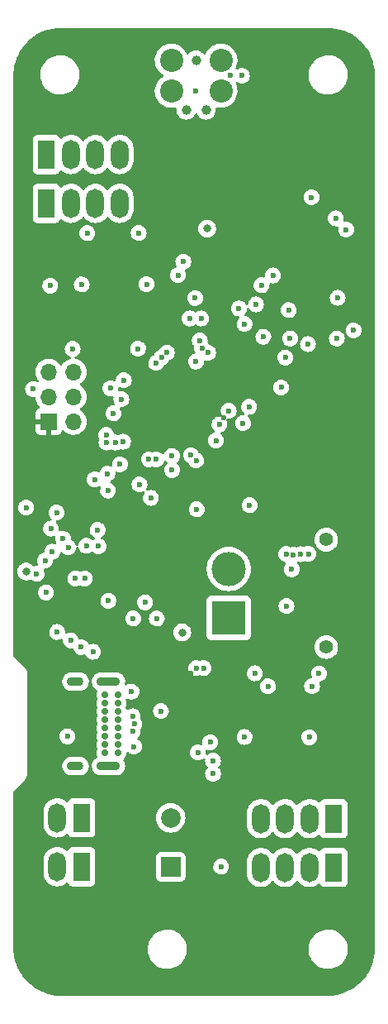
<source format=gbr>
%TF.GenerationSoftware,KiCad,Pcbnew,(6.0.2)*%
%TF.CreationDate,2022-04-15T22:59:47-04:00*%
%TF.ProjectId,Nova,4e6f7661-2e6b-4696-9361-645f70636258,rev?*%
%TF.SameCoordinates,Original*%
%TF.FileFunction,Copper,L2,Inr*%
%TF.FilePolarity,Positive*%
%FSLAX46Y46*%
G04 Gerber Fmt 4.6, Leading zero omitted, Abs format (unit mm)*
G04 Created by KiCad (PCBNEW (6.0.2)) date 2022-04-15 22:59:47*
%MOMM*%
%LPD*%
G01*
G04 APERTURE LIST*
%TA.AperFunction,ComponentPad*%
%ADD10R,2.000000X2.000000*%
%TD*%
%TA.AperFunction,ComponentPad*%
%ADD11C,2.000000*%
%TD*%
%TA.AperFunction,ComponentPad*%
%ADD12R,1.800000X3.000000*%
%TD*%
%TA.AperFunction,ComponentPad*%
%ADD13O,1.800000X3.000000*%
%TD*%
%TA.AperFunction,ComponentPad*%
%ADD14C,0.700000*%
%TD*%
%TA.AperFunction,ComponentPad*%
%ADD15O,1.700000X0.900000*%
%TD*%
%TA.AperFunction,ComponentPad*%
%ADD16O,2.400000X0.900000*%
%TD*%
%TA.AperFunction,ComponentPad*%
%ADD17C,1.400000*%
%TD*%
%TA.AperFunction,ComponentPad*%
%ADD18R,3.500000X3.500000*%
%TD*%
%TA.AperFunction,ComponentPad*%
%ADD19C,3.500000*%
%TD*%
%TA.AperFunction,ComponentPad*%
%ADD20R,1.700000X1.700000*%
%TD*%
%TA.AperFunction,ComponentPad*%
%ADD21O,1.700000X1.700000*%
%TD*%
%TA.AperFunction,ComponentPad*%
%ADD22C,0.991000*%
%TD*%
%TA.AperFunction,ComponentPad*%
%ADD23C,2.375000*%
%TD*%
%TA.AperFunction,ViaPad*%
%ADD24C,0.600000*%
%TD*%
%TA.AperFunction,ViaPad*%
%ADD25C,0.800000*%
%TD*%
G04 APERTURE END LIST*
D10*
%TO.N,Net-(C24-Pad1)*%
%TO.C,C24*%
X157350000Y-130050000D03*
D11*
%TO.N,GND*%
X157350000Y-125050000D03*
%TD*%
D12*
%TO.N,+BATT*%
%TO.C,J4*%
X148200000Y-130050000D03*
X148200000Y-125050000D03*
D13*
%TO.N,Net-(C24-Pad1)*%
X145700000Y-125050000D03*
X145700000Y-130050000D03*
%TD*%
D12*
%TO.N,/Pyro Channels/PYRO1*%
%TO.C,J5*%
X144618800Y-62150000D03*
X144618800Y-57150000D03*
D13*
%TO.N,Net-(C24-Pad1)*%
X147118800Y-57150000D03*
X147118800Y-62150000D03*
%TO.N,/Pyro Channels/PYRO2*%
X149618800Y-57150000D03*
X149618800Y-62150000D03*
%TO.N,Net-(C24-Pad1)*%
X152118800Y-62150000D03*
X152118800Y-57150000D03*
%TD*%
D12*
%TO.N,/Pyro Channels/PYRO3*%
%TO.C,J6*%
X174075000Y-130125000D03*
X174075000Y-125125000D03*
D13*
%TO.N,Net-(C24-Pad1)*%
X171575000Y-125125000D03*
X171575000Y-130125000D03*
%TO.N,/Pyro Channels/PYRO4*%
X169075000Y-125125000D03*
X169075000Y-130125000D03*
%TO.N,Net-(C24-Pad1)*%
X166575000Y-125125000D03*
X166575000Y-130125000D03*
%TD*%
D14*
%TO.N,GND*%
%TO.C,J7*%
X151950000Y-112450000D03*
%TO.N,Net-(F1-Pad2)*%
X151950000Y-113300000D03*
%TO.N,Net-(J7-PadA5)*%
X151950000Y-114150000D03*
%TO.N,/USB-C/_P*%
X151950000Y-115000000D03*
%TO.N,/USB-C/_N*%
X151950000Y-115850000D03*
%TO.N,unconnected-(J7-PadA8)*%
X151950000Y-116700000D03*
%TO.N,Net-(F1-Pad2)*%
X151950000Y-117550000D03*
%TO.N,GND*%
X151950000Y-118400000D03*
X150600000Y-118400000D03*
%TO.N,Net-(F1-Pad2)*%
X150600000Y-117550000D03*
%TO.N,Net-(J7-PadB5)*%
X150600000Y-116700000D03*
%TO.N,/USB-C/_P*%
X150600000Y-115850000D03*
%TO.N,/USB-C/_N*%
X150600000Y-115000000D03*
%TO.N,unconnected-(J7-PadB8)*%
X150600000Y-114150000D03*
%TO.N,Net-(F1-Pad2)*%
X150600000Y-113300000D03*
%TO.N,GND*%
X150600000Y-112450000D03*
D15*
X147590000Y-111100000D03*
X147590000Y-119750000D03*
D16*
X150970000Y-119750000D03*
X150970000Y-111100000D03*
%TD*%
D17*
%TO.N,*%
%TO.C,xt1*%
X173300000Y-107575000D03*
X173300000Y-96575000D03*
D18*
%TO.N,GND*%
X163300000Y-104575000D03*
D19*
%TO.N,+BATT*%
X163300000Y-99575000D03*
%TD*%
D20*
%TO.N,+3V3*%
%TO.C,J2*%
X144840000Y-84480000D03*
D21*
%TO.N,GND*%
X147380000Y-84480000D03*
%TO.N,/GPIO1*%
X144840000Y-81940000D03*
%TO.N,/ACCEL_INT2*%
X147380000Y-81940000D03*
%TO.N,/ACCEL_INT1*%
X144840000Y-79400000D03*
%TO.N,/IMU_INT*%
X147380000Y-79400000D03*
%TD*%
D22*
%TO.N,*%
%TO.C,J1*%
X158944400Y-52575600D03*
X160976400Y-52575600D03*
X159960400Y-47495600D03*
D23*
X157420400Y-50670600D03*
X162500400Y-47495600D03*
X157420400Y-47495600D03*
X162500400Y-50670600D03*
%TD*%
D24*
%TO.N,GND*%
X160025000Y-93475000D03*
X150950000Y-102825000D03*
X169750000Y-99600000D03*
X147100000Y-106875000D03*
X155875000Y-88350000D03*
X143600000Y-100075000D03*
X161400000Y-117300000D03*
X157480000Y-89450000D03*
X155925000Y-104650000D03*
X151175000Y-81075000D03*
X153625000Y-115450000D03*
X168675000Y-81000000D03*
X153500000Y-104650000D03*
X145000000Y-70575000D03*
X161690000Y-120530000D03*
X149950000Y-97250000D03*
X169225000Y-103375000D03*
X148175000Y-107575000D03*
X162356026Y-84775000D03*
X148225000Y-70450000D03*
X164775000Y-84650000D03*
X174473500Y-71818200D03*
X159940000Y-50680000D03*
X149850000Y-95575000D03*
X146750000Y-116700000D03*
X171805000Y-61535000D03*
X164925000Y-116775000D03*
X152300000Y-82200000D03*
X147565200Y-100545600D03*
X144470000Y-98710000D03*
X163300000Y-83375000D03*
X165450000Y-93050000D03*
X154875000Y-70425000D03*
X145700000Y-106025000D03*
X153325000Y-112125000D03*
X161690000Y-119200000D03*
X146320000Y-96480000D03*
X154000000Y-77025000D03*
X164925000Y-74500000D03*
X171575000Y-116800000D03*
X162525000Y-130050000D03*
X147300000Y-77050000D03*
X172550000Y-110275000D03*
X165975000Y-110250000D03*
X169100000Y-77925000D03*
X174290000Y-63680000D03*
X159953198Y-78341372D03*
X144568000Y-101968000D03*
X154728000Y-102984000D03*
X153600000Y-117750000D03*
%TO.N,+3V3*%
X159790000Y-79530000D03*
X159046000Y-45844600D03*
X149990000Y-101010000D03*
X163100000Y-112325000D03*
X152475000Y-67825000D03*
X151100000Y-105290000D03*
X161375000Y-113475000D03*
X169760000Y-70360000D03*
X160125000Y-102830000D03*
X161900000Y-111775000D03*
X174895600Y-61480400D03*
X146770000Y-103575000D03*
X146050000Y-100100000D03*
X155550000Y-111200000D03*
X156580000Y-92300000D03*
X165950000Y-103375000D03*
X166875000Y-89900000D03*
X174425000Y-83975000D03*
X157500000Y-117300000D03*
X150910000Y-99210000D03*
X145796000Y-75692000D03*
X157500000Y-112700000D03*
X150580000Y-83020000D03*
X161992400Y-83338759D03*
X159375000Y-110250000D03*
X163100000Y-117525000D03*
X169600000Y-74350000D03*
X159260000Y-90200000D03*
X162814000Y-84074000D03*
X169600000Y-91275000D03*
%TO.N,/USB-C/_N*%
X153450000Y-116200000D03*
%TO.N,Net-(C24-Pad1)*%
X142536000Y-93281200D03*
D25*
X142540000Y-99830000D03*
D24*
%TO.N,/USB-C/_P*%
X153450000Y-114650000D03*
%TO.N,Net-(D6-Pad1)*%
X160150000Y-118350000D03*
X156350000Y-114125000D03*
%TO.N,/SWCLK*%
X158100000Y-69487466D03*
X157474876Y-88001677D03*
X163507921Y-49080000D03*
X164656921Y-49080000D03*
%TO.N,/NRST*%
X161179600Y-77431600D03*
X159858800Y-71843600D03*
%TO.N,/SWDIO*%
X155124997Y-88350000D03*
X158650000Y-68125000D03*
%TO.N,/SWO*%
X159425205Y-87930439D03*
D25*
X161090456Y-64730456D03*
D24*
%TO.N,/TXD*%
X155325000Y-92300000D03*
X160725000Y-109725000D03*
%TO.N,/RXD*%
X154150000Y-90925000D03*
X159975000Y-109725000D03*
%TO.N,/BOOT0*%
X161992400Y-86423200D03*
X159300000Y-73926400D03*
%TO.N,Net-(R37-Pad2)*%
X169450000Y-73075000D03*
%TO.N,/VMonitor*%
X169189979Y-98050013D03*
%TO.N,/BAROMETER_CS*%
X150925000Y-91550000D03*
X150730913Y-85855913D03*
%TO.N,/FIRE1*%
X148800000Y-65200000D03*
X154067600Y-65188800D03*
X156950500Y-77431600D03*
%TO.N,/FIRE2*%
X156401724Y-77942089D03*
%TO.N,/FIRE3*%
X170689952Y-98055753D03*
%TO.N,/FIRE4*%
X165400000Y-82975000D03*
X159955183Y-88460417D03*
X169942345Y-98109028D03*
%TO.N,/SD_CS*%
X160341400Y-76177300D03*
X160468400Y-73926400D03*
%TO.N,/ACCELEROMETER_CS*%
X152543600Y-80241300D03*
X151475000Y-83650000D03*
%TO.N,/FL_CS*%
X171425000Y-76550000D03*
X176100000Y-75150000D03*
X166850000Y-75800000D03*
X160575000Y-76975000D03*
%TO.N,/IMU_INT*%
X150867200Y-89826800D03*
X149562135Y-90401335D03*
X152137200Y-88861600D03*
%TO.N,/ARM1*%
X155861300Y-78480242D03*
%TO.N,/ARM2*%
X167325000Y-111580002D03*
X171847600Y-111569200D03*
X171470696Y-98023324D03*
%TO.N,/ACCEL_INT1*%
X143237367Y-81149833D03*
%TO.N,/SPI2_MOSI*%
X166675000Y-70525000D03*
X152475000Y-86550000D03*
%TO.N,/SPI2_SCLK*%
X145074990Y-95435564D03*
X148700000Y-97200000D03*
X145200000Y-97800000D03*
X167840000Y-69530000D03*
X150775000Y-86625000D03*
X148530400Y-100545600D03*
X149375000Y-108050000D03*
%TO.N,/SPI2_MISO*%
X174387600Y-75975500D03*
X175352800Y-64833200D03*
X146850249Y-97342865D03*
X169600000Y-75975000D03*
X151675000Y-86625000D03*
X145650000Y-93800000D03*
%TO.N,/SPI1_SCLK*%
X164354600Y-72910400D03*
X166100500Y-72494247D03*
D25*
%TO.N,Net-(C1-Pad2)*%
X158540000Y-106080000D03*
%TD*%
%TA.AperFunction,Conductor*%
%TO.N,+3V3*%
G36*
X173452057Y-44197500D02*
G01*
X173466858Y-44199805D01*
X173466861Y-44199805D01*
X173475730Y-44201186D01*
X173496158Y-44198515D01*
X173517983Y-44197571D01*
X173897119Y-44214124D01*
X173908067Y-44215082D01*
X174314583Y-44268601D01*
X174325392Y-44270508D01*
X174725689Y-44359251D01*
X174736306Y-44362096D01*
X175127346Y-44485390D01*
X175137660Y-44489143D01*
X175516489Y-44646059D01*
X175526424Y-44650692D01*
X175890128Y-44840025D01*
X175899637Y-44845515D01*
X176245435Y-45065813D01*
X176254439Y-45072117D01*
X176579734Y-45321724D01*
X176588151Y-45328788D01*
X176868315Y-45585509D01*
X176890442Y-45605785D01*
X176898211Y-45613554D01*
X177175210Y-45915846D01*
X177182273Y-45924263D01*
X177307080Y-46086914D01*
X177431883Y-46249561D01*
X177438187Y-46258565D01*
X177658485Y-46604363D01*
X177663975Y-46613872D01*
X177853308Y-46977576D01*
X177857941Y-46987511D01*
X177984286Y-47292536D01*
X178014854Y-47366333D01*
X178018610Y-47376654D01*
X178104705Y-47649713D01*
X178141904Y-47767693D01*
X178144749Y-47778310D01*
X178231177Y-48168161D01*
X178233491Y-48178600D01*
X178235399Y-48189417D01*
X178276750Y-48503508D01*
X178288918Y-48595932D01*
X178289876Y-48606881D01*
X178294922Y-48722469D01*
X178306104Y-48978584D01*
X178304724Y-49003460D01*
X178302814Y-49015730D01*
X178304454Y-49028270D01*
X178306936Y-49047251D01*
X178308000Y-49063589D01*
X178308000Y-138380672D01*
X178306500Y-138400056D01*
X178302814Y-138423730D01*
X178305485Y-138444158D01*
X178306429Y-138465983D01*
X178302068Y-138565873D01*
X178289876Y-138845118D01*
X178288918Y-138856068D01*
X178235400Y-139262575D01*
X178233492Y-139273392D01*
X178154579Y-139629347D01*
X178144749Y-139673689D01*
X178141904Y-139684306D01*
X178029012Y-140042358D01*
X178018613Y-140075338D01*
X178014857Y-140085660D01*
X177869987Y-140435409D01*
X177857945Y-140464480D01*
X177853308Y-140474424D01*
X177663975Y-140838128D01*
X177658485Y-140847637D01*
X177438187Y-141193435D01*
X177431883Y-141202439D01*
X177182276Y-141527734D01*
X177175210Y-141536154D01*
X176898215Y-141838442D01*
X176890446Y-141846211D01*
X176588154Y-142123210D01*
X176579734Y-142130276D01*
X176254439Y-142379883D01*
X176245435Y-142386187D01*
X175899637Y-142606485D01*
X175890128Y-142611975D01*
X175526424Y-142801308D01*
X175516489Y-142805941D01*
X175137660Y-142962857D01*
X175127346Y-142966610D01*
X174736307Y-143089904D01*
X174725690Y-143092749D01*
X174325392Y-143181492D01*
X174314583Y-143183399D01*
X173908068Y-143236918D01*
X173897119Y-143237876D01*
X173525416Y-143254104D01*
X173500540Y-143252724D01*
X173498684Y-143252435D01*
X173497142Y-143252195D01*
X173497141Y-143252195D01*
X173488270Y-143250814D01*
X173456749Y-143254936D01*
X173440411Y-143256000D01*
X146099328Y-143256000D01*
X146079943Y-143254500D01*
X146065142Y-143252195D01*
X146065139Y-143252195D01*
X146056270Y-143250814D01*
X146035842Y-143253485D01*
X146014017Y-143254429D01*
X145634881Y-143237876D01*
X145623932Y-143236918D01*
X145217417Y-143183399D01*
X145206608Y-143181492D01*
X144806310Y-143092749D01*
X144795693Y-143089904D01*
X144404654Y-142966610D01*
X144394340Y-142962857D01*
X144015511Y-142805941D01*
X144005576Y-142801308D01*
X143641872Y-142611975D01*
X143632363Y-142606485D01*
X143286565Y-142386187D01*
X143277561Y-142379883D01*
X142952266Y-142130276D01*
X142943846Y-142123210D01*
X142641554Y-141846211D01*
X142633785Y-141838442D01*
X142356790Y-141536154D01*
X142349724Y-141527734D01*
X142100117Y-141202439D01*
X142093813Y-141193435D01*
X141873515Y-140847637D01*
X141868025Y-140838128D01*
X141678692Y-140474424D01*
X141674055Y-140464480D01*
X141662014Y-140435409D01*
X141517143Y-140085660D01*
X141513387Y-140075338D01*
X141502989Y-140042358D01*
X141390096Y-139684306D01*
X141387251Y-139673689D01*
X141377421Y-139629347D01*
X141298508Y-139273392D01*
X141296600Y-139262575D01*
X141243082Y-138856068D01*
X141242124Y-138845118D01*
X141225896Y-138473416D01*
X141227276Y-138448537D01*
X141227805Y-138445142D01*
X141227805Y-138445141D01*
X141229186Y-138436270D01*
X141228331Y-138429733D01*
X154987822Y-138429733D01*
X154987975Y-138434121D01*
X154987975Y-138434127D01*
X154988911Y-138460910D01*
X154997625Y-138710458D01*
X154998387Y-138714781D01*
X154998388Y-138714788D01*
X155022164Y-138849624D01*
X155046402Y-138987087D01*
X155133203Y-139254235D01*
X155135131Y-139258188D01*
X155135133Y-139258193D01*
X155139929Y-139268026D01*
X155256340Y-139506702D01*
X155258795Y-139510341D01*
X155258798Y-139510347D01*
X155331890Y-139618710D01*
X155413415Y-139739576D01*
X155601371Y-139948322D01*
X155816550Y-140128879D01*
X156054764Y-140277731D01*
X156311375Y-140391982D01*
X156581390Y-140469407D01*
X156585740Y-140470018D01*
X156585743Y-140470019D01*
X156688690Y-140484487D01*
X156859552Y-140508500D01*
X157070146Y-140508500D01*
X157072332Y-140508347D01*
X157072336Y-140508347D01*
X157275827Y-140494118D01*
X157275832Y-140494117D01*
X157280212Y-140493811D01*
X157554970Y-140435409D01*
X157559099Y-140433906D01*
X157559103Y-140433905D01*
X157814781Y-140340846D01*
X157814785Y-140340844D01*
X157818926Y-140339337D01*
X158066942Y-140207464D01*
X158171896Y-140131211D01*
X158290629Y-140044947D01*
X158290632Y-140044944D01*
X158294192Y-140042358D01*
X158496252Y-139847231D01*
X158669188Y-139625882D01*
X158671384Y-139622078D01*
X158671389Y-139622071D01*
X158807435Y-139386431D01*
X158809636Y-139382619D01*
X158914862Y-139122176D01*
X158948544Y-138987087D01*
X158981753Y-138853893D01*
X158981754Y-138853888D01*
X158982817Y-138849624D01*
X159012178Y-138570267D01*
X159008537Y-138465987D01*
X159007271Y-138429733D01*
X171487822Y-138429733D01*
X171487975Y-138434121D01*
X171487975Y-138434127D01*
X171488911Y-138460910D01*
X171497625Y-138710458D01*
X171498387Y-138714781D01*
X171498388Y-138714788D01*
X171522164Y-138849624D01*
X171546402Y-138987087D01*
X171633203Y-139254235D01*
X171635131Y-139258188D01*
X171635133Y-139258193D01*
X171639929Y-139268026D01*
X171756340Y-139506702D01*
X171758795Y-139510341D01*
X171758798Y-139510347D01*
X171831890Y-139618710D01*
X171913415Y-139739576D01*
X172101371Y-139948322D01*
X172316550Y-140128879D01*
X172554764Y-140277731D01*
X172811375Y-140391982D01*
X173081390Y-140469407D01*
X173085740Y-140470018D01*
X173085743Y-140470019D01*
X173188690Y-140484487D01*
X173359552Y-140508500D01*
X173570146Y-140508500D01*
X173572332Y-140508347D01*
X173572336Y-140508347D01*
X173775827Y-140494118D01*
X173775832Y-140494117D01*
X173780212Y-140493811D01*
X174054970Y-140435409D01*
X174059099Y-140433906D01*
X174059103Y-140433905D01*
X174314781Y-140340846D01*
X174314785Y-140340844D01*
X174318926Y-140339337D01*
X174566942Y-140207464D01*
X174671896Y-140131211D01*
X174790629Y-140044947D01*
X174790632Y-140044944D01*
X174794192Y-140042358D01*
X174996252Y-139847231D01*
X175169188Y-139625882D01*
X175171384Y-139622078D01*
X175171389Y-139622071D01*
X175307435Y-139386431D01*
X175309636Y-139382619D01*
X175414862Y-139122176D01*
X175448544Y-138987087D01*
X175481753Y-138853893D01*
X175481754Y-138853888D01*
X175482817Y-138849624D01*
X175512178Y-138570267D01*
X175508537Y-138465987D01*
X175502529Y-138293939D01*
X175502528Y-138293933D01*
X175502375Y-138289542D01*
X175478608Y-138154749D01*
X175454360Y-138017236D01*
X175453598Y-138012913D01*
X175366797Y-137745765D01*
X175243660Y-137493298D01*
X175241205Y-137489659D01*
X175241202Y-137489653D01*
X175160935Y-137370653D01*
X175086585Y-137260424D01*
X174898629Y-137051678D01*
X174683450Y-136871121D01*
X174445236Y-136722269D01*
X174188625Y-136608018D01*
X173918610Y-136530593D01*
X173914260Y-136529982D01*
X173914257Y-136529981D01*
X173811310Y-136515513D01*
X173640448Y-136491500D01*
X173429854Y-136491500D01*
X173427668Y-136491653D01*
X173427664Y-136491653D01*
X173224173Y-136505882D01*
X173224168Y-136505883D01*
X173219788Y-136506189D01*
X172945030Y-136564591D01*
X172940901Y-136566094D01*
X172940897Y-136566095D01*
X172685219Y-136659154D01*
X172685215Y-136659156D01*
X172681074Y-136660663D01*
X172433058Y-136792536D01*
X172429499Y-136795122D01*
X172429497Y-136795123D01*
X172324895Y-136871121D01*
X172205808Y-136957642D01*
X172003748Y-137152769D01*
X171830812Y-137374118D01*
X171828616Y-137377922D01*
X171828611Y-137377929D01*
X171714794Y-137575067D01*
X171690364Y-137617381D01*
X171585138Y-137877824D01*
X171584073Y-137882097D01*
X171584072Y-137882099D01*
X171550379Y-138017236D01*
X171517183Y-138150376D01*
X171516724Y-138154744D01*
X171516723Y-138154749D01*
X171490941Y-138400057D01*
X171487822Y-138429733D01*
X159007271Y-138429733D01*
X159002529Y-138293939D01*
X159002528Y-138293933D01*
X159002375Y-138289542D01*
X158978608Y-138154749D01*
X158954360Y-138017236D01*
X158953598Y-138012913D01*
X158866797Y-137745765D01*
X158743660Y-137493298D01*
X158741205Y-137489659D01*
X158741202Y-137489653D01*
X158660935Y-137370653D01*
X158586585Y-137260424D01*
X158398629Y-137051678D01*
X158183450Y-136871121D01*
X157945236Y-136722269D01*
X157688625Y-136608018D01*
X157418610Y-136530593D01*
X157414260Y-136529982D01*
X157414257Y-136529981D01*
X157311310Y-136515513D01*
X157140448Y-136491500D01*
X156929854Y-136491500D01*
X156927668Y-136491653D01*
X156927664Y-136491653D01*
X156724173Y-136505882D01*
X156724168Y-136505883D01*
X156719788Y-136506189D01*
X156445030Y-136564591D01*
X156440901Y-136566094D01*
X156440897Y-136566095D01*
X156185219Y-136659154D01*
X156185215Y-136659156D01*
X156181074Y-136660663D01*
X155933058Y-136792536D01*
X155929499Y-136795122D01*
X155929497Y-136795123D01*
X155824895Y-136871121D01*
X155705808Y-136957642D01*
X155503748Y-137152769D01*
X155330812Y-137374118D01*
X155328616Y-137377922D01*
X155328611Y-137377929D01*
X155214794Y-137575067D01*
X155190364Y-137617381D01*
X155085138Y-137877824D01*
X155084073Y-137882097D01*
X155084072Y-137882099D01*
X155050379Y-138017236D01*
X155017183Y-138150376D01*
X155016724Y-138154744D01*
X155016723Y-138154749D01*
X154990941Y-138400057D01*
X154987822Y-138429733D01*
X141228331Y-138429733D01*
X141225049Y-138404634D01*
X141223985Y-138388343D01*
X141223312Y-136566095D01*
X141221149Y-130710012D01*
X144291500Y-130710012D01*
X144306617Y-130888175D01*
X144307957Y-130893339D01*
X144307958Y-130893343D01*
X144361994Y-131101531D01*
X144366668Y-131119540D01*
X144368860Y-131124406D01*
X144442688Y-131288297D01*
X144464843Y-131337480D01*
X144598334Y-131535762D01*
X144602013Y-131539619D01*
X144602015Y-131539621D01*
X144610935Y-131548971D01*
X144763326Y-131708718D01*
X144955100Y-131851402D01*
X144959851Y-131853818D01*
X144959855Y-131853820D01*
X145107370Y-131928820D01*
X145168172Y-131959733D01*
X145236924Y-131981081D01*
X145391349Y-132029032D01*
X145391355Y-132029033D01*
X145396452Y-132030616D01*
X145523883Y-132047506D01*
X145628127Y-132061323D01*
X145628131Y-132061323D01*
X145633411Y-132062023D01*
X145638740Y-132061823D01*
X145638741Y-132061823D01*
X145737075Y-132058131D01*
X145872274Y-132053055D01*
X145971125Y-132032314D01*
X146100984Y-132005067D01*
X146100987Y-132005066D01*
X146106211Y-132003970D01*
X146328533Y-131916171D01*
X146532883Y-131792168D01*
X146633489Y-131704866D01*
X146698048Y-131675327D01*
X146768329Y-131685381D01*
X146822018Y-131731835D01*
X146834051Y-131755802D01*
X146849385Y-131796705D01*
X146936739Y-131913261D01*
X147053295Y-132000615D01*
X147189684Y-132051745D01*
X147251866Y-132058500D01*
X149148134Y-132058500D01*
X149210316Y-132051745D01*
X149346705Y-132000615D01*
X149463261Y-131913261D01*
X149550615Y-131796705D01*
X149601745Y-131660316D01*
X149608500Y-131598134D01*
X149608500Y-131098134D01*
X155841500Y-131098134D01*
X155848255Y-131160316D01*
X155899385Y-131296705D01*
X155986739Y-131413261D01*
X156103295Y-131500615D01*
X156239684Y-131551745D01*
X156301866Y-131558500D01*
X158398134Y-131558500D01*
X158460316Y-131551745D01*
X158596705Y-131500615D01*
X158713261Y-131413261D01*
X158800615Y-131296705D01*
X158851745Y-131160316D01*
X158858500Y-131098134D01*
X158858500Y-130038640D01*
X161711463Y-130038640D01*
X161729163Y-130219160D01*
X161786418Y-130391273D01*
X161790065Y-130397295D01*
X161790066Y-130397297D01*
X161800978Y-130415314D01*
X161880380Y-130546424D01*
X162006382Y-130676902D01*
X162158159Y-130776222D01*
X162164763Y-130778678D01*
X162164765Y-130778679D01*
X162321558Y-130836990D01*
X162321560Y-130836990D01*
X162328168Y-130839448D01*
X162411995Y-130850633D01*
X162500980Y-130862507D01*
X162500984Y-130862507D01*
X162507961Y-130863438D01*
X162514972Y-130862800D01*
X162514976Y-130862800D01*
X162657459Y-130849832D01*
X162688600Y-130846998D01*
X162695302Y-130844820D01*
X162695304Y-130844820D01*
X162854409Y-130793124D01*
X162854412Y-130793123D01*
X162861108Y-130790947D01*
X162871064Y-130785012D01*
X165166500Y-130785012D01*
X165181617Y-130963175D01*
X165182957Y-130968339D01*
X165182958Y-130968343D01*
X165234706Y-131167715D01*
X165241668Y-131194540D01*
X165243860Y-131199406D01*
X165283903Y-131288297D01*
X165339843Y-131412480D01*
X165473334Y-131610762D01*
X165477013Y-131614619D01*
X165477015Y-131614621D01*
X165529574Y-131669717D01*
X165638326Y-131783718D01*
X165830100Y-131926402D01*
X165834851Y-131928818D01*
X165834855Y-131928820D01*
X165982266Y-132003767D01*
X166043172Y-132034733D01*
X166128806Y-132061323D01*
X166266349Y-132104032D01*
X166266355Y-132104033D01*
X166271452Y-132105616D01*
X166398883Y-132122506D01*
X166503127Y-132136323D01*
X166503131Y-132136323D01*
X166508411Y-132137023D01*
X166513740Y-132136823D01*
X166513741Y-132136823D01*
X166612075Y-132133131D01*
X166747274Y-132128055D01*
X166834184Y-132109819D01*
X166975984Y-132080067D01*
X166975987Y-132080066D01*
X166981211Y-132078970D01*
X167203533Y-131991171D01*
X167407883Y-131867168D01*
X167477411Y-131806835D01*
X167584386Y-131714007D01*
X167584388Y-131714005D01*
X167588419Y-131710507D01*
X167629573Y-131660316D01*
X167729284Y-131538710D01*
X167787944Y-131498715D01*
X167858914Y-131496784D01*
X167919662Y-131533528D01*
X167931238Y-131548234D01*
X167970354Y-131606335D01*
X167973334Y-131610762D01*
X167977013Y-131614619D01*
X167977015Y-131614621D01*
X168029574Y-131669717D01*
X168138326Y-131783718D01*
X168330100Y-131926402D01*
X168334851Y-131928818D01*
X168334855Y-131928820D01*
X168482266Y-132003767D01*
X168543172Y-132034733D01*
X168628806Y-132061323D01*
X168766349Y-132104032D01*
X168766355Y-132104033D01*
X168771452Y-132105616D01*
X168898883Y-132122506D01*
X169003127Y-132136323D01*
X169003131Y-132136323D01*
X169008411Y-132137023D01*
X169013740Y-132136823D01*
X169013741Y-132136823D01*
X169112075Y-132133131D01*
X169247274Y-132128055D01*
X169334184Y-132109819D01*
X169475984Y-132080067D01*
X169475987Y-132080066D01*
X169481211Y-132078970D01*
X169703533Y-131991171D01*
X169907883Y-131867168D01*
X169977411Y-131806835D01*
X170084386Y-131714007D01*
X170084388Y-131714005D01*
X170088419Y-131710507D01*
X170129573Y-131660316D01*
X170229284Y-131538710D01*
X170287944Y-131498715D01*
X170358914Y-131496784D01*
X170419662Y-131533528D01*
X170431238Y-131548234D01*
X170470354Y-131606335D01*
X170473334Y-131610762D01*
X170477013Y-131614619D01*
X170477015Y-131614621D01*
X170529574Y-131669717D01*
X170638326Y-131783718D01*
X170830100Y-131926402D01*
X170834851Y-131928818D01*
X170834855Y-131928820D01*
X170982266Y-132003767D01*
X171043172Y-132034733D01*
X171128806Y-132061323D01*
X171266349Y-132104032D01*
X171266355Y-132104033D01*
X171271452Y-132105616D01*
X171398883Y-132122506D01*
X171503127Y-132136323D01*
X171503131Y-132136323D01*
X171508411Y-132137023D01*
X171513740Y-132136823D01*
X171513741Y-132136823D01*
X171612075Y-132133131D01*
X171747274Y-132128055D01*
X171834184Y-132109819D01*
X171975984Y-132080067D01*
X171975987Y-132080066D01*
X171981211Y-132078970D01*
X172203533Y-131991171D01*
X172407883Y-131867168D01*
X172508489Y-131779866D01*
X172573048Y-131750327D01*
X172643329Y-131760381D01*
X172697018Y-131806835D01*
X172709051Y-131830802D01*
X172724385Y-131871705D01*
X172811739Y-131988261D01*
X172928295Y-132075615D01*
X173064684Y-132126745D01*
X173126866Y-132133500D01*
X175023134Y-132133500D01*
X175085316Y-132126745D01*
X175221705Y-132075615D01*
X175338261Y-131988261D01*
X175425615Y-131871705D01*
X175476745Y-131735316D01*
X175483500Y-131673134D01*
X175483500Y-128576866D01*
X175476745Y-128514684D01*
X175425615Y-128378295D01*
X175338261Y-128261739D01*
X175221705Y-128174385D01*
X175085316Y-128123255D01*
X175023134Y-128116500D01*
X173126866Y-128116500D01*
X173064684Y-128123255D01*
X172928295Y-128174385D01*
X172811739Y-128261739D01*
X172724385Y-128378295D01*
X172714039Y-128405892D01*
X172710761Y-128414637D01*
X172668119Y-128471401D01*
X172601557Y-128496100D01*
X172532208Y-128480892D01*
X172512166Y-128466797D01*
X172511674Y-128466282D01*
X172319900Y-128323598D01*
X172315149Y-128321182D01*
X172315145Y-128321180D01*
X172111586Y-128217686D01*
X172111585Y-128217686D01*
X172106828Y-128215267D01*
X171964362Y-128171030D01*
X171883651Y-128145968D01*
X171883645Y-128145967D01*
X171878548Y-128144384D01*
X171740064Y-128126029D01*
X171646873Y-128113677D01*
X171646869Y-128113677D01*
X171641589Y-128112977D01*
X171636260Y-128113177D01*
X171636259Y-128113177D01*
X171538491Y-128116848D01*
X171402726Y-128121945D01*
X171396483Y-128123255D01*
X171174016Y-128169933D01*
X171174013Y-128169934D01*
X171168789Y-128171030D01*
X170946467Y-128258829D01*
X170742117Y-128382832D01*
X170738087Y-128386329D01*
X170581118Y-128522540D01*
X170561581Y-128539493D01*
X170530937Y-128576866D01*
X170420716Y-128711290D01*
X170362056Y-128751285D01*
X170291086Y-128753216D01*
X170230338Y-128716472D01*
X170218762Y-128701766D01*
X170179646Y-128643664D01*
X170179644Y-128643662D01*
X170176666Y-128639238D01*
X170011674Y-128466282D01*
X169819900Y-128323598D01*
X169815149Y-128321182D01*
X169815145Y-128321180D01*
X169611586Y-128217686D01*
X169611585Y-128217686D01*
X169606828Y-128215267D01*
X169464362Y-128171030D01*
X169383651Y-128145968D01*
X169383645Y-128145967D01*
X169378548Y-128144384D01*
X169240064Y-128126029D01*
X169146873Y-128113677D01*
X169146869Y-128113677D01*
X169141589Y-128112977D01*
X169136260Y-128113177D01*
X169136259Y-128113177D01*
X169038491Y-128116848D01*
X168902726Y-128121945D01*
X168896483Y-128123255D01*
X168674016Y-128169933D01*
X168674013Y-128169934D01*
X168668789Y-128171030D01*
X168446467Y-128258829D01*
X168242117Y-128382832D01*
X168238087Y-128386329D01*
X168081118Y-128522540D01*
X168061581Y-128539493D01*
X168030937Y-128576866D01*
X167920716Y-128711290D01*
X167862056Y-128751285D01*
X167791086Y-128753216D01*
X167730338Y-128716472D01*
X167718762Y-128701766D01*
X167679646Y-128643664D01*
X167679644Y-128643662D01*
X167676666Y-128639238D01*
X167511674Y-128466282D01*
X167319900Y-128323598D01*
X167315149Y-128321182D01*
X167315145Y-128321180D01*
X167111586Y-128217686D01*
X167111585Y-128217686D01*
X167106828Y-128215267D01*
X166964362Y-128171030D01*
X166883651Y-128145968D01*
X166883645Y-128145967D01*
X166878548Y-128144384D01*
X166740064Y-128126029D01*
X166646873Y-128113677D01*
X166646869Y-128113677D01*
X166641589Y-128112977D01*
X166636260Y-128113177D01*
X166636259Y-128113177D01*
X166538491Y-128116848D01*
X166402726Y-128121945D01*
X166396483Y-128123255D01*
X166174016Y-128169933D01*
X166174013Y-128169934D01*
X166168789Y-128171030D01*
X165946467Y-128258829D01*
X165742117Y-128382832D01*
X165738087Y-128386329D01*
X165581118Y-128522540D01*
X165561581Y-128539493D01*
X165558198Y-128543619D01*
X165558194Y-128543623D01*
X165479795Y-128639238D01*
X165410022Y-128724333D01*
X165407383Y-128728969D01*
X165407381Y-128728972D01*
X165325811Y-128872270D01*
X165291773Y-128932066D01*
X165210216Y-129156753D01*
X165209267Y-129162002D01*
X165209266Y-129162005D01*
X165168420Y-129387885D01*
X165168419Y-129387893D01*
X165167682Y-129391969D01*
X165166500Y-129417032D01*
X165166500Y-130785012D01*
X162871064Y-130785012D01*
X162992434Y-130712661D01*
X163010860Y-130701677D01*
X163010862Y-130701676D01*
X163016912Y-130698069D01*
X163148266Y-130572982D01*
X163248643Y-130421902D01*
X163313055Y-130252338D01*
X163314035Y-130245366D01*
X163337748Y-130076639D01*
X163337748Y-130076636D01*
X163338299Y-130072717D01*
X163338616Y-130050000D01*
X163318397Y-129869745D01*
X163316080Y-129863091D01*
X163261064Y-129705106D01*
X163261062Y-129705103D01*
X163258745Y-129698448D01*
X163162626Y-129544624D01*
X163148941Y-129530843D01*
X163039778Y-129420915D01*
X163039774Y-129420912D01*
X163034815Y-129415918D01*
X163023697Y-129408862D01*
X162920732Y-129343519D01*
X162881666Y-129318727D01*
X162852463Y-129308328D01*
X162717425Y-129260243D01*
X162717420Y-129260242D01*
X162710790Y-129257881D01*
X162703802Y-129257048D01*
X162703799Y-129257047D01*
X162580698Y-129242368D01*
X162530680Y-129236404D01*
X162523677Y-129237140D01*
X162523676Y-129237140D01*
X162357288Y-129254628D01*
X162357286Y-129254629D01*
X162350288Y-129255364D01*
X162178579Y-129313818D01*
X162172575Y-129317512D01*
X162030095Y-129405166D01*
X162030092Y-129405168D01*
X162024088Y-129408862D01*
X162019053Y-129413793D01*
X162019050Y-129413795D01*
X161899525Y-129530843D01*
X161894493Y-129535771D01*
X161796235Y-129688238D01*
X161793826Y-129694858D01*
X161793824Y-129694861D01*
X161736606Y-129852066D01*
X161734197Y-129858685D01*
X161711463Y-130038640D01*
X158858500Y-130038640D01*
X158858500Y-129001866D01*
X158851745Y-128939684D01*
X158800615Y-128803295D01*
X158713261Y-128686739D01*
X158596705Y-128599385D01*
X158460316Y-128548255D01*
X158398134Y-128541500D01*
X156301866Y-128541500D01*
X156239684Y-128548255D01*
X156103295Y-128599385D01*
X155986739Y-128686739D01*
X155899385Y-128803295D01*
X155848255Y-128939684D01*
X155841500Y-129001866D01*
X155841500Y-131098134D01*
X149608500Y-131098134D01*
X149608500Y-128501866D01*
X149601745Y-128439684D01*
X149550615Y-128303295D01*
X149463261Y-128186739D01*
X149346705Y-128099385D01*
X149210316Y-128048255D01*
X149148134Y-128041500D01*
X147251866Y-128041500D01*
X147189684Y-128048255D01*
X147053295Y-128099385D01*
X146936739Y-128186739D01*
X146849385Y-128303295D01*
X146846234Y-128311701D01*
X146835761Y-128339637D01*
X146793119Y-128396401D01*
X146726557Y-128421100D01*
X146657208Y-128405892D01*
X146637166Y-128391797D01*
X146636674Y-128391282D01*
X146444900Y-128248598D01*
X146440149Y-128246182D01*
X146440145Y-128246180D01*
X146236586Y-128142686D01*
X146236585Y-128142686D01*
X146231828Y-128140267D01*
X146089362Y-128096030D01*
X146008651Y-128070968D01*
X146008645Y-128070967D01*
X146003548Y-128069384D01*
X145865064Y-128051029D01*
X145771873Y-128038677D01*
X145771869Y-128038677D01*
X145766589Y-128037977D01*
X145761260Y-128038177D01*
X145761259Y-128038177D01*
X145663491Y-128041848D01*
X145527726Y-128046945D01*
X145521483Y-128048255D01*
X145299016Y-128094933D01*
X145299013Y-128094934D01*
X145293789Y-128096030D01*
X145071467Y-128183829D01*
X144867117Y-128307832D01*
X144863087Y-128311329D01*
X144706118Y-128447540D01*
X144686581Y-128464493D01*
X144683198Y-128468619D01*
X144683194Y-128468623D01*
X144597226Y-128573469D01*
X144535022Y-128649333D01*
X144532383Y-128653969D01*
X144532381Y-128653972D01*
X144476987Y-128751285D01*
X144416773Y-128857066D01*
X144335216Y-129081753D01*
X144334267Y-129087002D01*
X144334266Y-129087005D01*
X144293420Y-129312885D01*
X144293419Y-129312893D01*
X144292682Y-129316969D01*
X144291500Y-129342032D01*
X144291500Y-130710012D01*
X141221149Y-130710012D01*
X141219303Y-125710012D01*
X144291500Y-125710012D01*
X144306617Y-125888175D01*
X144307957Y-125893339D01*
X144307958Y-125893343D01*
X144327425Y-125968343D01*
X144366668Y-126119540D01*
X144368860Y-126124406D01*
X144436327Y-126274176D01*
X144464843Y-126337480D01*
X144598334Y-126535762D01*
X144602013Y-126539619D01*
X144602015Y-126539621D01*
X144624105Y-126562777D01*
X144763326Y-126708718D01*
X144955100Y-126851402D01*
X144959851Y-126853818D01*
X144959855Y-126853820D01*
X145107370Y-126928820D01*
X145168172Y-126959733D01*
X145236924Y-126981081D01*
X145391349Y-127029032D01*
X145391355Y-127029033D01*
X145396452Y-127030616D01*
X145523883Y-127047506D01*
X145628127Y-127061323D01*
X145628131Y-127061323D01*
X145633411Y-127062023D01*
X145638740Y-127061823D01*
X145638741Y-127061823D01*
X145737075Y-127058131D01*
X145872274Y-127053055D01*
X145971125Y-127032314D01*
X146100984Y-127005067D01*
X146100987Y-127005066D01*
X146106211Y-127003970D01*
X146328533Y-126916171D01*
X146532883Y-126792168D01*
X146633489Y-126704866D01*
X146698048Y-126675327D01*
X146768329Y-126685381D01*
X146822018Y-126731835D01*
X146834051Y-126755802D01*
X146849385Y-126796705D01*
X146936739Y-126913261D01*
X147053295Y-127000615D01*
X147189684Y-127051745D01*
X147251866Y-127058500D01*
X149148134Y-127058500D01*
X149210316Y-127051745D01*
X149346705Y-127000615D01*
X149463261Y-126913261D01*
X149550615Y-126796705D01*
X149601745Y-126660316D01*
X149608500Y-126598134D01*
X149608500Y-125050000D01*
X155836835Y-125050000D01*
X155855465Y-125286711D01*
X155910895Y-125517594D01*
X155912788Y-125522165D01*
X155912789Y-125522167D01*
X155991694Y-125712661D01*
X156001760Y-125736963D01*
X156004346Y-125741183D01*
X156123241Y-125935202D01*
X156123245Y-125935208D01*
X156125824Y-125939416D01*
X156280031Y-126119969D01*
X156460584Y-126274176D01*
X156464792Y-126276755D01*
X156464798Y-126276759D01*
X156563886Y-126337480D01*
X156663037Y-126398240D01*
X156667607Y-126400133D01*
X156667611Y-126400135D01*
X156877833Y-126487211D01*
X156882406Y-126489105D01*
X156922435Y-126498715D01*
X157108476Y-126543380D01*
X157108482Y-126543381D01*
X157113289Y-126544535D01*
X157350000Y-126563165D01*
X157586711Y-126544535D01*
X157591518Y-126543381D01*
X157591524Y-126543380D01*
X157777565Y-126498715D01*
X157817594Y-126489105D01*
X157822167Y-126487211D01*
X158032389Y-126400135D01*
X158032393Y-126400133D01*
X158036963Y-126398240D01*
X158136114Y-126337480D01*
X158235202Y-126276759D01*
X158235208Y-126276755D01*
X158239416Y-126274176D01*
X158419969Y-126119969D01*
X158574176Y-125939416D01*
X158576755Y-125935208D01*
X158576759Y-125935202D01*
X158668796Y-125785012D01*
X165166500Y-125785012D01*
X165181617Y-125963175D01*
X165182957Y-125968339D01*
X165182958Y-125968343D01*
X165223465Y-126124406D01*
X165241668Y-126194540D01*
X165339843Y-126412480D01*
X165473334Y-126610762D01*
X165477013Y-126614619D01*
X165477015Y-126614621D01*
X165529574Y-126669717D01*
X165638326Y-126783718D01*
X165830100Y-126926402D01*
X165834851Y-126928818D01*
X165834855Y-126928820D01*
X165982266Y-127003767D01*
X166043172Y-127034733D01*
X166128806Y-127061323D01*
X166266349Y-127104032D01*
X166266355Y-127104033D01*
X166271452Y-127105616D01*
X166398883Y-127122506D01*
X166503127Y-127136323D01*
X166503131Y-127136323D01*
X166508411Y-127137023D01*
X166513740Y-127136823D01*
X166513741Y-127136823D01*
X166612075Y-127133131D01*
X166747274Y-127128055D01*
X166834184Y-127109819D01*
X166975984Y-127080067D01*
X166975987Y-127080066D01*
X166981211Y-127078970D01*
X167203533Y-126991171D01*
X167407883Y-126867168D01*
X167477411Y-126806835D01*
X167584386Y-126714007D01*
X167584388Y-126714005D01*
X167588419Y-126710507D01*
X167629573Y-126660316D01*
X167729284Y-126538710D01*
X167787944Y-126498715D01*
X167858914Y-126496784D01*
X167919662Y-126533528D01*
X167931238Y-126548234D01*
X167970354Y-126606335D01*
X167973334Y-126610762D01*
X167977013Y-126614619D01*
X167977015Y-126614621D01*
X168029574Y-126669717D01*
X168138326Y-126783718D01*
X168330100Y-126926402D01*
X168334851Y-126928818D01*
X168334855Y-126928820D01*
X168482266Y-127003767D01*
X168543172Y-127034733D01*
X168628806Y-127061323D01*
X168766349Y-127104032D01*
X168766355Y-127104033D01*
X168771452Y-127105616D01*
X168898883Y-127122506D01*
X169003127Y-127136323D01*
X169003131Y-127136323D01*
X169008411Y-127137023D01*
X169013740Y-127136823D01*
X169013741Y-127136823D01*
X169112075Y-127133131D01*
X169247274Y-127128055D01*
X169334184Y-127109819D01*
X169475984Y-127080067D01*
X169475987Y-127080066D01*
X169481211Y-127078970D01*
X169703533Y-126991171D01*
X169907883Y-126867168D01*
X169977411Y-126806835D01*
X170084386Y-126714007D01*
X170084388Y-126714005D01*
X170088419Y-126710507D01*
X170129573Y-126660316D01*
X170229284Y-126538710D01*
X170287944Y-126498715D01*
X170358914Y-126496784D01*
X170419662Y-126533528D01*
X170431238Y-126548234D01*
X170470354Y-126606335D01*
X170473334Y-126610762D01*
X170477013Y-126614619D01*
X170477015Y-126614621D01*
X170529574Y-126669717D01*
X170638326Y-126783718D01*
X170830100Y-126926402D01*
X170834851Y-126928818D01*
X170834855Y-126928820D01*
X170982266Y-127003767D01*
X171043172Y-127034733D01*
X171128806Y-127061323D01*
X171266349Y-127104032D01*
X171266355Y-127104033D01*
X171271452Y-127105616D01*
X171398883Y-127122506D01*
X171503127Y-127136323D01*
X171503131Y-127136323D01*
X171508411Y-127137023D01*
X171513740Y-127136823D01*
X171513741Y-127136823D01*
X171612075Y-127133131D01*
X171747274Y-127128055D01*
X171834184Y-127109819D01*
X171975984Y-127080067D01*
X171975987Y-127080066D01*
X171981211Y-127078970D01*
X172203533Y-126991171D01*
X172407883Y-126867168D01*
X172508489Y-126779866D01*
X172573048Y-126750327D01*
X172643329Y-126760381D01*
X172697018Y-126806835D01*
X172709051Y-126830802D01*
X172724385Y-126871705D01*
X172811739Y-126988261D01*
X172928295Y-127075615D01*
X173064684Y-127126745D01*
X173126866Y-127133500D01*
X175023134Y-127133500D01*
X175085316Y-127126745D01*
X175221705Y-127075615D01*
X175338261Y-126988261D01*
X175425615Y-126871705D01*
X175476745Y-126735316D01*
X175483500Y-126673134D01*
X175483500Y-123576866D01*
X175476745Y-123514684D01*
X175425615Y-123378295D01*
X175338261Y-123261739D01*
X175221705Y-123174385D01*
X175085316Y-123123255D01*
X175023134Y-123116500D01*
X173126866Y-123116500D01*
X173064684Y-123123255D01*
X172928295Y-123174385D01*
X172811739Y-123261739D01*
X172724385Y-123378295D01*
X172714039Y-123405892D01*
X172710761Y-123414637D01*
X172668119Y-123471401D01*
X172601557Y-123496100D01*
X172532208Y-123480892D01*
X172512166Y-123466797D01*
X172511674Y-123466282D01*
X172319900Y-123323598D01*
X172315149Y-123321182D01*
X172315145Y-123321180D01*
X172111586Y-123217686D01*
X172111585Y-123217686D01*
X172106828Y-123215267D01*
X171964362Y-123171030D01*
X171883651Y-123145968D01*
X171883645Y-123145967D01*
X171878548Y-123144384D01*
X171740064Y-123126029D01*
X171646873Y-123113677D01*
X171646869Y-123113677D01*
X171641589Y-123112977D01*
X171636260Y-123113177D01*
X171636259Y-123113177D01*
X171538491Y-123116848D01*
X171402726Y-123121945D01*
X171396483Y-123123255D01*
X171174016Y-123169933D01*
X171174013Y-123169934D01*
X171168789Y-123171030D01*
X170946467Y-123258829D01*
X170742117Y-123382832D01*
X170738087Y-123386329D01*
X170581118Y-123522540D01*
X170561581Y-123539493D01*
X170530937Y-123576866D01*
X170420716Y-123711290D01*
X170362056Y-123751285D01*
X170291086Y-123753216D01*
X170230338Y-123716472D01*
X170218762Y-123701766D01*
X170179646Y-123643664D01*
X170179644Y-123643662D01*
X170176666Y-123639238D01*
X170011674Y-123466282D01*
X169819900Y-123323598D01*
X169815149Y-123321182D01*
X169815145Y-123321180D01*
X169611586Y-123217686D01*
X169611585Y-123217686D01*
X169606828Y-123215267D01*
X169464362Y-123171030D01*
X169383651Y-123145968D01*
X169383645Y-123145967D01*
X169378548Y-123144384D01*
X169240064Y-123126029D01*
X169146873Y-123113677D01*
X169146869Y-123113677D01*
X169141589Y-123112977D01*
X169136260Y-123113177D01*
X169136259Y-123113177D01*
X169038491Y-123116848D01*
X168902726Y-123121945D01*
X168896483Y-123123255D01*
X168674016Y-123169933D01*
X168674013Y-123169934D01*
X168668789Y-123171030D01*
X168446467Y-123258829D01*
X168242117Y-123382832D01*
X168238087Y-123386329D01*
X168081118Y-123522540D01*
X168061581Y-123539493D01*
X168030937Y-123576866D01*
X167920716Y-123711290D01*
X167862056Y-123751285D01*
X167791086Y-123753216D01*
X167730338Y-123716472D01*
X167718762Y-123701766D01*
X167679646Y-123643664D01*
X167679644Y-123643662D01*
X167676666Y-123639238D01*
X167511674Y-123466282D01*
X167319900Y-123323598D01*
X167315149Y-123321182D01*
X167315145Y-123321180D01*
X167111586Y-123217686D01*
X167111585Y-123217686D01*
X167106828Y-123215267D01*
X166964362Y-123171030D01*
X166883651Y-123145968D01*
X166883645Y-123145967D01*
X166878548Y-123144384D01*
X166740064Y-123126029D01*
X166646873Y-123113677D01*
X166646869Y-123113677D01*
X166641589Y-123112977D01*
X166636260Y-123113177D01*
X166636259Y-123113177D01*
X166538491Y-123116848D01*
X166402726Y-123121945D01*
X166396483Y-123123255D01*
X166174016Y-123169933D01*
X166174013Y-123169934D01*
X166168789Y-123171030D01*
X165946467Y-123258829D01*
X165742117Y-123382832D01*
X165738087Y-123386329D01*
X165581118Y-123522540D01*
X165561581Y-123539493D01*
X165558198Y-123543619D01*
X165558194Y-123543623D01*
X165479795Y-123639238D01*
X165410022Y-123724333D01*
X165407383Y-123728969D01*
X165407381Y-123728972D01*
X165325811Y-123872270D01*
X165291773Y-123932066D01*
X165210216Y-124156753D01*
X165209267Y-124162002D01*
X165209266Y-124162005D01*
X165168420Y-124387885D01*
X165168419Y-124387893D01*
X165167682Y-124391969D01*
X165166500Y-124417032D01*
X165166500Y-125785012D01*
X158668796Y-125785012D01*
X158695654Y-125741183D01*
X158698240Y-125736963D01*
X158708307Y-125712661D01*
X158787211Y-125522167D01*
X158787212Y-125522165D01*
X158789105Y-125517594D01*
X158844535Y-125286711D01*
X158863165Y-125050000D01*
X158844535Y-124813289D01*
X158789105Y-124582406D01*
X158787211Y-124577833D01*
X158700135Y-124367611D01*
X158700133Y-124367607D01*
X158698240Y-124363037D01*
X158684456Y-124340544D01*
X158576759Y-124164798D01*
X158576755Y-124164792D01*
X158574176Y-124160584D01*
X158419969Y-123980031D01*
X158239416Y-123825824D01*
X158235208Y-123823245D01*
X158235202Y-123823241D01*
X158041183Y-123704346D01*
X158036963Y-123701760D01*
X158032393Y-123699867D01*
X158032389Y-123699865D01*
X157822167Y-123612789D01*
X157822165Y-123612788D01*
X157817594Y-123610895D01*
X157690086Y-123580283D01*
X157591524Y-123556620D01*
X157591518Y-123556619D01*
X157586711Y-123555465D01*
X157350000Y-123536835D01*
X157113289Y-123555465D01*
X157108482Y-123556619D01*
X157108476Y-123556620D01*
X157009914Y-123580283D01*
X156882406Y-123610895D01*
X156877835Y-123612788D01*
X156877833Y-123612789D01*
X156667611Y-123699865D01*
X156667607Y-123699867D01*
X156663037Y-123701760D01*
X156658817Y-123704346D01*
X156464798Y-123823241D01*
X156464792Y-123823245D01*
X156460584Y-123825824D01*
X156280031Y-123980031D01*
X156125824Y-124160584D01*
X156123245Y-124164792D01*
X156123241Y-124164798D01*
X156015544Y-124340544D01*
X156001760Y-124363037D01*
X155999867Y-124367607D01*
X155999865Y-124367611D01*
X155912789Y-124577833D01*
X155910895Y-124582406D01*
X155855465Y-124813289D01*
X155836835Y-125050000D01*
X149608500Y-125050000D01*
X149608500Y-123501866D01*
X149601745Y-123439684D01*
X149550615Y-123303295D01*
X149463261Y-123186739D01*
X149346705Y-123099385D01*
X149210316Y-123048255D01*
X149148134Y-123041500D01*
X147251866Y-123041500D01*
X147189684Y-123048255D01*
X147053295Y-123099385D01*
X146936739Y-123186739D01*
X146849385Y-123303295D01*
X146846234Y-123311701D01*
X146835761Y-123339637D01*
X146793119Y-123396401D01*
X146726557Y-123421100D01*
X146657208Y-123405892D01*
X146637166Y-123391797D01*
X146636674Y-123391282D01*
X146444900Y-123248598D01*
X146440149Y-123246182D01*
X146440145Y-123246180D01*
X146236586Y-123142686D01*
X146236585Y-123142686D01*
X146231828Y-123140267D01*
X146089362Y-123096030D01*
X146008651Y-123070968D01*
X146008645Y-123070967D01*
X146003548Y-123069384D01*
X145865064Y-123051029D01*
X145771873Y-123038677D01*
X145771869Y-123038677D01*
X145766589Y-123037977D01*
X145761260Y-123038177D01*
X145761259Y-123038177D01*
X145663491Y-123041848D01*
X145527726Y-123046945D01*
X145521483Y-123048255D01*
X145299016Y-123094933D01*
X145299013Y-123094934D01*
X145293789Y-123096030D01*
X145071467Y-123183829D01*
X144867117Y-123307832D01*
X144863087Y-123311329D01*
X144706118Y-123447540D01*
X144686581Y-123464493D01*
X144683198Y-123468619D01*
X144683194Y-123468623D01*
X144612307Y-123555077D01*
X144535022Y-123649333D01*
X144532383Y-123653969D01*
X144532381Y-123653972D01*
X144476987Y-123751285D01*
X144416773Y-123857066D01*
X144335216Y-124081753D01*
X144334267Y-124087002D01*
X144334266Y-124087005D01*
X144293420Y-124312885D01*
X144293419Y-124312893D01*
X144292682Y-124316969D01*
X144291500Y-124342032D01*
X144291500Y-125710012D01*
X141219303Y-125710012D01*
X141218092Y-122430910D01*
X141238069Y-122362782D01*
X141252229Y-122344625D01*
X141443753Y-122140611D01*
X142343976Y-121181677D01*
X142411819Y-121109410D01*
X142416604Y-121104865D01*
X142421520Y-121101783D01*
X142427479Y-121095075D01*
X142427484Y-121095070D01*
X142465038Y-121052790D01*
X142467379Y-121050226D01*
X142482266Y-121034369D01*
X142482271Y-121034362D01*
X142485335Y-121031099D01*
X142487906Y-121027432D01*
X142489924Y-121024951D01*
X142493476Y-121020773D01*
X142512191Y-120999702D01*
X142518155Y-120992988D01*
X142526194Y-120975991D01*
X142536934Y-120957520D01*
X142542572Y-120949481D01*
X142542573Y-120949480D01*
X142547727Y-120942130D01*
X142559408Y-120907701D01*
X142564824Y-120894316D01*
X142576532Y-120869563D01*
X142576534Y-120869556D01*
X142580371Y-120861444D01*
X142583317Y-120842872D01*
X142588440Y-120822135D01*
X142594481Y-120804331D01*
X142596030Y-120768000D01*
X142596764Y-120760681D01*
X142596734Y-120760679D01*
X142597123Y-120755832D01*
X142597886Y-120751019D01*
X142597900Y-120746143D01*
X142597960Y-120725092D01*
X142598073Y-120720086D01*
X142600297Y-120667916D01*
X142600297Y-120667914D01*
X142600679Y-120658949D01*
X142598718Y-120651002D01*
X142598200Y-120640293D01*
X142598438Y-120556639D01*
X142600594Y-119797064D01*
X146227707Y-119797064D01*
X146256825Y-119989599D01*
X146259028Y-119995585D01*
X146259029Y-119995591D01*
X146321860Y-120166360D01*
X146321862Y-120166365D01*
X146324063Y-120172346D01*
X146426674Y-120337840D01*
X146431055Y-120342473D01*
X146431056Y-120342474D01*
X146494312Y-120409366D01*
X146560466Y-120479322D01*
X146565696Y-120482984D01*
X146565697Y-120482985D01*
X146616618Y-120518640D01*
X146719975Y-120591011D01*
X146725838Y-120593548D01*
X146892825Y-120665810D01*
X146892829Y-120665811D01*
X146898684Y-120668345D01*
X146904931Y-120669650D01*
X146904934Y-120669651D01*
X147084557Y-120707176D01*
X147084562Y-120707177D01*
X147089293Y-120708165D01*
X147095685Y-120708500D01*
X148038663Y-120708500D01*
X148130614Y-120699160D01*
X148177378Y-120694410D01*
X148177379Y-120694410D01*
X148183727Y-120693765D01*
X148266212Y-120667916D01*
X148363451Y-120637444D01*
X148363456Y-120637442D01*
X148369541Y-120635535D01*
X148456475Y-120587346D01*
X148534271Y-120544223D01*
X148534274Y-120544221D01*
X148539850Y-120541130D01*
X148544691Y-120536981D01*
X148544695Y-120536978D01*
X148682855Y-120418560D01*
X148687698Y-120414409D01*
X148807046Y-120260547D01*
X148847779Y-120177768D01*
X148890200Y-120091556D01*
X148893018Y-120085829D01*
X148909724Y-120021693D01*
X148940492Y-119903575D01*
X148940492Y-119903572D01*
X148942102Y-119897393D01*
X148947360Y-119797064D01*
X149257707Y-119797064D01*
X149286825Y-119989599D01*
X149289028Y-119995585D01*
X149289029Y-119995591D01*
X149351860Y-120166360D01*
X149351862Y-120166365D01*
X149354063Y-120172346D01*
X149456674Y-120337840D01*
X149461055Y-120342473D01*
X149461056Y-120342474D01*
X149524312Y-120409366D01*
X149590466Y-120479322D01*
X149595696Y-120482984D01*
X149595697Y-120482985D01*
X149646618Y-120518640D01*
X149749975Y-120591011D01*
X149755838Y-120593548D01*
X149922825Y-120665810D01*
X149922829Y-120665811D01*
X149928684Y-120668345D01*
X149934931Y-120669650D01*
X149934934Y-120669651D01*
X150114557Y-120707176D01*
X150114562Y-120707177D01*
X150119293Y-120708165D01*
X150125685Y-120708500D01*
X151768663Y-120708500D01*
X151860614Y-120699160D01*
X151907378Y-120694410D01*
X151907379Y-120694410D01*
X151913727Y-120693765D01*
X151996212Y-120667916D01*
X152093451Y-120637444D01*
X152093456Y-120637442D01*
X152099541Y-120635535D01*
X152186475Y-120587346D01*
X152264271Y-120544223D01*
X152264274Y-120544221D01*
X152269850Y-120541130D01*
X152274691Y-120536981D01*
X152274695Y-120536978D01*
X152412855Y-120418560D01*
X152417698Y-120414409D01*
X152537046Y-120260547D01*
X152577779Y-120177768D01*
X152620200Y-120091556D01*
X152623018Y-120085829D01*
X152639724Y-120021693D01*
X152670492Y-119903575D01*
X152670492Y-119903572D01*
X152672102Y-119897393D01*
X152680988Y-119727841D01*
X152681959Y-119709317D01*
X152681959Y-119709313D01*
X152682293Y-119702936D01*
X152653175Y-119510401D01*
X152650972Y-119504415D01*
X152650971Y-119504409D01*
X152588140Y-119333640D01*
X152588138Y-119333635D01*
X152585937Y-119327654D01*
X152518418Y-119218757D01*
X152506331Y-119199263D01*
X152487433Y-119130827D01*
X152508535Y-119063039D01*
X152526346Y-119042425D01*
X152527613Y-119041504D01*
X152557164Y-119008685D01*
X152643948Y-118912301D01*
X152643949Y-118912300D01*
X152648367Y-118907393D01*
X152738599Y-118751107D01*
X152794365Y-118579475D01*
X152796149Y-118562507D01*
X152813229Y-118400000D01*
X152815513Y-118400240D01*
X152832541Y-118342247D01*
X152886197Y-118295754D01*
X152956471Y-118285650D01*
X153021051Y-118315144D01*
X153029171Y-118322836D01*
X153081382Y-118376902D01*
X153157270Y-118426562D01*
X153219849Y-118467512D01*
X153233159Y-118476222D01*
X153239763Y-118478678D01*
X153239765Y-118478679D01*
X153396558Y-118536990D01*
X153396560Y-118536990D01*
X153403168Y-118539448D01*
X153486995Y-118550633D01*
X153575980Y-118562507D01*
X153575984Y-118562507D01*
X153582961Y-118563438D01*
X153589972Y-118562800D01*
X153589976Y-118562800D01*
X153732459Y-118549832D01*
X153763600Y-118546998D01*
X153770302Y-118544820D01*
X153770304Y-118544820D01*
X153929409Y-118493124D01*
X153929412Y-118493123D01*
X153936108Y-118490947D01*
X154071490Y-118410243D01*
X154085860Y-118401677D01*
X154085862Y-118401676D01*
X154091912Y-118398069D01*
X154154318Y-118338640D01*
X159336463Y-118338640D01*
X159354163Y-118519160D01*
X159411418Y-118691273D01*
X159415065Y-118697295D01*
X159415066Y-118697297D01*
X159496436Y-118831655D01*
X159505380Y-118846424D01*
X159510269Y-118851487D01*
X159510270Y-118851488D01*
X159522802Y-118864465D01*
X159631382Y-118976902D01*
X159637278Y-118980760D01*
X159772369Y-119069161D01*
X159783159Y-119076222D01*
X159789763Y-119078678D01*
X159789765Y-119078679D01*
X159946558Y-119136990D01*
X159946560Y-119136990D01*
X159953168Y-119139448D01*
X160036995Y-119150633D01*
X160125980Y-119162507D01*
X160125984Y-119162507D01*
X160132961Y-119163438D01*
X160139972Y-119162800D01*
X160139976Y-119162800D01*
X160282459Y-119149832D01*
X160313600Y-119146998D01*
X160320302Y-119144820D01*
X160320304Y-119144820D01*
X160479409Y-119093124D01*
X160479412Y-119093123D01*
X160486108Y-119090947D01*
X160593809Y-119026744D01*
X160635860Y-119001677D01*
X160635862Y-119001676D01*
X160641912Y-118998069D01*
X160679659Y-118962123D01*
X160742784Y-118929631D01*
X160813455Y-118936424D01*
X160869234Y-118980347D01*
X160892412Y-119047454D01*
X160891557Y-119069161D01*
X160876463Y-119188640D01*
X160894163Y-119369160D01*
X160951418Y-119541273D01*
X160955065Y-119547295D01*
X160955066Y-119547297D01*
X160965978Y-119565314D01*
X161045380Y-119696424D01*
X161094781Y-119747580D01*
X161123822Y-119777653D01*
X161156754Y-119840550D01*
X161150454Y-119911266D01*
X161121345Y-119955201D01*
X161059493Y-120015771D01*
X160961235Y-120168238D01*
X160958826Y-120174858D01*
X160958824Y-120174861D01*
X160929721Y-120254821D01*
X160899197Y-120338685D01*
X160876463Y-120518640D01*
X160894163Y-120699160D01*
X160951418Y-120871273D01*
X160955065Y-120877295D01*
X160955066Y-120877297D01*
X161029197Y-120999702D01*
X161045380Y-121026424D01*
X161050269Y-121031487D01*
X161050270Y-121031488D01*
X161071027Y-121052982D01*
X161171382Y-121156902D01*
X161323159Y-121256222D01*
X161329763Y-121258678D01*
X161329765Y-121258679D01*
X161486558Y-121316990D01*
X161486560Y-121316990D01*
X161493168Y-121319448D01*
X161576995Y-121330633D01*
X161665980Y-121342507D01*
X161665984Y-121342507D01*
X161672961Y-121343438D01*
X161679972Y-121342800D01*
X161679976Y-121342800D01*
X161822459Y-121329832D01*
X161853600Y-121326998D01*
X161860302Y-121324820D01*
X161860304Y-121324820D01*
X162019409Y-121273124D01*
X162019412Y-121273123D01*
X162026108Y-121270947D01*
X162181912Y-121178069D01*
X162313266Y-121052982D01*
X162413643Y-120901902D01*
X162455423Y-120791917D01*
X162475555Y-120738920D01*
X162475556Y-120738918D01*
X162478055Y-120732338D01*
X162479035Y-120725366D01*
X162502748Y-120556639D01*
X162502748Y-120556636D01*
X162503299Y-120552717D01*
X162503616Y-120530000D01*
X162483397Y-120349745D01*
X162480865Y-120342474D01*
X162426064Y-120185106D01*
X162426062Y-120185103D01*
X162423745Y-120178448D01*
X162327626Y-120024624D01*
X162286575Y-119983285D01*
X162257355Y-119953861D01*
X162223548Y-119891431D01*
X162228860Y-119820633D01*
X162259869Y-119773831D01*
X162313266Y-119722982D01*
X162413643Y-119571902D01*
X162455423Y-119461917D01*
X162475555Y-119408920D01*
X162475556Y-119408918D01*
X162478055Y-119402338D01*
X162479035Y-119395366D01*
X162502748Y-119226639D01*
X162502748Y-119226636D01*
X162503299Y-119222717D01*
X162503616Y-119200000D01*
X162483397Y-119019745D01*
X162481080Y-119013091D01*
X162426064Y-118855106D01*
X162426062Y-118855103D01*
X162423745Y-118848448D01*
X162327626Y-118694624D01*
X162317662Y-118684590D01*
X162204778Y-118570915D01*
X162204774Y-118570912D01*
X162199815Y-118565918D01*
X162188697Y-118558862D01*
X162101702Y-118503654D01*
X162046666Y-118468727D01*
X162017463Y-118458328D01*
X161882425Y-118410243D01*
X161882420Y-118410242D01*
X161875790Y-118407881D01*
X161868802Y-118407048D01*
X161868799Y-118407047D01*
X161745698Y-118392368D01*
X161695680Y-118386404D01*
X161688677Y-118387140D01*
X161688676Y-118387140D01*
X161522288Y-118404628D01*
X161522286Y-118404629D01*
X161515288Y-118405364D01*
X161343579Y-118463818D01*
X161319423Y-118478679D01*
X161195095Y-118555166D01*
X161195092Y-118555168D01*
X161189088Y-118558862D01*
X161177276Y-118570430D01*
X161161372Y-118586004D01*
X161098708Y-118619375D01*
X161027949Y-118613570D01*
X160971561Y-118570430D01*
X160947448Y-118503654D01*
X160948440Y-118478445D01*
X160962748Y-118376640D01*
X160962748Y-118376635D01*
X160963299Y-118372717D01*
X160963616Y-118350000D01*
X160945520Y-118188672D01*
X160957804Y-118118746D01*
X161005943Y-118066562D01*
X161074653Y-118048688D01*
X161114654Y-118056530D01*
X161203168Y-118089448D01*
X161286995Y-118100633D01*
X161375980Y-118112507D01*
X161375984Y-118112507D01*
X161382961Y-118113438D01*
X161389972Y-118112800D01*
X161389976Y-118112800D01*
X161532459Y-118099832D01*
X161563600Y-118096998D01*
X161570302Y-118094820D01*
X161570304Y-118094820D01*
X161729409Y-118043124D01*
X161729412Y-118043123D01*
X161736108Y-118040947D01*
X161846735Y-117975000D01*
X161885860Y-117951677D01*
X161885862Y-117951676D01*
X161891912Y-117948069D01*
X162023266Y-117822982D01*
X162123643Y-117671902D01*
X162174835Y-117537140D01*
X162185555Y-117508920D01*
X162185556Y-117508918D01*
X162188055Y-117502338D01*
X162198657Y-117426902D01*
X162212748Y-117326639D01*
X162212748Y-117326636D01*
X162213299Y-117322717D01*
X162213616Y-117300000D01*
X162193397Y-117119745D01*
X162191080Y-117113091D01*
X162136064Y-116955106D01*
X162136062Y-116955103D01*
X162133745Y-116948448D01*
X162037626Y-116794624D01*
X162028835Y-116785771D01*
X162006858Y-116763640D01*
X164111463Y-116763640D01*
X164129163Y-116944160D01*
X164186418Y-117116273D01*
X164190065Y-117122295D01*
X164190066Y-117122297D01*
X164251043Y-117222982D01*
X164280380Y-117271424D01*
X164285269Y-117276487D01*
X164285270Y-117276488D01*
X164349704Y-117343211D01*
X164406382Y-117401902D01*
X164437651Y-117422364D01*
X164548376Y-117494820D01*
X164558159Y-117501222D01*
X164564763Y-117503678D01*
X164564765Y-117503679D01*
X164721558Y-117561990D01*
X164721560Y-117561990D01*
X164728168Y-117564448D01*
X164811995Y-117575633D01*
X164900980Y-117587507D01*
X164900984Y-117587507D01*
X164907961Y-117588438D01*
X164914972Y-117587800D01*
X164914976Y-117587800D01*
X165057459Y-117574832D01*
X165088600Y-117571998D01*
X165095302Y-117569820D01*
X165095304Y-117569820D01*
X165254409Y-117518124D01*
X165254412Y-117518123D01*
X165261108Y-117515947D01*
X165383124Y-117443211D01*
X165410860Y-117426677D01*
X165410862Y-117426676D01*
X165416912Y-117423069D01*
X165548266Y-117297982D01*
X165648643Y-117146902D01*
X165697333Y-117018727D01*
X165710555Y-116983920D01*
X165710556Y-116983918D01*
X165713055Y-116977338D01*
X165714204Y-116969160D01*
X165737748Y-116801639D01*
X165737748Y-116801636D01*
X165738299Y-116797717D01*
X165738426Y-116788640D01*
X170761463Y-116788640D01*
X170779163Y-116969160D01*
X170836418Y-117141273D01*
X170840065Y-117147295D01*
X170840066Y-117147297D01*
X170915240Y-117271424D01*
X170930380Y-117296424D01*
X170935269Y-117301487D01*
X170935270Y-117301488D01*
X170995875Y-117364246D01*
X171056382Y-117426902D01*
X171120959Y-117469160D01*
X171173710Y-117503679D01*
X171208159Y-117526222D01*
X171214763Y-117528678D01*
X171214765Y-117528679D01*
X171371558Y-117586990D01*
X171371560Y-117586990D01*
X171378168Y-117589448D01*
X171461995Y-117600633D01*
X171550980Y-117612507D01*
X171550984Y-117612507D01*
X171557961Y-117613438D01*
X171564972Y-117612800D01*
X171564976Y-117612800D01*
X171707459Y-117599832D01*
X171738600Y-117596998D01*
X171745302Y-117594820D01*
X171745304Y-117594820D01*
X171904409Y-117543124D01*
X171904412Y-117543123D01*
X171911108Y-117540947D01*
X172066912Y-117448069D01*
X172198266Y-117322982D01*
X172298643Y-117171902D01*
X172344529Y-117051107D01*
X172360555Y-117008920D01*
X172360556Y-117008918D01*
X172363055Y-117002338D01*
X172364867Y-116989448D01*
X172387748Y-116826639D01*
X172387748Y-116826636D01*
X172388299Y-116822717D01*
X172388616Y-116800000D01*
X172368397Y-116619745D01*
X172366080Y-116613091D01*
X172311064Y-116455106D01*
X172311062Y-116455103D01*
X172308745Y-116448448D01*
X172244017Y-116344861D01*
X172216359Y-116300598D01*
X172212626Y-116294624D01*
X172198941Y-116280843D01*
X172089778Y-116170915D01*
X172089774Y-116170912D01*
X172084815Y-116165918D01*
X172073697Y-116158862D01*
X172025538Y-116128300D01*
X171931666Y-116068727D01*
X171893582Y-116055166D01*
X171767425Y-116010243D01*
X171767420Y-116010242D01*
X171760790Y-116007881D01*
X171753802Y-116007048D01*
X171753799Y-116007047D01*
X171630698Y-115992368D01*
X171580680Y-115986404D01*
X171573677Y-115987140D01*
X171573676Y-115987140D01*
X171407288Y-116004628D01*
X171407286Y-116004629D01*
X171400288Y-116005364D01*
X171228579Y-116063818D01*
X171222575Y-116067512D01*
X171080095Y-116155166D01*
X171080092Y-116155168D01*
X171074088Y-116158862D01*
X171069053Y-116163793D01*
X171069050Y-116163795D01*
X170955492Y-116275000D01*
X170944493Y-116285771D01*
X170846235Y-116438238D01*
X170843826Y-116444858D01*
X170843824Y-116444861D01*
X170790752Y-116590675D01*
X170784197Y-116608685D01*
X170761463Y-116788640D01*
X165738426Y-116788640D01*
X165738523Y-116781646D01*
X165738561Y-116778962D01*
X165738561Y-116778957D01*
X165738616Y-116775000D01*
X165718397Y-116594745D01*
X165716080Y-116588091D01*
X165661064Y-116430106D01*
X165661062Y-116430103D01*
X165658745Y-116423448D01*
X165605351Y-116337999D01*
X165566359Y-116275598D01*
X165562626Y-116269624D01*
X165519940Y-116226639D01*
X165439778Y-116145915D01*
X165439774Y-116145912D01*
X165434815Y-116140918D01*
X165423697Y-116133862D01*
X165375538Y-116103300D01*
X165281666Y-116043727D01*
X165223208Y-116022911D01*
X165117425Y-115985243D01*
X165117420Y-115985242D01*
X165110790Y-115982881D01*
X165103802Y-115982048D01*
X165103799Y-115982047D01*
X164980698Y-115967368D01*
X164930680Y-115961404D01*
X164923677Y-115962140D01*
X164923676Y-115962140D01*
X164757288Y-115979628D01*
X164757286Y-115979629D01*
X164750288Y-115980364D01*
X164634606Y-116019745D01*
X164587580Y-116035754D01*
X164578579Y-116038818D01*
X164572575Y-116042512D01*
X164430095Y-116130166D01*
X164430092Y-116130168D01*
X164424088Y-116133862D01*
X164419053Y-116138793D01*
X164419050Y-116138795D01*
X164344295Y-116212001D01*
X164294493Y-116260771D01*
X164196235Y-116413238D01*
X164193826Y-116419858D01*
X164193824Y-116419861D01*
X164139641Y-116568727D01*
X164134197Y-116583685D01*
X164111463Y-116763640D01*
X162006858Y-116763640D01*
X161914778Y-116670915D01*
X161914774Y-116670912D01*
X161909815Y-116665918D01*
X161898697Y-116658862D01*
X161830644Y-116615675D01*
X161756666Y-116568727D01*
X161727463Y-116558328D01*
X161592425Y-116510243D01*
X161592420Y-116510242D01*
X161585790Y-116507881D01*
X161578802Y-116507048D01*
X161578799Y-116507047D01*
X161455698Y-116492368D01*
X161405680Y-116486404D01*
X161398677Y-116487140D01*
X161398676Y-116487140D01*
X161232288Y-116504628D01*
X161232286Y-116504629D01*
X161225288Y-116505364D01*
X161053579Y-116563818D01*
X161047575Y-116567512D01*
X160905095Y-116655166D01*
X160905092Y-116655168D01*
X160899088Y-116658862D01*
X160894053Y-116663793D01*
X160894050Y-116663795D01*
X160828644Y-116727846D01*
X160769493Y-116785771D01*
X160671235Y-116938238D01*
X160668826Y-116944858D01*
X160668824Y-116944861D01*
X160624983Y-117065314D01*
X160609197Y-117108685D01*
X160586463Y-117288640D01*
X160589255Y-117317111D01*
X160603511Y-117462515D01*
X160590251Y-117532262D01*
X160541388Y-117583769D01*
X160472436Y-117600682D01*
X160435845Y-117593509D01*
X160342425Y-117560243D01*
X160342420Y-117560242D01*
X160335790Y-117557881D01*
X160328802Y-117557048D01*
X160328799Y-117557047D01*
X160193778Y-117540947D01*
X160155680Y-117536404D01*
X160148677Y-117537140D01*
X160148676Y-117537140D01*
X159982288Y-117554628D01*
X159982286Y-117554629D01*
X159975288Y-117555364D01*
X159803579Y-117613818D01*
X159797575Y-117617512D01*
X159655095Y-117705166D01*
X159655092Y-117705168D01*
X159649088Y-117708862D01*
X159644053Y-117713793D01*
X159644050Y-117713795D01*
X159527591Y-117827841D01*
X159519493Y-117835771D01*
X159421235Y-117988238D01*
X159418826Y-117994858D01*
X159418824Y-117994861D01*
X159374983Y-118115314D01*
X159359197Y-118158685D01*
X159336463Y-118338640D01*
X154154318Y-118338640D01*
X154223266Y-118272982D01*
X154323643Y-118121902D01*
X154377169Y-117980996D01*
X154385555Y-117958920D01*
X154385556Y-117958918D01*
X154388055Y-117952338D01*
X154403605Y-117841693D01*
X154412748Y-117776639D01*
X154412748Y-117776636D01*
X154413299Y-117772717D01*
X154413616Y-117750000D01*
X154393397Y-117569745D01*
X154391080Y-117563091D01*
X154336064Y-117405106D01*
X154336062Y-117405103D01*
X154333745Y-117398448D01*
X154286589Y-117322982D01*
X154241359Y-117250598D01*
X154237626Y-117244624D01*
X154220960Y-117227841D01*
X154114778Y-117120915D01*
X154114774Y-117120912D01*
X154109815Y-117115918D01*
X153976435Y-117031273D01*
X153929639Y-116977886D01*
X153919134Y-116907671D01*
X153948258Y-116842923D01*
X153957060Y-116833645D01*
X154068159Y-116727846D01*
X154068162Y-116727843D01*
X154073266Y-116722982D01*
X154173643Y-116571902D01*
X154232307Y-116417469D01*
X154235555Y-116408920D01*
X154235556Y-116408918D01*
X154238055Y-116402338D01*
X154247097Y-116337999D01*
X154262748Y-116226639D01*
X154262748Y-116226636D01*
X154263299Y-116222717D01*
X154263616Y-116200000D01*
X154249137Y-116070915D01*
X154244725Y-116031580D01*
X154257009Y-115961654D01*
X154264992Y-115947808D01*
X154329975Y-115850000D01*
X154348643Y-115821902D01*
X154403653Y-115677089D01*
X154410555Y-115658920D01*
X154410556Y-115658918D01*
X154413055Y-115652338D01*
X154438299Y-115472717D01*
X154438616Y-115450000D01*
X154418397Y-115269745D01*
X154416080Y-115263091D01*
X154361064Y-115105106D01*
X154361062Y-115105103D01*
X154358745Y-115098448D01*
X154262626Y-114944624D01*
X154262805Y-114944512D01*
X154237495Y-114881977D01*
X154238104Y-114851989D01*
X154241604Y-114827089D01*
X154248688Y-114776677D01*
X154262748Y-114676639D01*
X154262748Y-114676636D01*
X154263299Y-114672717D01*
X154263616Y-114650000D01*
X154243397Y-114469745D01*
X154239861Y-114459590D01*
X154186064Y-114305106D01*
X154186062Y-114305103D01*
X154183745Y-114298448D01*
X154176686Y-114287151D01*
X154091359Y-114150598D01*
X154087626Y-114144624D01*
X154072073Y-114128962D01*
X154056858Y-114113640D01*
X155536463Y-114113640D01*
X155554163Y-114294160D01*
X155611418Y-114466273D01*
X155615065Y-114472295D01*
X155615066Y-114472297D01*
X155639112Y-114512001D01*
X155705380Y-114621424D01*
X155710269Y-114626487D01*
X155710270Y-114626488D01*
X155732976Y-114650000D01*
X155831382Y-114751902D01*
X155983159Y-114851222D01*
X155989763Y-114853678D01*
X155989765Y-114853679D01*
X156146558Y-114911990D01*
X156146560Y-114911990D01*
X156153168Y-114914448D01*
X156236995Y-114925633D01*
X156325980Y-114937507D01*
X156325984Y-114937507D01*
X156332961Y-114938438D01*
X156339972Y-114937800D01*
X156339976Y-114937800D01*
X156482459Y-114924832D01*
X156513600Y-114921998D01*
X156520302Y-114919820D01*
X156520304Y-114919820D01*
X156679409Y-114868124D01*
X156679412Y-114868123D01*
X156686108Y-114865947D01*
X156841912Y-114773069D01*
X156973266Y-114647982D01*
X157073643Y-114496902D01*
X157138055Y-114327338D01*
X157139035Y-114320366D01*
X157162748Y-114151639D01*
X157162748Y-114151636D01*
X157163299Y-114147717D01*
X157163616Y-114125000D01*
X157143397Y-113944745D01*
X157141080Y-113938091D01*
X157086064Y-113780106D01*
X157086062Y-113780103D01*
X157083745Y-113773448D01*
X156987626Y-113619624D01*
X156973941Y-113605843D01*
X156864778Y-113495915D01*
X156864774Y-113495912D01*
X156859815Y-113490918D01*
X156848697Y-113483862D01*
X156800538Y-113453300D01*
X156706666Y-113393727D01*
X156677463Y-113383328D01*
X156542425Y-113335243D01*
X156542420Y-113335242D01*
X156535790Y-113332881D01*
X156528802Y-113332048D01*
X156528799Y-113332047D01*
X156405698Y-113317368D01*
X156355680Y-113311404D01*
X156348677Y-113312140D01*
X156348676Y-113312140D01*
X156182288Y-113329628D01*
X156182286Y-113329629D01*
X156175288Y-113330364D01*
X156003579Y-113388818D01*
X155997575Y-113392512D01*
X155855095Y-113480166D01*
X155855092Y-113480168D01*
X155849088Y-113483862D01*
X155844053Y-113488793D01*
X155844050Y-113488795D01*
X155724525Y-113605843D01*
X155719493Y-113610771D01*
X155621235Y-113763238D01*
X155618826Y-113769858D01*
X155618824Y-113769861D01*
X155564641Y-113918727D01*
X155559197Y-113933685D01*
X155536463Y-114113640D01*
X154056858Y-114113640D01*
X153964778Y-114020915D01*
X153964774Y-114020912D01*
X153959815Y-114015918D01*
X153948697Y-114008862D01*
X153878393Y-113964246D01*
X153806666Y-113918727D01*
X153777463Y-113908328D01*
X153642425Y-113860243D01*
X153642420Y-113860242D01*
X153635790Y-113857881D01*
X153628802Y-113857048D01*
X153628799Y-113857047D01*
X153505698Y-113842368D01*
X153455680Y-113836404D01*
X153448677Y-113837140D01*
X153448676Y-113837140D01*
X153282288Y-113854628D01*
X153282286Y-113854629D01*
X153275288Y-113855364D01*
X153103579Y-113913818D01*
X153021610Y-113964246D01*
X152966898Y-113997905D01*
X152898397Y-114016564D01*
X152830683Y-113995225D01*
X152785255Y-113940666D01*
X152781043Y-113929524D01*
X152776767Y-113916362D01*
X152738599Y-113798893D01*
X152732309Y-113787998D01*
X152715572Y-113719004D01*
X152732309Y-113662001D01*
X152738599Y-113651107D01*
X152761175Y-113581625D01*
X152792325Y-113485754D01*
X152792325Y-113485753D01*
X152794365Y-113479475D01*
X152802981Y-113397506D01*
X152812539Y-113306565D01*
X152813229Y-113300000D01*
X152794365Y-113120525D01*
X152792324Y-113114243D01*
X152749570Y-112982656D01*
X152747543Y-112911689D01*
X152784206Y-112850891D01*
X152847918Y-112819566D01*
X152918452Y-112827660D01*
X152938392Y-112838287D01*
X152958159Y-112851222D01*
X152964763Y-112853678D01*
X152964765Y-112853679D01*
X153121558Y-112911990D01*
X153121560Y-112911990D01*
X153128168Y-112914448D01*
X153211995Y-112925633D01*
X153300980Y-112937507D01*
X153300984Y-112937507D01*
X153307961Y-112938438D01*
X153314972Y-112937800D01*
X153314976Y-112937800D01*
X153457459Y-112924832D01*
X153488600Y-112921998D01*
X153495302Y-112919820D01*
X153495304Y-112919820D01*
X153654409Y-112868124D01*
X153654412Y-112868123D01*
X153661108Y-112865947D01*
X153816912Y-112773069D01*
X153948266Y-112647982D01*
X154048643Y-112496902D01*
X154113055Y-112327338D01*
X154115978Y-112306540D01*
X154137748Y-112151639D01*
X154137748Y-112151636D01*
X154138299Y-112147717D01*
X154138616Y-112125000D01*
X154118397Y-111944745D01*
X154115821Y-111937347D01*
X154061064Y-111780106D01*
X154061062Y-111780103D01*
X154058745Y-111773448D01*
X153962626Y-111619624D01*
X153953612Y-111610547D01*
X153911999Y-111568642D01*
X166511463Y-111568642D01*
X166529163Y-111749162D01*
X166586418Y-111921275D01*
X166590065Y-111927297D01*
X166590066Y-111927299D01*
X166670191Y-112059601D01*
X166680380Y-112076426D01*
X166806382Y-112206904D01*
X166958159Y-112306224D01*
X166964763Y-112308680D01*
X166964765Y-112308681D01*
X167121558Y-112366992D01*
X167121560Y-112366992D01*
X167128168Y-112369450D01*
X167211995Y-112380635D01*
X167300980Y-112392509D01*
X167300984Y-112392509D01*
X167307961Y-112393440D01*
X167314972Y-112392802D01*
X167314976Y-112392802D01*
X167457459Y-112379834D01*
X167488600Y-112377000D01*
X167495302Y-112374822D01*
X167495304Y-112374822D01*
X167654409Y-112323126D01*
X167654412Y-112323125D01*
X167661108Y-112320949D01*
X167816912Y-112228071D01*
X167948266Y-112102984D01*
X168048643Y-111951904D01*
X168095208Y-111829322D01*
X168110555Y-111788922D01*
X168110556Y-111788920D01*
X168113055Y-111782340D01*
X168116284Y-111759366D01*
X168137748Y-111606641D01*
X168137748Y-111606638D01*
X168138299Y-111602719D01*
X168138616Y-111580002D01*
X168136130Y-111557840D01*
X171034063Y-111557840D01*
X171051763Y-111738360D01*
X171109018Y-111910473D01*
X171112665Y-111916495D01*
X171112666Y-111916497D01*
X171198666Y-112058500D01*
X171202980Y-112065624D01*
X171207869Y-112070687D01*
X171207870Y-112070688D01*
X171241173Y-112105174D01*
X171328982Y-112196102D01*
X171480759Y-112295422D01*
X171487363Y-112297878D01*
X171487365Y-112297879D01*
X171644158Y-112356190D01*
X171644160Y-112356190D01*
X171650768Y-112358648D01*
X171731724Y-112369450D01*
X171823580Y-112381707D01*
X171823584Y-112381707D01*
X171830561Y-112382638D01*
X171837572Y-112382000D01*
X171837576Y-112382000D01*
X171980059Y-112369032D01*
X172011200Y-112366198D01*
X172017902Y-112364020D01*
X172017904Y-112364020D01*
X172177009Y-112312324D01*
X172177012Y-112312323D01*
X172183708Y-112310147D01*
X172339512Y-112217269D01*
X172470866Y-112092182D01*
X172571243Y-111941102D01*
X172621616Y-111808496D01*
X172633155Y-111778120D01*
X172633156Y-111778118D01*
X172635655Y-111771538D01*
X172636657Y-111764409D01*
X172660348Y-111595839D01*
X172660348Y-111595836D01*
X172660899Y-111591917D01*
X172661216Y-111569200D01*
X172640997Y-111388945D01*
X172637146Y-111377885D01*
X172589282Y-111240440D01*
X172585768Y-111169531D01*
X172621150Y-111107978D01*
X172684192Y-111075326D01*
X172696853Y-111073522D01*
X172713600Y-111071998D01*
X172720302Y-111069820D01*
X172720304Y-111069820D01*
X172879409Y-111018124D01*
X172879412Y-111018123D01*
X172886108Y-111015947D01*
X173025261Y-110932995D01*
X173035860Y-110926677D01*
X173035862Y-110926676D01*
X173041912Y-110923069D01*
X173173266Y-110797982D01*
X173273643Y-110646902D01*
X173321090Y-110521998D01*
X173335555Y-110483920D01*
X173335556Y-110483918D01*
X173338055Y-110477338D01*
X173340579Y-110459382D01*
X173362748Y-110301639D01*
X173362748Y-110301636D01*
X173363299Y-110297717D01*
X173363616Y-110275000D01*
X173343397Y-110094745D01*
X173341080Y-110088091D01*
X173286064Y-109930106D01*
X173286062Y-109930103D01*
X173283745Y-109923448D01*
X173219913Y-109821295D01*
X173191359Y-109775598D01*
X173187626Y-109769624D01*
X173169766Y-109751639D01*
X173064778Y-109645915D01*
X173064774Y-109645912D01*
X173059815Y-109640918D01*
X173048697Y-109633862D01*
X173000538Y-109603300D01*
X172906666Y-109543727D01*
X172877463Y-109533328D01*
X172742425Y-109485243D01*
X172742420Y-109485242D01*
X172735790Y-109482881D01*
X172728802Y-109482048D01*
X172728799Y-109482047D01*
X172605698Y-109467368D01*
X172555680Y-109461404D01*
X172548677Y-109462140D01*
X172548676Y-109462140D01*
X172382288Y-109479628D01*
X172382286Y-109479629D01*
X172375288Y-109480364D01*
X172203579Y-109538818D01*
X172141109Y-109577250D01*
X172055095Y-109630166D01*
X172055092Y-109630168D01*
X172049088Y-109633862D01*
X172044053Y-109638793D01*
X172044050Y-109638795D01*
X171932823Y-109747717D01*
X171919493Y-109760771D01*
X171821235Y-109913238D01*
X171818826Y-109919858D01*
X171818824Y-109919861D01*
X171765752Y-110065675D01*
X171759197Y-110083685D01*
X171736463Y-110263640D01*
X171754163Y-110444160D01*
X171757330Y-110453679D01*
X171808149Y-110606447D01*
X171810672Y-110677399D01*
X171774435Y-110738451D01*
X171710943Y-110770221D01*
X171701763Y-110771529D01*
X171679888Y-110773828D01*
X171679886Y-110773829D01*
X171672888Y-110774564D01*
X171501179Y-110833018D01*
X171469499Y-110852508D01*
X171352695Y-110924366D01*
X171352692Y-110924368D01*
X171346688Y-110928062D01*
X171341653Y-110932993D01*
X171341650Y-110932995D01*
X171224582Y-111047637D01*
X171217093Y-111054971D01*
X171118835Y-111207438D01*
X171116426Y-111214058D01*
X171116424Y-111214061D01*
X171071671Y-111337019D01*
X171056797Y-111377885D01*
X171034063Y-111557840D01*
X168136130Y-111557840D01*
X168118397Y-111399747D01*
X168116080Y-111393093D01*
X168061064Y-111235108D01*
X168061062Y-111235105D01*
X168058745Y-111228450D01*
X168003903Y-111140683D01*
X167966359Y-111080600D01*
X167962626Y-111074626D01*
X167951516Y-111063438D01*
X167839778Y-110950917D01*
X167839774Y-110950914D01*
X167834815Y-110945920D01*
X167823697Y-110938864D01*
X167759414Y-110898069D01*
X167681666Y-110848729D01*
X167631167Y-110830747D01*
X167517425Y-110790245D01*
X167517420Y-110790244D01*
X167510790Y-110787883D01*
X167503802Y-110787050D01*
X167503799Y-110787049D01*
X167362673Y-110770221D01*
X167330680Y-110766406D01*
X167323677Y-110767142D01*
X167323676Y-110767142D01*
X167157288Y-110784630D01*
X167157286Y-110784631D01*
X167150288Y-110785366D01*
X166978579Y-110843820D01*
X166972575Y-110847514D01*
X166830095Y-110935168D01*
X166830092Y-110935170D01*
X166824088Y-110938864D01*
X166819053Y-110943795D01*
X166819050Y-110943797D01*
X166699525Y-111060845D01*
X166694493Y-111065773D01*
X166596235Y-111218240D01*
X166593826Y-111224860D01*
X166593824Y-111224863D01*
X166536606Y-111382068D01*
X166534197Y-111388687D01*
X166511463Y-111568642D01*
X153911999Y-111568642D01*
X153839778Y-111495915D01*
X153839774Y-111495912D01*
X153834815Y-111490918D01*
X153823697Y-111483862D01*
X153738270Y-111429649D01*
X153681666Y-111393727D01*
X153648924Y-111382068D01*
X153517425Y-111335243D01*
X153517420Y-111335242D01*
X153510790Y-111332881D01*
X153503802Y-111332048D01*
X153503799Y-111332047D01*
X153380698Y-111317368D01*
X153330680Y-111311404D01*
X153323677Y-111312140D01*
X153323676Y-111312140D01*
X153157288Y-111329628D01*
X153157286Y-111329629D01*
X153150288Y-111330364D01*
X152978579Y-111388818D01*
X152836707Y-111476098D01*
X152768208Y-111494756D01*
X152700494Y-111473417D01*
X152655066Y-111418857D01*
X152646346Y-111348398D01*
X152648756Y-111337019D01*
X152649899Y-111332633D01*
X152672102Y-111247393D01*
X152677694Y-111140683D01*
X152681959Y-111059317D01*
X152681959Y-111059313D01*
X152682293Y-111052936D01*
X152653175Y-110860401D01*
X152650972Y-110854415D01*
X152650971Y-110854409D01*
X152588140Y-110683640D01*
X152588138Y-110683635D01*
X152585937Y-110677654D01*
X152489426Y-110521998D01*
X152486688Y-110517582D01*
X152486687Y-110517581D01*
X152483326Y-110512160D01*
X152441684Y-110468124D01*
X152353919Y-110375315D01*
X152349534Y-110370678D01*
X152310506Y-110343350D01*
X152239679Y-110293757D01*
X152190025Y-110258989D01*
X152126839Y-110231646D01*
X152017175Y-110184190D01*
X152017171Y-110184189D01*
X152011316Y-110181655D01*
X152005069Y-110180350D01*
X152005066Y-110180349D01*
X151825443Y-110142824D01*
X151825438Y-110142823D01*
X151820707Y-110141835D01*
X151814315Y-110141500D01*
X150171337Y-110141500D01*
X150102049Y-110148538D01*
X150032622Y-110155590D01*
X150032621Y-110155590D01*
X150026273Y-110156235D01*
X149969939Y-110173889D01*
X149846549Y-110212556D01*
X149846544Y-110212558D01*
X149840459Y-110214465D01*
X149760137Y-110258989D01*
X149675729Y-110305777D01*
X149675726Y-110305779D01*
X149670150Y-110308870D01*
X149665309Y-110313019D01*
X149665305Y-110313022D01*
X149592627Y-110375315D01*
X149522302Y-110435591D01*
X149518391Y-110440633D01*
X149518390Y-110440634D01*
X149484814Y-110483920D01*
X149402954Y-110589453D01*
X149400138Y-110595176D01*
X149400136Y-110595179D01*
X149356608Y-110683640D01*
X149316982Y-110764171D01*
X149315373Y-110770349D01*
X149315372Y-110770351D01*
X149271478Y-110938864D01*
X149267898Y-110952607D01*
X149266532Y-110978679D01*
X149261467Y-111075326D01*
X149257707Y-111147064D01*
X149286825Y-111339599D01*
X149289028Y-111345585D01*
X149289029Y-111345591D01*
X149351860Y-111516360D01*
X149351862Y-111516365D01*
X149354063Y-111522346D01*
X149456674Y-111687840D01*
X149590466Y-111829322D01*
X149595696Y-111832984D01*
X149595697Y-111832985D01*
X149714965Y-111916497D01*
X149749975Y-111941011D01*
X149755838Y-111943548D01*
X149755886Y-111943575D01*
X149805591Y-111994269D01*
X149819999Y-112063788D01*
X149811061Y-112098782D01*
X149811401Y-112098893D01*
X149755635Y-112270525D01*
X149754945Y-112277088D01*
X149754945Y-112277089D01*
X149751470Y-112310147D01*
X149736771Y-112450000D01*
X149755635Y-112629475D01*
X149811401Y-112801107D01*
X149817691Y-112812001D01*
X149834428Y-112880996D01*
X149817691Y-112937998D01*
X149811401Y-112948893D01*
X149755635Y-113120525D01*
X149736771Y-113300000D01*
X149737461Y-113306565D01*
X149747020Y-113397506D01*
X149755635Y-113479475D01*
X149757675Y-113485753D01*
X149757675Y-113485754D01*
X149788825Y-113581625D01*
X149811401Y-113651107D01*
X149817691Y-113662001D01*
X149834428Y-113730996D01*
X149817691Y-113787998D01*
X149811401Y-113798893D01*
X149809359Y-113805177D01*
X149809359Y-113805178D01*
X149769756Y-113927066D01*
X149755635Y-113970525D01*
X149754945Y-113977088D01*
X149754945Y-113977089D01*
X149751261Y-114012143D01*
X149736771Y-114150000D01*
X149755635Y-114329475D01*
X149811401Y-114501107D01*
X149817691Y-114512001D01*
X149834428Y-114580996D01*
X149817691Y-114637998D01*
X149811401Y-114648893D01*
X149755635Y-114820525D01*
X149754945Y-114827088D01*
X149754945Y-114827089D01*
X149744902Y-114922637D01*
X149736771Y-115000000D01*
X149737461Y-115006565D01*
X149747119Y-115098448D01*
X149755635Y-115179475D01*
X149811401Y-115351107D01*
X149817691Y-115362001D01*
X149834428Y-115430996D01*
X149817691Y-115487998D01*
X149811401Y-115498893D01*
X149809359Y-115505178D01*
X149763810Y-115645366D01*
X149755635Y-115670525D01*
X149754945Y-115677088D01*
X149754945Y-115677089D01*
X149750734Y-115717157D01*
X149736771Y-115850000D01*
X149755635Y-116029475D01*
X149757675Y-116035753D01*
X149757675Y-116035754D01*
X149769616Y-116072506D01*
X149811401Y-116201107D01*
X149817691Y-116212001D01*
X149834428Y-116280996D01*
X149817691Y-116337998D01*
X149811401Y-116348893D01*
X149809359Y-116355178D01*
X149761633Y-116502066D01*
X149755635Y-116520525D01*
X149754945Y-116527088D01*
X149754945Y-116527089D01*
X149746369Y-116608685D01*
X149736771Y-116700000D01*
X149737461Y-116706565D01*
X149747345Y-116800598D01*
X149755635Y-116879475D01*
X149757675Y-116885753D01*
X149757675Y-116885754D01*
X149764796Y-116907671D01*
X149811401Y-117051107D01*
X149817691Y-117062001D01*
X149834428Y-117130996D01*
X149817691Y-117187998D01*
X149811401Y-117198893D01*
X149755635Y-117370525D01*
X149754945Y-117377088D01*
X149754945Y-117377089D01*
X149750623Y-117418211D01*
X149736771Y-117550000D01*
X149755635Y-117729475D01*
X149757675Y-117735753D01*
X149757675Y-117735754D01*
X149763591Y-117753962D01*
X149811401Y-117901107D01*
X149817691Y-117912001D01*
X149834428Y-117980996D01*
X149817691Y-118037998D01*
X149811401Y-118048893D01*
X149809359Y-118055178D01*
X149765985Y-118188672D01*
X149755635Y-118220525D01*
X149754945Y-118227088D01*
X149754945Y-118227089D01*
X149750121Y-118272982D01*
X149736771Y-118400000D01*
X149737461Y-118406565D01*
X149753852Y-118562507D01*
X149755635Y-118579475D01*
X149757675Y-118585753D01*
X149757675Y-118585754D01*
X149789789Y-118684590D01*
X149811401Y-118751107D01*
X149811586Y-118751428D01*
X149820712Y-118819502D01*
X149790604Y-118883799D01*
X149757258Y-118910583D01*
X149675737Y-118955772D01*
X149675730Y-118955777D01*
X149670150Y-118958870D01*
X149665309Y-118963019D01*
X149665305Y-118963022D01*
X149598037Y-119020678D01*
X149522302Y-119085591D01*
X149402954Y-119239453D01*
X149400138Y-119245176D01*
X149400136Y-119245179D01*
X149356608Y-119333640D01*
X149316982Y-119414171D01*
X149315373Y-119420349D01*
X149315372Y-119420351D01*
X149274367Y-119577773D01*
X149267898Y-119602607D01*
X149267564Y-119608986D01*
X149258925Y-119773831D01*
X149257707Y-119797064D01*
X148947360Y-119797064D01*
X148950988Y-119727841D01*
X148951959Y-119709317D01*
X148951959Y-119709313D01*
X148952293Y-119702936D01*
X148923175Y-119510401D01*
X148920972Y-119504415D01*
X148920971Y-119504409D01*
X148858140Y-119333640D01*
X148858138Y-119333635D01*
X148855937Y-119327654D01*
X148788418Y-119218757D01*
X148756688Y-119167582D01*
X148756687Y-119167581D01*
X148753326Y-119162160D01*
X148736929Y-119144820D01*
X148623919Y-119025315D01*
X148619534Y-119020678D01*
X148535909Y-118962123D01*
X148465259Y-118912654D01*
X148460025Y-118908989D01*
X148401814Y-118883799D01*
X148287175Y-118834190D01*
X148287171Y-118834189D01*
X148281316Y-118831655D01*
X148275069Y-118830350D01*
X148275066Y-118830349D01*
X148095443Y-118792824D01*
X148095438Y-118792823D01*
X148090707Y-118791835D01*
X148084315Y-118791500D01*
X147141337Y-118791500D01*
X147072049Y-118798538D01*
X147002622Y-118805590D01*
X147002621Y-118805590D01*
X146996273Y-118806235D01*
X146953938Y-118819502D01*
X146816549Y-118862556D01*
X146816544Y-118862558D01*
X146810459Y-118864465D01*
X146743331Y-118901675D01*
X146645729Y-118955777D01*
X146645726Y-118955779D01*
X146640150Y-118958870D01*
X146635309Y-118963019D01*
X146635305Y-118963022D01*
X146568037Y-119020678D01*
X146492302Y-119085591D01*
X146372954Y-119239453D01*
X146370138Y-119245176D01*
X146370136Y-119245179D01*
X146326608Y-119333640D01*
X146286982Y-119414171D01*
X146285373Y-119420349D01*
X146285372Y-119420351D01*
X146244367Y-119577773D01*
X146237898Y-119602607D01*
X146237564Y-119608986D01*
X146228925Y-119773831D01*
X146227707Y-119797064D01*
X142600594Y-119797064D01*
X142609415Y-116688640D01*
X145936463Y-116688640D01*
X145954163Y-116869160D01*
X146011418Y-117041273D01*
X146015065Y-117047295D01*
X146015066Y-117047297D01*
X146100278Y-117187999D01*
X146105380Y-117196424D01*
X146110269Y-117201487D01*
X146110270Y-117201488D01*
X146171991Y-117265401D01*
X146231382Y-117326902D01*
X146383159Y-117426222D01*
X146389763Y-117428678D01*
X146389765Y-117428679D01*
X146546558Y-117486990D01*
X146546560Y-117486990D01*
X146553168Y-117489448D01*
X146636995Y-117500633D01*
X146725980Y-117512507D01*
X146725984Y-117512507D01*
X146732961Y-117513438D01*
X146739972Y-117512800D01*
X146739976Y-117512800D01*
X146882459Y-117499832D01*
X146913600Y-117496998D01*
X146920302Y-117494820D01*
X146920304Y-117494820D01*
X147079409Y-117443124D01*
X147079412Y-117443123D01*
X147086108Y-117440947D01*
X147241912Y-117348069D01*
X147373266Y-117222982D01*
X147473643Y-117071902D01*
X147538055Y-116902338D01*
X147541268Y-116879475D01*
X147562748Y-116726639D01*
X147562748Y-116726636D01*
X147563299Y-116722717D01*
X147563452Y-116711738D01*
X147563561Y-116703962D01*
X147563561Y-116703957D01*
X147563616Y-116700000D01*
X147543397Y-116519745D01*
X147540088Y-116510243D01*
X147486064Y-116355106D01*
X147486062Y-116355103D01*
X147483745Y-116348448D01*
X147387626Y-116194624D01*
X147359120Y-116165918D01*
X147264778Y-116070915D01*
X147264774Y-116070912D01*
X147259815Y-116065918D01*
X147252928Y-116061547D01*
X147163237Y-116004628D01*
X147106666Y-115968727D01*
X147077463Y-115958328D01*
X146942425Y-115910243D01*
X146942420Y-115910242D01*
X146935790Y-115907881D01*
X146928802Y-115907048D01*
X146928799Y-115907047D01*
X146805698Y-115892368D01*
X146755680Y-115886404D01*
X146748677Y-115887140D01*
X146748676Y-115887140D01*
X146582288Y-115904628D01*
X146582286Y-115904629D01*
X146575288Y-115905364D01*
X146403579Y-115963818D01*
X146366866Y-115986404D01*
X146255095Y-116055166D01*
X146255092Y-116055168D01*
X146249088Y-116058862D01*
X146244053Y-116063793D01*
X146244050Y-116063795D01*
X146143621Y-116162143D01*
X146119493Y-116185771D01*
X146021235Y-116338238D01*
X146018826Y-116344858D01*
X146018824Y-116344861D01*
X145978698Y-116455106D01*
X145959197Y-116508685D01*
X145936463Y-116688640D01*
X142609415Y-116688640D01*
X142615193Y-114652841D01*
X142625143Y-111147064D01*
X146227707Y-111147064D01*
X146256825Y-111339599D01*
X146259028Y-111345585D01*
X146259029Y-111345591D01*
X146321860Y-111516360D01*
X146321862Y-111516365D01*
X146324063Y-111522346D01*
X146426674Y-111687840D01*
X146560466Y-111829322D01*
X146719975Y-111941011D01*
X146767987Y-111961788D01*
X146892825Y-112015810D01*
X146892829Y-112015811D01*
X146898684Y-112018345D01*
X146904931Y-112019650D01*
X146904934Y-112019651D01*
X147084557Y-112057176D01*
X147084562Y-112057177D01*
X147089293Y-112058165D01*
X147095685Y-112058500D01*
X148038663Y-112058500D01*
X148107951Y-112051462D01*
X148177378Y-112044410D01*
X148177379Y-112044410D01*
X148183727Y-112043765D01*
X148264843Y-112018345D01*
X148363451Y-111987444D01*
X148363456Y-111987442D01*
X148369541Y-111985535D01*
X148485468Y-111921275D01*
X148534271Y-111894223D01*
X148534274Y-111894221D01*
X148539850Y-111891130D01*
X148544691Y-111886981D01*
X148544695Y-111886978D01*
X148682855Y-111768560D01*
X148687698Y-111764409D01*
X148713341Y-111731351D01*
X148803131Y-111615594D01*
X148807046Y-111610547D01*
X148812847Y-111598759D01*
X148890200Y-111441556D01*
X148893018Y-111435829D01*
X148902417Y-111399747D01*
X148940492Y-111253575D01*
X148940492Y-111253572D01*
X148942102Y-111247393D01*
X148947694Y-111140683D01*
X148951959Y-111059317D01*
X148951959Y-111059313D01*
X148952293Y-111052936D01*
X148923175Y-110860401D01*
X148920972Y-110854415D01*
X148920971Y-110854409D01*
X148858140Y-110683640D01*
X148858138Y-110683635D01*
X148855937Y-110677654D01*
X148759426Y-110521998D01*
X148756688Y-110517582D01*
X148756687Y-110517581D01*
X148753326Y-110512160D01*
X148711684Y-110468124D01*
X148623919Y-110375315D01*
X148619534Y-110370678D01*
X148580506Y-110343350D01*
X148509679Y-110293757D01*
X148460025Y-110258989D01*
X148396839Y-110231646D01*
X148287175Y-110184190D01*
X148287171Y-110184189D01*
X148281316Y-110181655D01*
X148275069Y-110180350D01*
X148275066Y-110180349D01*
X148095443Y-110142824D01*
X148095438Y-110142823D01*
X148090707Y-110141835D01*
X148084315Y-110141500D01*
X147141337Y-110141500D01*
X147072049Y-110148538D01*
X147002622Y-110155590D01*
X147002621Y-110155590D01*
X146996273Y-110156235D01*
X146939939Y-110173889D01*
X146816549Y-110212556D01*
X146816544Y-110212558D01*
X146810459Y-110214465D01*
X146730137Y-110258989D01*
X146645729Y-110305777D01*
X146645726Y-110305779D01*
X146640150Y-110308870D01*
X146635309Y-110313019D01*
X146635305Y-110313022D01*
X146562627Y-110375315D01*
X146492302Y-110435591D01*
X146488391Y-110440633D01*
X146488390Y-110440634D01*
X146454814Y-110483920D01*
X146372954Y-110589453D01*
X146370138Y-110595176D01*
X146370136Y-110595179D01*
X146326608Y-110683640D01*
X146286982Y-110764171D01*
X146285373Y-110770349D01*
X146285372Y-110770351D01*
X146241478Y-110938864D01*
X146237898Y-110952607D01*
X146236532Y-110978679D01*
X146231467Y-111075326D01*
X146227707Y-111147064D01*
X142625143Y-111147064D01*
X142627795Y-110212819D01*
X142628423Y-110200849D01*
X142630551Y-110192314D01*
X142630123Y-110181655D01*
X142628139Y-110132251D01*
X142628039Y-110126838D01*
X142628088Y-110109457D01*
X142628101Y-110104965D01*
X142627478Y-110100523D01*
X142627465Y-110100336D01*
X142626368Y-110088153D01*
X142625072Y-110055881D01*
X142624712Y-110046917D01*
X142620287Y-110033769D01*
X142614930Y-110011095D01*
X142613002Y-109997353D01*
X142609310Y-109989172D01*
X142609309Y-109989168D01*
X142596031Y-109959744D01*
X142591460Y-109948105D01*
X142581165Y-109917512D01*
X142581161Y-109917505D01*
X142578300Y-109909002D01*
X142573164Y-109901639D01*
X142570363Y-109897623D01*
X142558858Y-109877366D01*
X142556843Y-109872901D01*
X142556842Y-109872899D01*
X142553150Y-109864718D01*
X142526297Y-109833374D01*
X142518656Y-109823502D01*
X142517117Y-109821295D01*
X142517112Y-109821289D01*
X142514332Y-109817304D01*
X142510967Y-109813788D01*
X142510963Y-109813784D01*
X142499573Y-109801885D01*
X142494906Y-109796733D01*
X142471681Y-109769624D01*
X142458477Y-109754212D01*
X142450958Y-109749308D01*
X142444366Y-109743524D01*
X142436446Y-109735941D01*
X142415098Y-109713640D01*
X159161463Y-109713640D01*
X159179163Y-109894160D01*
X159236418Y-110066273D01*
X159240065Y-110072295D01*
X159240066Y-110072297D01*
X159326166Y-110214465D01*
X159330380Y-110221424D01*
X159335269Y-110226487D01*
X159335270Y-110226488D01*
X159371148Y-110263640D01*
X159456382Y-110351902D01*
X159462278Y-110355760D01*
X159597505Y-110444250D01*
X159608159Y-110451222D01*
X159614763Y-110453678D01*
X159614765Y-110453679D01*
X159771558Y-110511990D01*
X159771560Y-110511990D01*
X159778168Y-110514448D01*
X159861995Y-110525633D01*
X159950980Y-110537507D01*
X159950984Y-110537507D01*
X159957961Y-110538438D01*
X159964972Y-110537800D01*
X159964976Y-110537800D01*
X160107459Y-110524832D01*
X160138600Y-110521998D01*
X160145302Y-110519820D01*
X160145304Y-110519820D01*
X160311108Y-110465947D01*
X160311743Y-110467901D01*
X160372110Y-110459382D01*
X160397768Y-110465952D01*
X160528168Y-110514448D01*
X160611995Y-110525633D01*
X160700980Y-110537507D01*
X160700984Y-110537507D01*
X160707961Y-110538438D01*
X160714972Y-110537800D01*
X160714976Y-110537800D01*
X160857459Y-110524832D01*
X160888600Y-110521998D01*
X160895302Y-110519820D01*
X160895304Y-110519820D01*
X161054409Y-110468124D01*
X161054412Y-110468123D01*
X161061108Y-110465947D01*
X161216912Y-110373069D01*
X161348266Y-110247982D01*
X161354473Y-110238640D01*
X165161463Y-110238640D01*
X165179163Y-110419160D01*
X165236418Y-110591273D01*
X165240065Y-110597295D01*
X165240066Y-110597297D01*
X165288732Y-110677654D01*
X165330380Y-110746424D01*
X165335269Y-110751487D01*
X165335270Y-110751488D01*
X165359746Y-110776833D01*
X165456382Y-110876902D01*
X165462278Y-110880760D01*
X165581820Y-110958986D01*
X165608159Y-110976222D01*
X165614763Y-110978678D01*
X165614765Y-110978679D01*
X165771558Y-111036990D01*
X165771560Y-111036990D01*
X165778168Y-111039448D01*
X165857572Y-111050043D01*
X165950980Y-111062507D01*
X165950984Y-111062507D01*
X165957961Y-111063438D01*
X165964972Y-111062800D01*
X165964976Y-111062800D01*
X166107459Y-111049832D01*
X166138600Y-111046998D01*
X166145302Y-111044820D01*
X166145304Y-111044820D01*
X166304409Y-110993124D01*
X166304412Y-110993123D01*
X166311108Y-110990947D01*
X166418922Y-110926677D01*
X166460860Y-110901677D01*
X166460862Y-110901676D01*
X166466912Y-110898069D01*
X166598266Y-110772982D01*
X166698643Y-110621902D01*
X166756207Y-110470366D01*
X166760555Y-110458920D01*
X166760556Y-110458918D01*
X166763055Y-110452338D01*
X166764700Y-110440634D01*
X166787748Y-110276639D01*
X166787748Y-110276636D01*
X166788299Y-110272717D01*
X166788616Y-110250000D01*
X166768397Y-110069745D01*
X166764861Y-110059590D01*
X166711064Y-109905106D01*
X166711062Y-109905103D01*
X166708745Y-109898448D01*
X166612626Y-109744624D01*
X166607664Y-109739627D01*
X166489778Y-109620915D01*
X166489774Y-109620912D01*
X166484815Y-109615918D01*
X166473697Y-109608862D01*
X166425538Y-109578300D01*
X166331666Y-109518727D01*
X166302463Y-109508328D01*
X166167425Y-109460243D01*
X166167420Y-109460242D01*
X166160790Y-109457881D01*
X166153802Y-109457048D01*
X166153799Y-109457047D01*
X166030698Y-109442368D01*
X165980680Y-109436404D01*
X165973677Y-109437140D01*
X165973676Y-109437140D01*
X165807288Y-109454628D01*
X165807286Y-109454629D01*
X165800288Y-109455364D01*
X165628579Y-109513818D01*
X165622575Y-109517512D01*
X165480095Y-109605166D01*
X165480092Y-109605168D01*
X165474088Y-109608862D01*
X165469053Y-109613793D01*
X165469050Y-109613795D01*
X165374234Y-109706646D01*
X165344493Y-109735771D01*
X165284648Y-109828632D01*
X165253242Y-109877366D01*
X165246235Y-109888238D01*
X165243826Y-109894858D01*
X165243824Y-109894861D01*
X165209499Y-109989168D01*
X165184197Y-110058685D01*
X165161463Y-110238640D01*
X161354473Y-110238640D01*
X161448643Y-110096902D01*
X161513055Y-109927338D01*
X161515632Y-109909002D01*
X161537748Y-109751639D01*
X161537748Y-109751636D01*
X161538299Y-109747717D01*
X161538466Y-109735771D01*
X161538561Y-109728962D01*
X161538561Y-109728957D01*
X161538616Y-109725000D01*
X161518397Y-109544745D01*
X161515542Y-109536547D01*
X161461064Y-109380106D01*
X161461062Y-109380103D01*
X161458745Y-109373448D01*
X161362626Y-109219624D01*
X161348941Y-109205843D01*
X161239778Y-109095915D01*
X161239774Y-109095912D01*
X161234815Y-109090918D01*
X161223697Y-109083862D01*
X161100830Y-109005889D01*
X161081666Y-108993727D01*
X161051592Y-108983018D01*
X160917425Y-108935243D01*
X160917420Y-108935242D01*
X160910790Y-108932881D01*
X160903802Y-108932048D01*
X160903799Y-108932047D01*
X160780698Y-108917368D01*
X160730680Y-108911404D01*
X160723677Y-108912140D01*
X160723676Y-108912140D01*
X160557288Y-108929628D01*
X160557286Y-108929629D01*
X160550288Y-108930364D01*
X160449438Y-108964696D01*
X160389083Y-108985242D01*
X160318151Y-108988260D01*
X160306211Y-108984663D01*
X160301592Y-108983018D01*
X160288868Y-108978487D01*
X160167425Y-108935243D01*
X160167420Y-108935242D01*
X160160790Y-108932881D01*
X160153802Y-108932048D01*
X160153799Y-108932047D01*
X160030698Y-108917368D01*
X159980680Y-108911404D01*
X159973677Y-108912140D01*
X159973676Y-108912140D01*
X159807288Y-108929628D01*
X159807286Y-108929629D01*
X159800288Y-108930364D01*
X159699438Y-108964696D01*
X159639084Y-108985242D01*
X159628579Y-108988818D01*
X159622575Y-108992512D01*
X159480095Y-109080166D01*
X159480092Y-109080168D01*
X159474088Y-109083862D01*
X159469053Y-109088793D01*
X159469050Y-109088795D01*
X159349525Y-109205843D01*
X159344493Y-109210771D01*
X159246235Y-109363238D01*
X159243826Y-109369858D01*
X159243824Y-109369861D01*
X159189641Y-109518727D01*
X159184197Y-109533685D01*
X159161463Y-109713640D01*
X142415098Y-109713640D01*
X141725942Y-108993727D01*
X141229108Y-108474720D01*
X141196452Y-108411681D01*
X141194128Y-108387528D01*
X141194136Y-108372637D01*
X141195323Y-106013640D01*
X144886463Y-106013640D01*
X144904163Y-106194160D01*
X144961418Y-106366273D01*
X144965065Y-106372295D01*
X144965066Y-106372297D01*
X145016533Y-106457279D01*
X145055380Y-106521424D01*
X145060269Y-106526487D01*
X145060270Y-106526488D01*
X145103936Y-106571705D01*
X145181382Y-106651902D01*
X145333159Y-106751222D01*
X145339763Y-106753678D01*
X145339765Y-106753679D01*
X145496558Y-106811990D01*
X145496560Y-106811990D01*
X145503168Y-106814448D01*
X145586995Y-106825633D01*
X145675980Y-106837507D01*
X145675984Y-106837507D01*
X145682961Y-106838438D01*
X145689972Y-106837800D01*
X145689976Y-106837800D01*
X145841921Y-106823971D01*
X145863600Y-106821998D01*
X145870302Y-106819820D01*
X145870304Y-106819820D01*
X146029409Y-106768124D01*
X146029412Y-106768123D01*
X146036108Y-106765947D01*
X146042330Y-106762238D01*
X146098297Y-106728875D01*
X146167052Y-106711175D01*
X146234461Y-106733457D01*
X146279123Y-106788646D01*
X146287377Y-106849610D01*
X146287445Y-106849611D01*
X146287439Y-106850068D01*
X146287821Y-106852892D01*
X146286463Y-106863640D01*
X146304163Y-107044160D01*
X146361418Y-107216273D01*
X146365065Y-107222295D01*
X146365066Y-107222297D01*
X146451093Y-107364345D01*
X146455380Y-107371424D01*
X146581382Y-107501902D01*
X146587278Y-107505760D01*
X146693088Y-107575000D01*
X146733159Y-107601222D01*
X146739763Y-107603678D01*
X146739765Y-107603679D01*
X146896558Y-107661990D01*
X146896560Y-107661990D01*
X146903168Y-107664448D01*
X146986995Y-107675633D01*
X147075980Y-107687507D01*
X147075984Y-107687507D01*
X147082961Y-107688438D01*
X147089972Y-107687800D01*
X147089976Y-107687800D01*
X147253012Y-107672962D01*
X147322665Y-107686707D01*
X147373830Y-107735928D01*
X147383990Y-107758671D01*
X147436418Y-107916273D01*
X147440065Y-107922295D01*
X147440066Y-107922297D01*
X147519805Y-108053962D01*
X147530380Y-108071424D01*
X147656382Y-108201902D01*
X147808159Y-108301222D01*
X147814763Y-108303678D01*
X147814765Y-108303679D01*
X147971558Y-108361990D01*
X147971560Y-108361990D01*
X147978168Y-108364448D01*
X148061995Y-108375633D01*
X148150980Y-108387507D01*
X148150984Y-108387507D01*
X148157961Y-108388438D01*
X148164972Y-108387800D01*
X148164976Y-108387800D01*
X148307459Y-108374832D01*
X148338600Y-108371998D01*
X148345300Y-108369821D01*
X148345305Y-108369820D01*
X148484158Y-108324704D01*
X148555126Y-108322677D01*
X148615924Y-108359339D01*
X148635639Y-108388932D01*
X148636418Y-108391273D01*
X148640068Y-108397300D01*
X148706783Y-108507460D01*
X148730380Y-108546424D01*
X148735269Y-108551487D01*
X148735270Y-108551488D01*
X148806829Y-108625589D01*
X148856382Y-108676902D01*
X148862278Y-108680760D01*
X148983200Y-108759889D01*
X149008159Y-108776222D01*
X149014763Y-108778678D01*
X149014765Y-108778679D01*
X149171558Y-108836990D01*
X149171560Y-108836990D01*
X149178168Y-108839448D01*
X149261995Y-108850633D01*
X149350980Y-108862507D01*
X149350984Y-108862507D01*
X149357961Y-108863438D01*
X149364972Y-108862800D01*
X149364976Y-108862800D01*
X149507459Y-108849832D01*
X149538600Y-108846998D01*
X149545302Y-108844820D01*
X149545304Y-108844820D01*
X149704409Y-108793124D01*
X149704412Y-108793123D01*
X149711108Y-108790947D01*
X149866912Y-108698069D01*
X149998266Y-108572982D01*
X150098643Y-108421902D01*
X150163055Y-108252338D01*
X150172369Y-108186063D01*
X150187748Y-108076639D01*
X150187748Y-108076636D01*
X150188299Y-108072717D01*
X150188616Y-108050000D01*
X150168397Y-107869745D01*
X150139114Y-107785655D01*
X150111064Y-107705106D01*
X150111062Y-107705103D01*
X150108745Y-107698448D01*
X150102490Y-107688438D01*
X150031607Y-107575000D01*
X172086884Y-107575000D01*
X172105314Y-107785655D01*
X172160044Y-107989910D01*
X172162366Y-107994891D01*
X172162367Y-107994892D01*
X172198658Y-108072717D01*
X172249411Y-108181558D01*
X172370699Y-108354776D01*
X172520224Y-108504301D01*
X172693442Y-108625589D01*
X172698420Y-108627910D01*
X172698423Y-108627912D01*
X172856613Y-108701677D01*
X172885090Y-108714956D01*
X172890398Y-108716378D01*
X172890400Y-108716379D01*
X173084030Y-108768262D01*
X173084032Y-108768262D01*
X173089345Y-108769686D01*
X173300000Y-108788116D01*
X173510655Y-108769686D01*
X173515968Y-108768262D01*
X173515970Y-108768262D01*
X173709600Y-108716379D01*
X173709602Y-108716378D01*
X173714910Y-108714956D01*
X173743387Y-108701677D01*
X173901577Y-108627912D01*
X173901580Y-108627910D01*
X173906558Y-108625589D01*
X174079776Y-108504301D01*
X174229301Y-108354776D01*
X174350589Y-108181558D01*
X174401343Y-108072717D01*
X174437633Y-107994892D01*
X174437634Y-107994891D01*
X174439956Y-107989910D01*
X174494686Y-107785655D01*
X174513116Y-107575000D01*
X174494686Y-107364345D01*
X174465485Y-107255364D01*
X174441379Y-107165400D01*
X174441378Y-107165398D01*
X174439956Y-107160090D01*
X174382629Y-107037151D01*
X174352912Y-106973423D01*
X174352910Y-106973420D01*
X174350589Y-106968442D01*
X174229301Y-106795224D01*
X174079776Y-106645699D01*
X173906558Y-106524411D01*
X173901580Y-106522090D01*
X173901577Y-106522088D01*
X173719892Y-106437367D01*
X173719891Y-106437366D01*
X173714910Y-106435044D01*
X173709602Y-106433622D01*
X173709600Y-106433621D01*
X173515970Y-106381738D01*
X173515968Y-106381738D01*
X173510655Y-106380314D01*
X173300000Y-106361884D01*
X173089345Y-106380314D01*
X173084032Y-106381738D01*
X173084030Y-106381738D01*
X172890400Y-106433621D01*
X172890398Y-106433622D01*
X172885090Y-106435044D01*
X172880109Y-106437366D01*
X172880108Y-106437367D01*
X172698423Y-106522088D01*
X172698420Y-106522090D01*
X172693442Y-106524411D01*
X172520224Y-106645699D01*
X172370699Y-106795224D01*
X172249411Y-106968442D01*
X172247090Y-106973420D01*
X172247088Y-106973423D01*
X172217371Y-107037151D01*
X172160044Y-107160090D01*
X172158622Y-107165398D01*
X172158621Y-107165400D01*
X172134515Y-107255364D01*
X172105314Y-107364345D01*
X172086884Y-107575000D01*
X150031607Y-107575000D01*
X150016359Y-107550598D01*
X150012626Y-107544624D01*
X150007664Y-107539627D01*
X149889778Y-107420915D01*
X149889774Y-107420912D01*
X149884815Y-107415918D01*
X149731666Y-107318727D01*
X149688738Y-107303441D01*
X149567425Y-107260243D01*
X149567420Y-107260242D01*
X149560790Y-107257881D01*
X149553802Y-107257048D01*
X149553799Y-107257047D01*
X149430698Y-107242368D01*
X149380680Y-107236404D01*
X149373677Y-107237140D01*
X149373676Y-107237140D01*
X149207288Y-107254628D01*
X149207286Y-107254629D01*
X149200288Y-107255364D01*
X149164257Y-107267630D01*
X149067926Y-107300423D01*
X148996993Y-107303441D01*
X148935690Y-107267630D01*
X148913690Y-107235587D01*
X148911062Y-107230102D01*
X148908745Y-107223448D01*
X148812626Y-107069624D01*
X148780379Y-107037151D01*
X148689778Y-106945915D01*
X148689774Y-106945912D01*
X148684815Y-106940918D01*
X148531666Y-106843727D01*
X148501909Y-106833131D01*
X148367425Y-106785243D01*
X148367420Y-106785242D01*
X148360790Y-106782881D01*
X148353802Y-106782048D01*
X148353799Y-106782047D01*
X148210568Y-106764968D01*
X148180680Y-106761404D01*
X148173677Y-106762140D01*
X148173676Y-106762140D01*
X148025253Y-106777740D01*
X147955414Y-106764968D01*
X147903567Y-106716466D01*
X147893091Y-106693867D01*
X147888639Y-106681081D01*
X147864313Y-106611226D01*
X147836064Y-106530106D01*
X147836062Y-106530103D01*
X147833745Y-106523448D01*
X147744306Y-106380314D01*
X147741359Y-106375598D01*
X147737626Y-106369624D01*
X147732664Y-106364627D01*
X147614778Y-106245915D01*
X147614774Y-106245912D01*
X147609815Y-106240918D01*
X147598697Y-106233862D01*
X147525091Y-106187151D01*
X147456666Y-106143727D01*
X147427463Y-106133328D01*
X147292425Y-106085243D01*
X147292420Y-106085242D01*
X147285790Y-106082881D01*
X147278802Y-106082048D01*
X147278799Y-106082047D01*
X147261632Y-106080000D01*
X157626496Y-106080000D01*
X157627186Y-106086565D01*
X157641982Y-106227338D01*
X157646458Y-106269928D01*
X157705473Y-106451556D01*
X157800960Y-106616944D01*
X157805378Y-106621851D01*
X157805379Y-106621852D01*
X157924325Y-106753955D01*
X157928747Y-106758866D01*
X157985000Y-106799736D01*
X158063335Y-106856650D01*
X158083248Y-106871118D01*
X158089276Y-106873802D01*
X158089278Y-106873803D01*
X158251681Y-106946109D01*
X158257712Y-106948794D01*
X158328954Y-106963937D01*
X158438056Y-106987128D01*
X158438061Y-106987128D01*
X158444513Y-106988500D01*
X158635487Y-106988500D01*
X158641939Y-106987128D01*
X158641944Y-106987128D01*
X158751046Y-106963937D01*
X158822288Y-106948794D01*
X158828319Y-106946109D01*
X158990722Y-106873803D01*
X158990724Y-106873802D01*
X158996752Y-106871118D01*
X159016666Y-106856650D01*
X159095000Y-106799736D01*
X159151253Y-106758866D01*
X159155675Y-106753955D01*
X159274621Y-106621852D01*
X159274622Y-106621851D01*
X159279040Y-106616944D01*
X159374527Y-106451556D01*
X159400008Y-106373134D01*
X161041500Y-106373134D01*
X161048255Y-106435316D01*
X161099385Y-106571705D01*
X161186739Y-106688261D01*
X161303295Y-106775615D01*
X161439684Y-106826745D01*
X161501866Y-106833500D01*
X165098134Y-106833500D01*
X165160316Y-106826745D01*
X165296705Y-106775615D01*
X165413261Y-106688261D01*
X165500615Y-106571705D01*
X165551745Y-106435316D01*
X165558500Y-106373134D01*
X165558500Y-103363640D01*
X168411463Y-103363640D01*
X168429163Y-103544160D01*
X168486418Y-103716273D01*
X168490065Y-103722295D01*
X168490066Y-103722297D01*
X168573609Y-103860243D01*
X168580380Y-103871424D01*
X168585269Y-103876487D01*
X168585270Y-103876488D01*
X168621320Y-103913818D01*
X168706382Y-104001902D01*
X168858159Y-104101222D01*
X168864763Y-104103678D01*
X168864765Y-104103679D01*
X169021558Y-104161990D01*
X169021560Y-104161990D01*
X169028168Y-104164448D01*
X169111995Y-104175633D01*
X169200980Y-104187507D01*
X169200984Y-104187507D01*
X169207961Y-104188438D01*
X169214972Y-104187800D01*
X169214976Y-104187800D01*
X169357459Y-104174832D01*
X169388600Y-104171998D01*
X169395302Y-104169820D01*
X169395304Y-104169820D01*
X169554409Y-104118124D01*
X169554412Y-104118123D01*
X169561108Y-104115947D01*
X169716912Y-104023069D01*
X169848266Y-103897982D01*
X169948643Y-103746902D01*
X169996090Y-103621998D01*
X170010555Y-103583920D01*
X170010556Y-103583918D01*
X170013055Y-103577338D01*
X170016380Y-103553679D01*
X170037748Y-103401639D01*
X170037748Y-103401636D01*
X170038299Y-103397717D01*
X170038616Y-103375000D01*
X170018397Y-103194745D01*
X170016080Y-103188091D01*
X169961064Y-103030106D01*
X169961062Y-103030103D01*
X169958745Y-103023448D01*
X169862626Y-102869624D01*
X169844766Y-102851639D01*
X169739778Y-102745915D01*
X169739774Y-102745912D01*
X169734815Y-102740918D01*
X169723697Y-102733862D01*
X169655154Y-102690364D01*
X169581666Y-102643727D01*
X169539917Y-102628861D01*
X169417425Y-102585243D01*
X169417420Y-102585242D01*
X169410790Y-102582881D01*
X169403802Y-102582048D01*
X169403799Y-102582047D01*
X169280698Y-102567368D01*
X169230680Y-102561404D01*
X169223677Y-102562140D01*
X169223676Y-102562140D01*
X169057288Y-102579628D01*
X169057286Y-102579629D01*
X169050288Y-102580364D01*
X168878579Y-102638818D01*
X168816109Y-102677250D01*
X168730095Y-102730166D01*
X168730092Y-102730168D01*
X168724088Y-102733862D01*
X168719053Y-102738793D01*
X168719050Y-102738795D01*
X168635460Y-102820653D01*
X168594493Y-102860771D01*
X168496235Y-103013238D01*
X168493826Y-103019858D01*
X168493824Y-103019861D01*
X168488707Y-103033920D01*
X168434197Y-103183685D01*
X168411463Y-103363640D01*
X165558500Y-103363640D01*
X165558500Y-102776866D01*
X165551745Y-102714684D01*
X165500615Y-102578295D01*
X165413261Y-102461739D01*
X165296705Y-102374385D01*
X165160316Y-102323255D01*
X165098134Y-102316500D01*
X161501866Y-102316500D01*
X161439684Y-102323255D01*
X161303295Y-102374385D01*
X161186739Y-102461739D01*
X161099385Y-102578295D01*
X161048255Y-102714684D01*
X161041500Y-102776866D01*
X161041500Y-106373134D01*
X159400008Y-106373134D01*
X159433542Y-106269928D01*
X159438019Y-106227338D01*
X159452814Y-106086565D01*
X159453504Y-106080000D01*
X159447723Y-106025000D01*
X159434232Y-105896635D01*
X159434232Y-105896633D01*
X159433542Y-105890072D01*
X159374527Y-105708444D01*
X159279040Y-105543056D01*
X159253443Y-105514627D01*
X159155675Y-105406045D01*
X159155674Y-105406044D01*
X159151253Y-105401134D01*
X159003421Y-105293727D01*
X159002094Y-105292763D01*
X159002093Y-105292762D01*
X158996752Y-105288882D01*
X158990724Y-105286198D01*
X158990722Y-105286197D01*
X158828319Y-105213891D01*
X158828318Y-105213891D01*
X158822288Y-105211206D01*
X158728887Y-105191353D01*
X158641944Y-105172872D01*
X158641939Y-105172872D01*
X158635487Y-105171500D01*
X158444513Y-105171500D01*
X158438061Y-105172872D01*
X158438056Y-105172872D01*
X158351113Y-105191353D01*
X158257712Y-105211206D01*
X158251682Y-105213891D01*
X158251681Y-105213891D01*
X158089278Y-105286197D01*
X158089276Y-105286198D01*
X158083248Y-105288882D01*
X158077907Y-105292762D01*
X158077906Y-105292763D01*
X158076579Y-105293727D01*
X157928747Y-105401134D01*
X157924326Y-105406044D01*
X157924325Y-105406045D01*
X157826558Y-105514627D01*
X157800960Y-105543056D01*
X157705473Y-105708444D01*
X157646458Y-105890072D01*
X157645768Y-105896633D01*
X157645768Y-105896635D01*
X157632277Y-106025000D01*
X157626496Y-106080000D01*
X147261632Y-106080000D01*
X147155698Y-106067368D01*
X147105680Y-106061404D01*
X147098677Y-106062140D01*
X147098676Y-106062140D01*
X146932288Y-106079628D01*
X146932286Y-106079629D01*
X146925288Y-106080364D01*
X146753579Y-106138818D01*
X146704360Y-106169098D01*
X146635862Y-106187756D01*
X146568148Y-106166418D01*
X146522719Y-106111858D01*
X146512711Y-106052112D01*
X146512747Y-106051646D01*
X146513299Y-106047717D01*
X146513616Y-106025000D01*
X146493397Y-105844745D01*
X146491080Y-105838091D01*
X146436064Y-105680106D01*
X146436062Y-105680103D01*
X146433745Y-105673448D01*
X146337626Y-105519624D01*
X146281831Y-105463438D01*
X146214778Y-105395915D01*
X146214774Y-105395912D01*
X146209815Y-105390918D01*
X146198697Y-105383862D01*
X146069193Y-105301677D01*
X146056666Y-105293727D01*
X146009416Y-105276902D01*
X145892425Y-105235243D01*
X145892420Y-105235242D01*
X145885790Y-105232881D01*
X145878802Y-105232048D01*
X145878799Y-105232047D01*
X145726536Y-105213891D01*
X145705680Y-105211404D01*
X145698677Y-105212140D01*
X145698676Y-105212140D01*
X145532288Y-105229628D01*
X145532286Y-105229629D01*
X145525288Y-105230364D01*
X145353579Y-105288818D01*
X145345600Y-105293727D01*
X145205095Y-105380166D01*
X145205092Y-105380168D01*
X145199088Y-105383862D01*
X145194053Y-105388793D01*
X145194050Y-105388795D01*
X145074525Y-105505843D01*
X145069493Y-105510771D01*
X144971235Y-105663238D01*
X144968826Y-105669858D01*
X144968824Y-105669861D01*
X144911606Y-105827066D01*
X144909197Y-105833685D01*
X144886463Y-106013640D01*
X141195323Y-106013640D01*
X141196015Y-104638640D01*
X152686463Y-104638640D01*
X152704163Y-104819160D01*
X152761418Y-104991273D01*
X152765065Y-104997295D01*
X152765066Y-104997297D01*
X152775978Y-105015314D01*
X152855380Y-105146424D01*
X152981382Y-105276902D01*
X153133159Y-105376222D01*
X153139763Y-105378678D01*
X153139765Y-105378679D01*
X153296558Y-105436990D01*
X153296560Y-105436990D01*
X153303168Y-105439448D01*
X153386995Y-105450633D01*
X153475980Y-105462507D01*
X153475984Y-105462507D01*
X153482961Y-105463438D01*
X153489972Y-105462800D01*
X153489976Y-105462800D01*
X153632459Y-105449832D01*
X153663600Y-105446998D01*
X153670302Y-105444820D01*
X153670304Y-105444820D01*
X153829409Y-105393124D01*
X153829412Y-105393123D01*
X153836108Y-105390947D01*
X153991912Y-105298069D01*
X154123266Y-105172982D01*
X154223643Y-105021902D01*
X154288055Y-104852338D01*
X154289035Y-104845366D01*
X154312748Y-104676639D01*
X154312748Y-104676636D01*
X154313299Y-104672717D01*
X154313616Y-104650000D01*
X154312342Y-104638640D01*
X155111463Y-104638640D01*
X155129163Y-104819160D01*
X155186418Y-104991273D01*
X155190065Y-104997295D01*
X155190066Y-104997297D01*
X155200978Y-105015314D01*
X155280380Y-105146424D01*
X155406382Y-105276902D01*
X155558159Y-105376222D01*
X155564763Y-105378678D01*
X155564765Y-105378679D01*
X155721558Y-105436990D01*
X155721560Y-105436990D01*
X155728168Y-105439448D01*
X155811995Y-105450633D01*
X155900980Y-105462507D01*
X155900984Y-105462507D01*
X155907961Y-105463438D01*
X155914972Y-105462800D01*
X155914976Y-105462800D01*
X156057459Y-105449832D01*
X156088600Y-105446998D01*
X156095302Y-105444820D01*
X156095304Y-105444820D01*
X156254409Y-105393124D01*
X156254412Y-105393123D01*
X156261108Y-105390947D01*
X156416912Y-105298069D01*
X156548266Y-105172982D01*
X156648643Y-105021902D01*
X156713055Y-104852338D01*
X156714035Y-104845366D01*
X156737748Y-104676639D01*
X156737748Y-104676636D01*
X156738299Y-104672717D01*
X156738616Y-104650000D01*
X156718397Y-104469745D01*
X156716080Y-104463091D01*
X156661064Y-104305106D01*
X156661062Y-104305103D01*
X156658745Y-104298448D01*
X156562626Y-104144624D01*
X156548941Y-104130843D01*
X156439778Y-104020915D01*
X156439774Y-104020912D01*
X156434815Y-104015918D01*
X156423697Y-104008862D01*
X156375538Y-103978300D01*
X156281666Y-103918727D01*
X156223407Y-103897982D01*
X156117425Y-103860243D01*
X156117420Y-103860242D01*
X156110790Y-103857881D01*
X156103802Y-103857048D01*
X156103799Y-103857047D01*
X155980698Y-103842368D01*
X155930680Y-103836404D01*
X155923677Y-103837140D01*
X155923676Y-103837140D01*
X155757288Y-103854628D01*
X155757286Y-103854629D01*
X155750288Y-103855364D01*
X155578579Y-103913818D01*
X155572575Y-103917512D01*
X155430095Y-104005166D01*
X155430092Y-104005168D01*
X155424088Y-104008862D01*
X155419053Y-104013793D01*
X155419050Y-104013795D01*
X155312513Y-104118124D01*
X155294493Y-104135771D01*
X155196235Y-104288238D01*
X155193826Y-104294858D01*
X155193824Y-104294861D01*
X155136606Y-104452066D01*
X155134197Y-104458685D01*
X155111463Y-104638640D01*
X154312342Y-104638640D01*
X154293397Y-104469745D01*
X154291080Y-104463091D01*
X154236064Y-104305106D01*
X154236062Y-104305103D01*
X154233745Y-104298448D01*
X154137626Y-104144624D01*
X154123941Y-104130843D01*
X154014778Y-104020915D01*
X154014774Y-104020912D01*
X154009815Y-104015918D01*
X153998697Y-104008862D01*
X153950538Y-103978300D01*
X153856666Y-103918727D01*
X153798407Y-103897982D01*
X153692425Y-103860243D01*
X153692420Y-103860242D01*
X153685790Y-103857881D01*
X153678802Y-103857048D01*
X153678799Y-103857047D01*
X153555698Y-103842368D01*
X153505680Y-103836404D01*
X153498677Y-103837140D01*
X153498676Y-103837140D01*
X153332288Y-103854628D01*
X153332286Y-103854629D01*
X153325288Y-103855364D01*
X153153579Y-103913818D01*
X153147575Y-103917512D01*
X153005095Y-104005166D01*
X153005092Y-104005168D01*
X152999088Y-104008862D01*
X152994053Y-104013793D01*
X152994050Y-104013795D01*
X152887513Y-104118124D01*
X152869493Y-104135771D01*
X152771235Y-104288238D01*
X152768826Y-104294858D01*
X152768824Y-104294861D01*
X152711606Y-104452066D01*
X152709197Y-104458685D01*
X152686463Y-104638640D01*
X141196015Y-104638640D01*
X141196933Y-102813640D01*
X150136463Y-102813640D01*
X150154163Y-102994160D01*
X150211418Y-103166273D01*
X150215065Y-103172295D01*
X150215066Y-103172297D01*
X150225978Y-103190314D01*
X150305380Y-103321424D01*
X150431382Y-103451902D01*
X150583159Y-103551222D01*
X150589763Y-103553678D01*
X150589765Y-103553679D01*
X150746558Y-103611990D01*
X150746560Y-103611990D01*
X150753168Y-103614448D01*
X150836995Y-103625633D01*
X150925980Y-103637507D01*
X150925984Y-103637507D01*
X150932961Y-103638438D01*
X150939972Y-103637800D01*
X150939976Y-103637800D01*
X151082459Y-103624832D01*
X151113600Y-103621998D01*
X151120302Y-103619820D01*
X151120304Y-103619820D01*
X151279409Y-103568124D01*
X151279412Y-103568123D01*
X151286108Y-103565947D01*
X151441912Y-103473069D01*
X151573266Y-103347982D01*
X151673643Y-103196902D01*
X151738055Y-103027338D01*
X151740402Y-103010639D01*
X151745742Y-102972640D01*
X153914463Y-102972640D01*
X153932163Y-103153160D01*
X153989418Y-103325273D01*
X153993065Y-103331295D01*
X153993066Y-103331297D01*
X154078926Y-103473069D01*
X154083380Y-103480424D01*
X154088269Y-103485487D01*
X154088270Y-103485488D01*
X154148024Y-103547364D01*
X154209382Y-103610902D01*
X154361159Y-103710222D01*
X154367763Y-103712678D01*
X154367765Y-103712679D01*
X154524558Y-103770990D01*
X154524560Y-103770990D01*
X154531168Y-103773448D01*
X154614995Y-103784633D01*
X154703980Y-103796507D01*
X154703984Y-103796507D01*
X154710961Y-103797438D01*
X154717972Y-103796800D01*
X154717976Y-103796800D01*
X154860459Y-103783832D01*
X154891600Y-103780998D01*
X154898302Y-103778820D01*
X154898304Y-103778820D01*
X155057409Y-103727124D01*
X155057412Y-103727123D01*
X155064108Y-103724947D01*
X155209228Y-103638438D01*
X155213860Y-103635677D01*
X155213862Y-103635676D01*
X155219912Y-103632069D01*
X155351266Y-103506982D01*
X155451643Y-103355902D01*
X155512042Y-103196902D01*
X155513555Y-103192920D01*
X155513556Y-103192918D01*
X155516055Y-103186338D01*
X155518875Y-103166273D01*
X155540748Y-103010639D01*
X155540748Y-103010636D01*
X155541299Y-103006717D01*
X155541616Y-102984000D01*
X155521397Y-102803745D01*
X155519080Y-102797091D01*
X155464064Y-102639106D01*
X155464062Y-102639103D01*
X155461745Y-102632448D01*
X155427907Y-102578295D01*
X155369359Y-102484598D01*
X155365626Y-102478624D01*
X155356554Y-102469488D01*
X155242778Y-102354915D01*
X155242774Y-102354912D01*
X155237815Y-102349918D01*
X155226697Y-102342862D01*
X155176129Y-102310771D01*
X155084666Y-102252727D01*
X155055463Y-102242328D01*
X154920425Y-102194243D01*
X154920420Y-102194242D01*
X154913790Y-102191881D01*
X154906802Y-102191048D01*
X154906799Y-102191047D01*
X154783698Y-102176368D01*
X154733680Y-102170404D01*
X154726677Y-102171140D01*
X154726676Y-102171140D01*
X154560288Y-102188628D01*
X154560286Y-102188629D01*
X154553288Y-102189364D01*
X154381579Y-102247818D01*
X154375575Y-102251512D01*
X154233095Y-102339166D01*
X154233092Y-102339168D01*
X154227088Y-102342862D01*
X154222053Y-102347793D01*
X154222050Y-102347795D01*
X154105695Y-102461739D01*
X154097493Y-102469771D01*
X153999235Y-102622238D01*
X153996826Y-102628858D01*
X153996824Y-102628861D01*
X153939606Y-102786066D01*
X153937197Y-102792685D01*
X153914463Y-102972640D01*
X151745742Y-102972640D01*
X151762748Y-102851639D01*
X151762748Y-102851636D01*
X151763299Y-102847717D01*
X151763616Y-102825000D01*
X151743397Y-102644745D01*
X151740542Y-102636547D01*
X151686064Y-102480106D01*
X151686062Y-102480103D01*
X151683745Y-102473448D01*
X151677365Y-102463238D01*
X151591359Y-102325598D01*
X151587626Y-102319624D01*
X151573941Y-102305843D01*
X151464778Y-102195915D01*
X151464774Y-102195912D01*
X151459815Y-102190918D01*
X151448697Y-102183862D01*
X151385638Y-102143844D01*
X151306666Y-102093727D01*
X151277463Y-102083328D01*
X151142425Y-102035243D01*
X151142420Y-102035242D01*
X151135790Y-102032881D01*
X151128802Y-102032048D01*
X151128799Y-102032047D01*
X151005698Y-102017368D01*
X150955680Y-102011404D01*
X150948677Y-102012140D01*
X150948676Y-102012140D01*
X150782288Y-102029628D01*
X150782286Y-102029629D01*
X150775288Y-102030364D01*
X150603579Y-102088818D01*
X150597575Y-102092512D01*
X150455095Y-102180166D01*
X150455092Y-102180168D01*
X150449088Y-102183862D01*
X150444053Y-102188793D01*
X150444050Y-102188795D01*
X150327847Y-102302590D01*
X150319493Y-102310771D01*
X150221235Y-102463238D01*
X150218826Y-102469858D01*
X150218824Y-102469861D01*
X150163363Y-102622238D01*
X150159197Y-102633685D01*
X150136463Y-102813640D01*
X141196933Y-102813640D01*
X141197364Y-101956640D01*
X143754463Y-101956640D01*
X143772163Y-102137160D01*
X143829418Y-102309273D01*
X143833065Y-102315295D01*
X143833066Y-102315297D01*
X143919073Y-102457312D01*
X143923380Y-102464424D01*
X143928269Y-102469487D01*
X143928270Y-102469488D01*
X143928630Y-102469861D01*
X144049382Y-102594902D01*
X144201159Y-102694222D01*
X144207763Y-102696678D01*
X144207765Y-102696679D01*
X144364558Y-102754990D01*
X144364560Y-102754990D01*
X144371168Y-102757448D01*
X144454995Y-102768633D01*
X144543980Y-102780507D01*
X144543984Y-102780507D01*
X144550961Y-102781438D01*
X144557972Y-102780800D01*
X144557976Y-102780800D01*
X144700459Y-102767832D01*
X144731600Y-102764998D01*
X144738302Y-102762820D01*
X144738304Y-102762820D01*
X144897409Y-102711124D01*
X144897412Y-102711123D01*
X144904108Y-102708947D01*
X145032436Y-102632448D01*
X145053860Y-102619677D01*
X145053862Y-102619676D01*
X145059912Y-102616069D01*
X145191266Y-102490982D01*
X145291643Y-102339902D01*
X145346974Y-102194243D01*
X145353555Y-102176920D01*
X145353556Y-102176918D01*
X145356055Y-102170338D01*
X145357035Y-102163366D01*
X145380748Y-101994639D01*
X145380748Y-101994636D01*
X145381299Y-101990717D01*
X145381616Y-101968000D01*
X145361397Y-101787745D01*
X145359080Y-101781091D01*
X145304064Y-101623106D01*
X145304062Y-101623103D01*
X145301745Y-101616448D01*
X145205626Y-101462624D01*
X145111576Y-101367915D01*
X145082778Y-101338915D01*
X145082774Y-101338912D01*
X145077815Y-101333918D01*
X145066697Y-101326862D01*
X144997486Y-101282940D01*
X144924666Y-101236727D01*
X144878629Y-101220334D01*
X144760425Y-101178243D01*
X144760420Y-101178242D01*
X144753790Y-101175881D01*
X144746802Y-101175048D01*
X144746799Y-101175047D01*
X144623698Y-101160368D01*
X144573680Y-101154404D01*
X144566677Y-101155140D01*
X144566676Y-101155140D01*
X144400288Y-101172628D01*
X144400286Y-101172629D01*
X144393288Y-101173364D01*
X144221579Y-101231818D01*
X144207457Y-101240506D01*
X144073095Y-101323166D01*
X144073092Y-101323168D01*
X144067088Y-101326862D01*
X144062053Y-101331793D01*
X144062050Y-101331795D01*
X144020049Y-101372926D01*
X143937493Y-101453771D01*
X143839235Y-101606238D01*
X143836826Y-101612858D01*
X143836824Y-101612861D01*
X143816979Y-101667385D01*
X143777197Y-101776685D01*
X143754463Y-101956640D01*
X141197364Y-101956640D01*
X141198434Y-99830000D01*
X141626496Y-99830000D01*
X141627186Y-99836565D01*
X141634037Y-99901744D01*
X141646458Y-100019928D01*
X141705473Y-100201556D01*
X141708776Y-100207278D01*
X141708777Y-100207279D01*
X141722334Y-100230760D01*
X141800960Y-100366944D01*
X141805378Y-100371851D01*
X141805379Y-100371852D01*
X141867771Y-100441145D01*
X141928747Y-100508866D01*
X142083248Y-100621118D01*
X142089276Y-100623802D01*
X142089278Y-100623803D01*
X142221164Y-100682522D01*
X142257712Y-100698794D01*
X142332826Y-100714760D01*
X142438056Y-100737128D01*
X142438061Y-100737128D01*
X142444513Y-100738500D01*
X142635487Y-100738500D01*
X142641939Y-100737128D01*
X142641944Y-100737128D01*
X142747174Y-100714760D01*
X142822288Y-100698794D01*
X142828315Y-100696111D01*
X142828323Y-100696108D01*
X142920783Y-100654942D01*
X142991150Y-100645508D01*
X143055447Y-100675615D01*
X143062652Y-100682507D01*
X143081382Y-100701902D01*
X143233159Y-100801222D01*
X143239763Y-100803678D01*
X143239765Y-100803679D01*
X143396558Y-100861990D01*
X143396560Y-100861990D01*
X143403168Y-100864448D01*
X143486995Y-100875633D01*
X143575980Y-100887507D01*
X143575984Y-100887507D01*
X143582961Y-100888438D01*
X143589972Y-100887800D01*
X143589976Y-100887800D01*
X143732459Y-100874832D01*
X143763600Y-100871998D01*
X143770302Y-100869820D01*
X143770304Y-100869820D01*
X143929409Y-100818124D01*
X143929412Y-100818123D01*
X143936108Y-100815947D01*
X144061890Y-100740966D01*
X144085860Y-100726677D01*
X144085862Y-100726676D01*
X144091912Y-100723069D01*
X144223266Y-100597982D01*
X144265616Y-100534240D01*
X146751663Y-100534240D01*
X146769363Y-100714760D01*
X146826618Y-100886873D01*
X146830265Y-100892895D01*
X146830266Y-100892897D01*
X146864490Y-100949407D01*
X146920580Y-101042024D01*
X147046582Y-101172502D01*
X147198359Y-101271822D01*
X147204963Y-101274278D01*
X147204965Y-101274279D01*
X147361758Y-101332590D01*
X147361760Y-101332590D01*
X147368368Y-101335048D01*
X147452195Y-101346233D01*
X147541180Y-101358107D01*
X147541184Y-101358107D01*
X147548161Y-101359038D01*
X147555172Y-101358400D01*
X147555176Y-101358400D01*
X147697659Y-101345432D01*
X147728800Y-101342598D01*
X147735502Y-101340420D01*
X147735504Y-101340420D01*
X147894609Y-101288724D01*
X147894612Y-101288723D01*
X147901308Y-101286547D01*
X147982689Y-101238034D01*
X148051444Y-101220334D01*
X148116200Y-101240831D01*
X148163559Y-101271822D01*
X148170163Y-101274278D01*
X148170165Y-101274279D01*
X148326958Y-101332590D01*
X148326960Y-101332590D01*
X148333568Y-101335048D01*
X148417395Y-101346233D01*
X148506380Y-101358107D01*
X148506384Y-101358107D01*
X148513361Y-101359038D01*
X148520372Y-101358400D01*
X148520376Y-101358400D01*
X148662859Y-101345432D01*
X148694000Y-101342598D01*
X148700702Y-101340420D01*
X148700704Y-101340420D01*
X148859809Y-101288724D01*
X148859812Y-101288723D01*
X148866508Y-101286547D01*
X148977581Y-101220334D01*
X149016260Y-101197277D01*
X149016262Y-101197276D01*
X149022312Y-101193669D01*
X149153666Y-101068582D01*
X149254043Y-100917502D01*
X149318455Y-100747938D01*
X149319435Y-100740966D01*
X149343148Y-100572239D01*
X149343148Y-100572236D01*
X149343699Y-100568317D01*
X149344016Y-100545600D01*
X149323797Y-100365345D01*
X149321480Y-100358691D01*
X149266464Y-100200706D01*
X149266462Y-100200703D01*
X149264145Y-100194048D01*
X149222775Y-100127841D01*
X149171759Y-100046198D01*
X149168026Y-100040224D01*
X149154341Y-100026443D01*
X149045178Y-99916515D01*
X149045174Y-99916512D01*
X149040215Y-99911518D01*
X149029097Y-99904462D01*
X148945682Y-99851526D01*
X148887066Y-99814327D01*
X148833817Y-99795366D01*
X148722825Y-99755843D01*
X148722820Y-99755842D01*
X148716190Y-99753481D01*
X148709202Y-99752648D01*
X148709199Y-99752647D01*
X148586098Y-99737968D01*
X148536080Y-99732004D01*
X148529077Y-99732740D01*
X148529076Y-99732740D01*
X148362688Y-99750228D01*
X148362686Y-99750229D01*
X148355688Y-99750964D01*
X148282603Y-99775844D01*
X148190649Y-99807147D01*
X148190646Y-99807148D01*
X148183979Y-99809418D01*
X148177980Y-99813108D01*
X148177979Y-99813109D01*
X148114018Y-99852458D01*
X148045517Y-99871116D01*
X147980483Y-99851526D01*
X147966501Y-99842653D01*
X147921866Y-99814327D01*
X147868617Y-99795366D01*
X147757625Y-99755843D01*
X147757620Y-99755842D01*
X147750990Y-99753481D01*
X147744002Y-99752648D01*
X147743999Y-99752647D01*
X147620898Y-99737968D01*
X147570880Y-99732004D01*
X147563877Y-99732740D01*
X147563876Y-99732740D01*
X147397488Y-99750228D01*
X147397486Y-99750229D01*
X147390488Y-99750964D01*
X147218779Y-99809418D01*
X147156309Y-99847850D01*
X147070295Y-99900766D01*
X147070292Y-99900768D01*
X147064288Y-99904462D01*
X147059253Y-99909393D01*
X147059250Y-99909395D01*
X146989425Y-99977773D01*
X146934693Y-100031371D01*
X146836435Y-100183838D01*
X146834026Y-100190458D01*
X146834024Y-100190461D01*
X146779252Y-100340947D01*
X146774397Y-100354285D01*
X146751663Y-100534240D01*
X144265616Y-100534240D01*
X144323643Y-100446902D01*
X144388055Y-100277338D01*
X144389035Y-100270366D01*
X144412748Y-100101639D01*
X144412748Y-100101636D01*
X144413299Y-100097717D01*
X144413616Y-100075000D01*
X144393397Y-99894745D01*
X144373137Y-99836565D01*
X144336064Y-99730106D01*
X144336062Y-99730103D01*
X144333745Y-99723448D01*
X144328443Y-99714963D01*
X144327930Y-99713130D01*
X144326968Y-99711122D01*
X144327321Y-99710953D01*
X144309310Y-99646593D01*
X144330178Y-99578733D01*
X144334599Y-99575000D01*
X161036654Y-99575000D01*
X161036924Y-99579119D01*
X161053798Y-99836565D01*
X161056017Y-99870426D01*
X161056819Y-99874459D01*
X161056820Y-99874465D01*
X161112970Y-100156747D01*
X161113776Y-100160797D01*
X161115103Y-100164706D01*
X161115104Y-100164710D01*
X161153336Y-100277338D01*
X161208941Y-100441145D01*
X161242337Y-100508866D01*
X161336000Y-100698794D01*
X161339885Y-100706673D01*
X161353251Y-100726677D01*
X161464316Y-100892897D01*
X161504367Y-100952838D01*
X161507081Y-100955932D01*
X161507085Y-100955938D01*
X161577299Y-101036001D01*
X161699573Y-101175427D01*
X161702662Y-101178136D01*
X161919062Y-101367915D01*
X161919068Y-101367919D01*
X161922162Y-101370633D01*
X161925588Y-101372922D01*
X161925593Y-101372926D01*
X162046587Y-101453771D01*
X162168327Y-101535115D01*
X162172026Y-101536939D01*
X162172031Y-101536942D01*
X162300533Y-101600312D01*
X162433855Y-101666059D01*
X162437760Y-101667384D01*
X162437761Y-101667385D01*
X162710290Y-101759896D01*
X162710294Y-101759897D01*
X162714203Y-101761224D01*
X162718247Y-101762028D01*
X162718253Y-101762030D01*
X163000535Y-101818180D01*
X163000541Y-101818181D01*
X163004574Y-101818983D01*
X163008679Y-101819252D01*
X163008686Y-101819253D01*
X163295881Y-101838076D01*
X163300000Y-101838346D01*
X163304119Y-101838076D01*
X163591314Y-101819253D01*
X163591321Y-101819252D01*
X163595426Y-101818983D01*
X163599459Y-101818181D01*
X163599465Y-101818180D01*
X163881747Y-101762030D01*
X163881753Y-101762028D01*
X163885797Y-101761224D01*
X163889706Y-101759897D01*
X163889710Y-101759896D01*
X164162239Y-101667385D01*
X164162240Y-101667384D01*
X164166145Y-101666059D01*
X164299467Y-101600312D01*
X164427969Y-101536942D01*
X164427974Y-101536939D01*
X164431673Y-101535115D01*
X164553413Y-101453771D01*
X164674407Y-101372926D01*
X164674412Y-101372922D01*
X164677838Y-101370633D01*
X164680932Y-101367919D01*
X164680938Y-101367915D01*
X164897338Y-101178136D01*
X164900427Y-101175427D01*
X165022701Y-101036001D01*
X165092915Y-100955938D01*
X165092919Y-100955932D01*
X165095633Y-100952838D01*
X165135685Y-100892897D01*
X165246749Y-100726677D01*
X165260115Y-100706673D01*
X165264001Y-100698794D01*
X165357663Y-100508866D01*
X165391059Y-100441145D01*
X165446664Y-100277338D01*
X165484896Y-100164710D01*
X165484897Y-100164706D01*
X165486224Y-100160797D01*
X165487030Y-100156747D01*
X165543180Y-99874465D01*
X165543181Y-99874459D01*
X165543983Y-99870426D01*
X165546203Y-99836565D01*
X165563076Y-99579119D01*
X165563346Y-99575000D01*
X165560080Y-99525173D01*
X165544253Y-99283686D01*
X165544252Y-99283679D01*
X165543983Y-99279574D01*
X165540753Y-99263332D01*
X165487030Y-98993253D01*
X165487028Y-98993247D01*
X165486224Y-98989203D01*
X165483492Y-98981153D01*
X165392385Y-98712761D01*
X165392384Y-98712760D01*
X165391059Y-98708855D01*
X165310899Y-98546306D01*
X165261942Y-98447031D01*
X165261939Y-98447026D01*
X165260115Y-98443327D01*
X165119074Y-98232244D01*
X165097926Y-98200593D01*
X165097922Y-98200588D01*
X165095633Y-98197162D01*
X165092919Y-98194068D01*
X165092915Y-98194062D01*
X164956624Y-98038653D01*
X168376442Y-98038653D01*
X168394142Y-98219173D01*
X168451397Y-98391286D01*
X168455044Y-98397308D01*
X168455045Y-98397310D01*
X168539850Y-98537340D01*
X168545359Y-98546437D01*
X168550248Y-98551500D01*
X168550249Y-98551501D01*
X168602247Y-98605346D01*
X168671361Y-98676915D01*
X168823138Y-98776235D01*
X168829742Y-98778691D01*
X168829744Y-98778692D01*
X168986537Y-98837003D01*
X168986539Y-98837003D01*
X168993147Y-98839461D01*
X169069636Y-98849667D01*
X169134512Y-98878503D01*
X169173501Y-98937836D01*
X169174221Y-99008829D01*
X169141131Y-99064582D01*
X169119493Y-99085771D01*
X169021235Y-99238238D01*
X169018826Y-99244858D01*
X169018824Y-99244861D01*
X168961606Y-99402066D01*
X168959197Y-99408685D01*
X168936463Y-99588640D01*
X168954163Y-99769160D01*
X169011418Y-99941273D01*
X169015065Y-99947295D01*
X169015066Y-99947297D01*
X169094805Y-100078962D01*
X169105380Y-100096424D01*
X169231382Y-100226902D01*
X169383159Y-100326222D01*
X169389763Y-100328678D01*
X169389765Y-100328679D01*
X169546558Y-100386990D01*
X169546560Y-100386990D01*
X169553168Y-100389448D01*
X169636995Y-100400633D01*
X169725980Y-100412507D01*
X169725984Y-100412507D01*
X169732961Y-100413438D01*
X169739972Y-100412800D01*
X169739976Y-100412800D01*
X169882459Y-100399832D01*
X169913600Y-100396998D01*
X169920302Y-100394820D01*
X169920304Y-100394820D01*
X170079409Y-100343124D01*
X170079412Y-100343123D01*
X170086108Y-100340947D01*
X170241912Y-100248069D01*
X170373266Y-100122982D01*
X170473643Y-99971902D01*
X170533501Y-99814327D01*
X170535555Y-99808920D01*
X170535556Y-99808918D01*
X170538055Y-99802338D01*
X170539035Y-99795366D01*
X170562748Y-99626639D01*
X170562748Y-99626636D01*
X170563299Y-99622717D01*
X170563616Y-99600000D01*
X170543397Y-99419745D01*
X170541080Y-99413091D01*
X170486064Y-99255106D01*
X170486062Y-99255103D01*
X170483745Y-99248448D01*
X170470412Y-99227111D01*
X170391359Y-99100598D01*
X170387626Y-99094624D01*
X170374993Y-99081902D01*
X170336941Y-99043584D01*
X170303134Y-98981153D01*
X170308446Y-98910356D01*
X170351190Y-98853669D01*
X170417797Y-98829090D01*
X170470267Y-98836703D01*
X170486510Y-98842744D01*
X170486520Y-98842747D01*
X170493120Y-98845201D01*
X170500101Y-98846132D01*
X170500103Y-98846133D01*
X170665932Y-98868260D01*
X170665936Y-98868260D01*
X170672913Y-98869191D01*
X170679924Y-98868553D01*
X170679928Y-98868553D01*
X170843465Y-98853669D01*
X170853552Y-98852751D01*
X170860254Y-98850573D01*
X170860256Y-98850573D01*
X171019361Y-98798877D01*
X171019364Y-98798876D01*
X171026060Y-98796700D01*
X171052807Y-98780755D01*
X171121560Y-98763056D01*
X171161241Y-98770887D01*
X171273864Y-98812772D01*
X171357691Y-98823957D01*
X171446676Y-98835831D01*
X171446680Y-98835831D01*
X171453657Y-98836762D01*
X171460668Y-98836124D01*
X171460672Y-98836124D01*
X171603155Y-98823156D01*
X171634296Y-98820322D01*
X171640998Y-98818144D01*
X171641000Y-98818144D01*
X171800105Y-98766448D01*
X171800108Y-98766447D01*
X171806804Y-98764271D01*
X171916901Y-98698640D01*
X171956556Y-98675001D01*
X171956558Y-98675000D01*
X171962608Y-98671393D01*
X172093962Y-98546306D01*
X172194339Y-98395226D01*
X172258751Y-98225662D01*
X172262274Y-98200593D01*
X172283444Y-98049963D01*
X172283444Y-98049960D01*
X172283995Y-98046041D01*
X172284312Y-98023324D01*
X172264093Y-97843069D01*
X172254632Y-97815900D01*
X172206760Y-97678430D01*
X172206758Y-97678427D01*
X172204441Y-97671772D01*
X172200705Y-97665793D01*
X172112055Y-97523922D01*
X172108322Y-97517948D01*
X172076363Y-97485765D01*
X171985474Y-97394239D01*
X171985470Y-97394236D01*
X171980511Y-97389242D01*
X171827362Y-97292051D01*
X171747558Y-97263634D01*
X171663121Y-97233567D01*
X171663116Y-97233566D01*
X171656486Y-97231205D01*
X171649498Y-97230372D01*
X171649495Y-97230371D01*
X171526394Y-97215692D01*
X171476376Y-97209728D01*
X171469373Y-97210464D01*
X171469372Y-97210464D01*
X171302984Y-97227952D01*
X171302982Y-97227953D01*
X171295984Y-97228688D01*
X171212641Y-97257060D01*
X171130945Y-97284871D01*
X171130942Y-97284872D01*
X171124275Y-97287142D01*
X171116878Y-97291693D01*
X171108779Y-97296675D01*
X171040278Y-97315332D01*
X171000493Y-97308055D01*
X170882380Y-97265997D01*
X170882374Y-97265996D01*
X170875742Y-97263634D01*
X170868754Y-97262801D01*
X170868751Y-97262800D01*
X170728380Y-97246062D01*
X170695632Y-97242157D01*
X170688629Y-97242893D01*
X170688628Y-97242893D01*
X170522240Y-97260381D01*
X170522238Y-97260382D01*
X170515240Y-97261117D01*
X170435942Y-97288112D01*
X170350201Y-97317300D01*
X170350198Y-97317301D01*
X170343531Y-97319571D01*
X170337533Y-97323261D01*
X170337531Y-97323262D01*
X170318723Y-97334833D01*
X170250222Y-97353491D01*
X170210439Y-97346216D01*
X170128135Y-97316909D01*
X170121143Y-97316075D01*
X170121142Y-97316075D01*
X170038080Y-97306171D01*
X169948025Y-97295432D01*
X169941022Y-97296168D01*
X169941021Y-97296168D01*
X169774633Y-97313656D01*
X169774631Y-97313657D01*
X169767633Y-97314392D01*
X169716438Y-97331820D01*
X169676490Y-97345419D01*
X169605557Y-97348437D01*
X169568373Y-97332528D01*
X169552591Y-97322513D01*
X169552588Y-97322512D01*
X169546645Y-97318740D01*
X169539161Y-97316075D01*
X169382404Y-97260256D01*
X169382399Y-97260255D01*
X169375769Y-97257894D01*
X169368781Y-97257061D01*
X169368778Y-97257060D01*
X169238479Y-97241523D01*
X169195659Y-97236417D01*
X169188656Y-97237153D01*
X169188655Y-97237153D01*
X169022267Y-97254641D01*
X169022265Y-97254642D01*
X169015267Y-97255377D01*
X168843558Y-97313831D01*
X168813167Y-97332528D01*
X168695074Y-97405179D01*
X168695071Y-97405181D01*
X168689067Y-97408875D01*
X168684032Y-97413806D01*
X168684029Y-97413808D01*
X168591621Y-97504301D01*
X168559472Y-97535784D01*
X168461214Y-97688251D01*
X168458805Y-97694871D01*
X168458803Y-97694874D01*
X168404815Y-97843206D01*
X168399176Y-97858698D01*
X168398293Y-97865688D01*
X168378379Y-98023324D01*
X168376442Y-98038653D01*
X164956624Y-98038653D01*
X164903136Y-97977662D01*
X164900427Y-97974573D01*
X164889168Y-97964699D01*
X164680938Y-97782085D01*
X164680932Y-97782081D01*
X164677838Y-97779367D01*
X164674412Y-97777078D01*
X164674407Y-97777074D01*
X164442175Y-97621902D01*
X164431673Y-97614885D01*
X164427974Y-97613061D01*
X164427969Y-97613058D01*
X164224971Y-97512951D01*
X164166145Y-97483941D01*
X164162239Y-97482615D01*
X163889710Y-97390104D01*
X163889706Y-97390103D01*
X163885797Y-97388776D01*
X163881753Y-97387972D01*
X163881747Y-97387970D01*
X163599465Y-97331820D01*
X163599459Y-97331819D01*
X163595426Y-97331017D01*
X163591321Y-97330748D01*
X163591314Y-97330747D01*
X163304119Y-97311924D01*
X163300000Y-97311654D01*
X163295881Y-97311924D01*
X163008686Y-97330747D01*
X163008679Y-97330748D01*
X163004574Y-97331017D01*
X163000541Y-97331819D01*
X163000535Y-97331820D01*
X162718253Y-97387970D01*
X162718247Y-97387972D01*
X162714203Y-97388776D01*
X162710294Y-97390103D01*
X162710290Y-97390104D01*
X162437761Y-97482615D01*
X162433855Y-97483941D01*
X162375029Y-97512951D01*
X162172031Y-97613058D01*
X162172026Y-97613061D01*
X162168327Y-97614885D01*
X162157825Y-97621902D01*
X161925593Y-97777074D01*
X161925588Y-97777078D01*
X161922162Y-97779367D01*
X161919068Y-97782081D01*
X161919062Y-97782085D01*
X161710832Y-97964699D01*
X161699573Y-97974573D01*
X161696864Y-97977662D01*
X161507085Y-98194062D01*
X161507081Y-98194068D01*
X161504367Y-98197162D01*
X161502078Y-98200588D01*
X161502074Y-98200593D01*
X161480926Y-98232244D01*
X161339885Y-98443327D01*
X161338061Y-98447026D01*
X161338058Y-98447031D01*
X161289101Y-98546306D01*
X161208941Y-98708855D01*
X161207616Y-98712760D01*
X161207615Y-98712761D01*
X161116509Y-98981153D01*
X161113776Y-98989203D01*
X161112972Y-98993247D01*
X161112970Y-98993253D01*
X161059248Y-99263332D01*
X161056017Y-99279574D01*
X161055748Y-99283679D01*
X161055747Y-99283686D01*
X161039920Y-99525173D01*
X161036654Y-99575000D01*
X144334599Y-99575000D01*
X144384422Y-99532927D01*
X144438874Y-99525173D01*
X144438933Y-99522359D01*
X144445981Y-99522507D01*
X144452961Y-99523438D01*
X144459972Y-99522800D01*
X144459976Y-99522800D01*
X144602459Y-99509832D01*
X144633600Y-99506998D01*
X144640302Y-99504820D01*
X144640304Y-99504820D01*
X144799409Y-99453124D01*
X144799412Y-99453123D01*
X144806108Y-99450947D01*
X144961912Y-99358069D01*
X145093266Y-99232982D01*
X145193643Y-99081902D01*
X145248369Y-98937836D01*
X145255555Y-98918920D01*
X145255556Y-98918918D01*
X145258055Y-98912338D01*
X145260739Y-98893241D01*
X145282748Y-98736639D01*
X145282748Y-98736636D01*
X145283299Y-98732717D01*
X145283577Y-98712789D01*
X145304528Y-98644954D01*
X145358827Y-98599214D01*
X145370629Y-98594714D01*
X145529409Y-98543124D01*
X145529412Y-98543123D01*
X145536108Y-98540947D01*
X145691912Y-98448069D01*
X145823266Y-98322982D01*
X145923643Y-98171902D01*
X145971596Y-98045666D01*
X145985555Y-98008920D01*
X145985556Y-98008918D01*
X145988055Y-98002338D01*
X145990212Y-97986990D01*
X145999747Y-97919147D01*
X146029035Y-97854473D01*
X146088640Y-97815900D01*
X146159636Y-97815675D01*
X146215157Y-97849155D01*
X146331631Y-97969767D01*
X146374221Y-97997637D01*
X146473353Y-98062507D01*
X146483408Y-98069087D01*
X146490012Y-98071543D01*
X146490014Y-98071544D01*
X146646807Y-98129855D01*
X146646809Y-98129855D01*
X146653417Y-98132313D01*
X146737244Y-98143498D01*
X146826229Y-98155372D01*
X146826233Y-98155372D01*
X146833210Y-98156303D01*
X146840221Y-98155665D01*
X146840225Y-98155665D01*
X146982708Y-98142697D01*
X147013849Y-98139863D01*
X147020551Y-98137685D01*
X147020553Y-98137685D01*
X147179658Y-98085989D01*
X147179661Y-98085988D01*
X147186357Y-98083812D01*
X147287826Y-98023324D01*
X147336109Y-97994542D01*
X147336111Y-97994541D01*
X147342161Y-97990934D01*
X147473515Y-97865847D01*
X147573892Y-97714767D01*
X147638304Y-97545203D01*
X147641295Y-97523922D01*
X147659894Y-97391584D01*
X147689182Y-97326910D01*
X147748786Y-97288337D01*
X147819783Y-97288112D01*
X147879630Y-97326306D01*
X147904225Y-97369346D01*
X147961418Y-97541273D01*
X147965065Y-97547295D01*
X147965066Y-97547297D01*
X148044483Y-97678430D01*
X148055380Y-97696424D01*
X148060269Y-97701487D01*
X148060270Y-97701488D01*
X148071033Y-97712633D01*
X148181382Y-97826902D01*
X148238471Y-97864260D01*
X148318414Y-97916573D01*
X148333159Y-97926222D01*
X148339763Y-97928678D01*
X148339765Y-97928679D01*
X148496558Y-97986990D01*
X148496560Y-97986990D01*
X148503168Y-97989448D01*
X148586995Y-98000633D01*
X148675980Y-98012507D01*
X148675984Y-98012507D01*
X148682961Y-98013438D01*
X148689972Y-98012800D01*
X148689976Y-98012800D01*
X148832459Y-97999832D01*
X148863600Y-97996998D01*
X148870302Y-97994820D01*
X148870304Y-97994820D01*
X149029409Y-97943124D01*
X149029412Y-97943123D01*
X149036108Y-97940947D01*
X149191912Y-97848069D01*
X149197163Y-97843069D01*
X149211546Y-97829372D01*
X149274671Y-97796880D01*
X149345341Y-97803674D01*
X149389074Y-97833091D01*
X149431382Y-97876902D01*
X149437278Y-97880760D01*
X149576015Y-97971547D01*
X149583159Y-97976222D01*
X149589763Y-97978678D01*
X149589765Y-97978679D01*
X149746558Y-98036990D01*
X149746560Y-98036990D01*
X149753168Y-98039448D01*
X149831973Y-98049963D01*
X149925980Y-98062507D01*
X149925984Y-98062507D01*
X149932961Y-98063438D01*
X149939972Y-98062800D01*
X149939976Y-98062800D01*
X150082459Y-98049832D01*
X150113600Y-98046998D01*
X150120302Y-98044820D01*
X150120304Y-98044820D01*
X150279409Y-97993124D01*
X150279412Y-97993123D01*
X150286108Y-97990947D01*
X150401157Y-97922364D01*
X150435860Y-97901677D01*
X150435862Y-97901676D01*
X150441912Y-97898069D01*
X150573266Y-97772982D01*
X150673643Y-97621902D01*
X150718316Y-97504301D01*
X150735555Y-97458920D01*
X150735556Y-97458918D01*
X150738055Y-97452338D01*
X150740037Y-97438238D01*
X150762748Y-97276639D01*
X150762748Y-97276636D01*
X150763299Y-97272717D01*
X150763509Y-97257646D01*
X150763561Y-97253962D01*
X150763561Y-97253957D01*
X150763616Y-97250000D01*
X150743397Y-97069745D01*
X150721854Y-97007881D01*
X150686064Y-96905106D01*
X150686062Y-96905103D01*
X150683745Y-96898448D01*
X150650554Y-96845331D01*
X150591359Y-96750598D01*
X150587626Y-96744624D01*
X150582664Y-96739627D01*
X150464778Y-96620915D01*
X150464774Y-96620912D01*
X150459815Y-96615918D01*
X150452999Y-96611592D01*
X150395339Y-96575000D01*
X172086884Y-96575000D01*
X172105314Y-96785655D01*
X172106738Y-96790968D01*
X172106738Y-96790970D01*
X172120804Y-96843463D01*
X172160044Y-96989910D01*
X172162366Y-96994891D01*
X172162367Y-96994892D01*
X172241325Y-97164217D01*
X172249411Y-97181558D01*
X172370699Y-97354776D01*
X172520224Y-97504301D01*
X172693442Y-97625589D01*
X172698420Y-97627910D01*
X172698423Y-97627912D01*
X172880108Y-97712633D01*
X172885090Y-97714956D01*
X172890398Y-97716378D01*
X172890400Y-97716379D01*
X173084030Y-97768262D01*
X173084032Y-97768262D01*
X173089345Y-97769686D01*
X173300000Y-97788116D01*
X173510655Y-97769686D01*
X173515968Y-97768262D01*
X173515970Y-97768262D01*
X173709600Y-97716379D01*
X173709602Y-97716378D01*
X173714910Y-97714956D01*
X173719892Y-97712633D01*
X173901577Y-97627912D01*
X173901580Y-97627910D01*
X173906558Y-97625589D01*
X174079776Y-97504301D01*
X174229301Y-97354776D01*
X174350589Y-97181558D01*
X174358676Y-97164217D01*
X174437633Y-96994892D01*
X174437634Y-96994891D01*
X174439956Y-96989910D01*
X174479197Y-96843463D01*
X174493262Y-96790970D01*
X174493262Y-96790968D01*
X174494686Y-96785655D01*
X174513116Y-96575000D01*
X174494686Y-96364345D01*
X174477772Y-96301222D01*
X174441379Y-96165400D01*
X174441378Y-96165398D01*
X174439956Y-96160090D01*
X174420440Y-96118238D01*
X174352912Y-95973423D01*
X174352910Y-95973420D01*
X174350589Y-95968442D01*
X174229301Y-95795224D01*
X174079776Y-95645699D01*
X173906558Y-95524411D01*
X173901580Y-95522090D01*
X173901577Y-95522088D01*
X173719892Y-95437367D01*
X173719891Y-95437366D01*
X173714910Y-95435044D01*
X173709602Y-95433622D01*
X173709600Y-95433621D01*
X173515970Y-95381738D01*
X173515968Y-95381738D01*
X173510655Y-95380314D01*
X173300000Y-95361884D01*
X173089345Y-95380314D01*
X173084032Y-95381738D01*
X173084030Y-95381738D01*
X172890400Y-95433621D01*
X172890398Y-95433622D01*
X172885090Y-95435044D01*
X172880109Y-95437366D01*
X172880108Y-95437367D01*
X172698423Y-95522088D01*
X172698420Y-95522090D01*
X172693442Y-95524411D01*
X172520224Y-95645699D01*
X172370699Y-95795224D01*
X172249411Y-95968442D01*
X172247090Y-95973420D01*
X172247088Y-95973423D01*
X172179560Y-96118238D01*
X172160044Y-96160090D01*
X172158622Y-96165398D01*
X172158621Y-96165400D01*
X172122228Y-96301222D01*
X172105314Y-96364345D01*
X172086884Y-96575000D01*
X150395339Y-96575000D01*
X150364085Y-96555166D01*
X150306666Y-96518727D01*
X150270481Y-96505842D01*
X150213017Y-96464148D01*
X150187217Y-96398005D01*
X150201272Y-96328413D01*
X150248231Y-96278914D01*
X150335860Y-96226677D01*
X150335862Y-96226676D01*
X150341912Y-96223069D01*
X150473266Y-96097982D01*
X150573643Y-95946902D01*
X150631261Y-95795224D01*
X150635555Y-95783920D01*
X150635556Y-95783918D01*
X150638055Y-95777338D01*
X150641545Y-95752506D01*
X150662748Y-95601639D01*
X150662748Y-95601636D01*
X150663299Y-95597717D01*
X150663616Y-95575000D01*
X150643397Y-95394745D01*
X150641080Y-95388091D01*
X150586064Y-95230106D01*
X150586062Y-95230103D01*
X150583745Y-95223448D01*
X150494375Y-95080425D01*
X150491359Y-95075598D01*
X150487626Y-95069624D01*
X150473941Y-95055843D01*
X150364778Y-94945915D01*
X150364774Y-94945912D01*
X150359815Y-94940918D01*
X150348697Y-94933862D01*
X150300538Y-94903300D01*
X150206666Y-94843727D01*
X150148570Y-94823040D01*
X150042425Y-94785243D01*
X150042420Y-94785242D01*
X150035790Y-94782881D01*
X150028802Y-94782048D01*
X150028799Y-94782047D01*
X149905698Y-94767368D01*
X149855680Y-94761404D01*
X149848677Y-94762140D01*
X149848676Y-94762140D01*
X149682288Y-94779628D01*
X149682286Y-94779629D01*
X149675288Y-94780364D01*
X149503579Y-94838818D01*
X149497575Y-94842512D01*
X149355095Y-94930166D01*
X149355092Y-94930168D01*
X149349088Y-94933862D01*
X149344053Y-94938793D01*
X149344050Y-94938795D01*
X149224525Y-95055843D01*
X149219493Y-95060771D01*
X149121235Y-95213238D01*
X149118826Y-95219858D01*
X149118824Y-95219861D01*
X149061606Y-95377066D01*
X149059197Y-95383685D01*
X149036463Y-95563640D01*
X149054163Y-95744160D01*
X149111418Y-95916273D01*
X149115065Y-95922295D01*
X149115066Y-95922297D01*
X149196886Y-96057398D01*
X149205380Y-96071424D01*
X149331382Y-96201902D01*
X149379212Y-96233201D01*
X149470734Y-96293091D01*
X149483159Y-96301222D01*
X149531454Y-96319183D01*
X149588326Y-96361673D01*
X149613200Y-96428169D01*
X149598175Y-96497558D01*
X149553552Y-96544595D01*
X149455095Y-96605166D01*
X149455092Y-96605168D01*
X149449088Y-96608862D01*
X149444049Y-96613797D01*
X149438795Y-96618941D01*
X149376129Y-96652309D01*
X149305370Y-96646500D01*
X149261235Y-96617698D01*
X149214778Y-96570915D01*
X149214774Y-96570912D01*
X149209815Y-96565918D01*
X149198697Y-96558862D01*
X149115150Y-96505842D01*
X149056666Y-96468727D01*
X149019138Y-96455364D01*
X148892425Y-96410243D01*
X148892420Y-96410242D01*
X148885790Y-96407881D01*
X148878802Y-96407048D01*
X148878799Y-96407047D01*
X148722737Y-96388438D01*
X148705680Y-96386404D01*
X148698677Y-96387140D01*
X148698676Y-96387140D01*
X148532288Y-96404628D01*
X148532286Y-96404629D01*
X148525288Y-96405364D01*
X148353579Y-96463818D01*
X148347575Y-96467512D01*
X148205095Y-96555166D01*
X148205092Y-96555168D01*
X148199088Y-96558862D01*
X148194053Y-96563793D01*
X148194050Y-96563795D01*
X148103663Y-96652309D01*
X148069493Y-96685771D01*
X147971235Y-96838238D01*
X147968826Y-96844858D01*
X147968824Y-96844861D01*
X147911606Y-97002066D01*
X147909197Y-97008685D01*
X147908314Y-97015675D01*
X147891080Y-97152092D01*
X147862698Y-97217169D01*
X147803638Y-97256570D01*
X147732652Y-97257787D01*
X147672277Y-97220432D01*
X147643998Y-97165749D01*
X147643646Y-97162610D01*
X147592478Y-97015675D01*
X147586313Y-96997971D01*
X147586311Y-96997968D01*
X147583994Y-96991313D01*
X147492775Y-96845331D01*
X147491608Y-96843463D01*
X147487875Y-96837489D01*
X147471772Y-96821273D01*
X147365027Y-96713780D01*
X147365023Y-96713777D01*
X147360064Y-96708783D01*
X147337753Y-96694624D01*
X147212864Y-96615367D01*
X147212862Y-96615366D01*
X147206915Y-96611592D01*
X147203230Y-96610280D01*
X147151687Y-96563277D01*
X147133391Y-96496107D01*
X147133561Y-96483961D01*
X147133561Y-96483957D01*
X147133616Y-96480000D01*
X147113397Y-96299745D01*
X147110490Y-96291396D01*
X147056064Y-96135106D01*
X147056062Y-96135103D01*
X147053745Y-96128448D01*
X147012515Y-96062466D01*
X146961359Y-95980598D01*
X146957626Y-95974624D01*
X146952664Y-95969627D01*
X146834778Y-95850915D01*
X146834774Y-95850912D01*
X146829815Y-95845918D01*
X146818697Y-95838862D01*
X146769224Y-95807466D01*
X146676666Y-95748727D01*
X146644157Y-95737151D01*
X146512425Y-95690243D01*
X146512420Y-95690242D01*
X146505790Y-95687881D01*
X146498802Y-95687048D01*
X146498799Y-95687047D01*
X146375698Y-95672368D01*
X146325680Y-95666404D01*
X146318677Y-95667140D01*
X146318676Y-95667140D01*
X146152288Y-95684628D01*
X146152286Y-95684629D01*
X146145288Y-95685364D01*
X146035740Y-95722657D01*
X145964808Y-95725675D01*
X145903504Y-95689865D01*
X145871292Y-95626596D01*
X145870361Y-95585843D01*
X145872439Y-95571062D01*
X145888289Y-95458281D01*
X145888606Y-95435564D01*
X145868387Y-95255309D01*
X145866070Y-95248655D01*
X145811054Y-95090670D01*
X145811052Y-95090667D01*
X145808735Y-95084012D01*
X145802355Y-95073802D01*
X145716349Y-94936162D01*
X145712616Y-94930188D01*
X145606213Y-94823040D01*
X145572406Y-94760610D01*
X145577718Y-94689812D01*
X145620462Y-94633125D01*
X145684199Y-94608775D01*
X145771361Y-94600842D01*
X145813600Y-94596998D01*
X145820302Y-94594820D01*
X145820304Y-94594820D01*
X145979409Y-94543124D01*
X145979412Y-94543123D01*
X145986108Y-94540947D01*
X146141912Y-94448069D01*
X146273266Y-94322982D01*
X146373643Y-94171902D01*
X146430530Y-94022147D01*
X146435555Y-94008920D01*
X146435556Y-94008918D01*
X146438055Y-94002338D01*
X146441688Y-93976488D01*
X146462748Y-93826639D01*
X146462748Y-93826636D01*
X146463299Y-93822717D01*
X146463616Y-93800000D01*
X146443397Y-93619745D01*
X146441080Y-93613091D01*
X146389036Y-93463640D01*
X159211463Y-93463640D01*
X159229163Y-93644160D01*
X159286418Y-93816273D01*
X159290065Y-93822295D01*
X159290066Y-93822297D01*
X159344368Y-93911960D01*
X159380380Y-93971424D01*
X159385269Y-93976487D01*
X159385270Y-93976488D01*
X159410719Y-94002841D01*
X159506382Y-94101902D01*
X159658159Y-94201222D01*
X159664763Y-94203678D01*
X159664765Y-94203679D01*
X159821558Y-94261990D01*
X159821560Y-94261990D01*
X159828168Y-94264448D01*
X159911995Y-94275633D01*
X160000980Y-94287507D01*
X160000984Y-94287507D01*
X160007961Y-94288438D01*
X160014972Y-94287800D01*
X160014976Y-94287800D01*
X160157459Y-94274832D01*
X160188600Y-94271998D01*
X160195302Y-94269820D01*
X160195304Y-94269820D01*
X160354409Y-94218124D01*
X160354412Y-94218123D01*
X160361108Y-94215947D01*
X160486375Y-94141273D01*
X160510860Y-94126677D01*
X160510862Y-94126676D01*
X160516912Y-94123069D01*
X160648266Y-93997982D01*
X160748643Y-93846902D01*
X160790423Y-93736917D01*
X160810555Y-93683920D01*
X160810556Y-93683918D01*
X160813055Y-93677338D01*
X160816461Y-93653102D01*
X160837748Y-93501639D01*
X160837748Y-93501636D01*
X160838299Y-93497717D01*
X160838616Y-93475000D01*
X160818397Y-93294745D01*
X160815060Y-93285162D01*
X160761064Y-93130106D01*
X160761062Y-93130103D01*
X160758745Y-93123448D01*
X160752365Y-93113238D01*
X160705752Y-93038640D01*
X164636463Y-93038640D01*
X164654163Y-93219160D01*
X164711418Y-93391273D01*
X164715065Y-93397295D01*
X164715066Y-93397297D01*
X164759740Y-93471062D01*
X164805380Y-93546424D01*
X164931382Y-93676902D01*
X165083159Y-93776222D01*
X165089763Y-93778678D01*
X165089765Y-93778679D01*
X165246558Y-93836990D01*
X165246560Y-93836990D01*
X165253168Y-93839448D01*
X165336995Y-93850633D01*
X165425980Y-93862507D01*
X165425984Y-93862507D01*
X165432961Y-93863438D01*
X165439972Y-93862800D01*
X165439976Y-93862800D01*
X165582459Y-93849832D01*
X165613600Y-93846998D01*
X165620302Y-93844820D01*
X165620304Y-93844820D01*
X165779409Y-93793124D01*
X165779412Y-93793123D01*
X165786108Y-93790947D01*
X165941912Y-93698069D01*
X166073266Y-93572982D01*
X166173643Y-93421902D01*
X166231407Y-93269840D01*
X166235555Y-93258920D01*
X166235556Y-93258918D01*
X166238055Y-93252338D01*
X166239035Y-93245366D01*
X166262748Y-93076639D01*
X166262748Y-93076636D01*
X166263299Y-93072717D01*
X166263616Y-93050000D01*
X166243397Y-92869745D01*
X166241080Y-92863091D01*
X166186064Y-92705106D01*
X166186062Y-92705103D01*
X166183745Y-92698448D01*
X166161119Y-92662238D01*
X166091359Y-92550598D01*
X166087626Y-92544624D01*
X166073941Y-92530843D01*
X165964778Y-92420915D01*
X165964774Y-92420912D01*
X165959815Y-92415918D01*
X165948697Y-92408862D01*
X165847782Y-92344820D01*
X165806666Y-92318727D01*
X165765201Y-92303962D01*
X165642425Y-92260243D01*
X165642420Y-92260242D01*
X165635790Y-92257881D01*
X165628802Y-92257048D01*
X165628799Y-92257047D01*
X165505698Y-92242368D01*
X165455680Y-92236404D01*
X165448677Y-92237140D01*
X165448676Y-92237140D01*
X165282288Y-92254628D01*
X165282286Y-92254629D01*
X165275288Y-92255364D01*
X165103579Y-92313818D01*
X165097575Y-92317512D01*
X164955095Y-92405166D01*
X164955092Y-92405168D01*
X164949088Y-92408862D01*
X164944053Y-92413793D01*
X164944050Y-92413795D01*
X164846912Y-92508920D01*
X164819493Y-92535771D01*
X164721235Y-92688238D01*
X164718826Y-92694858D01*
X164718824Y-92694861D01*
X164684050Y-92790401D01*
X164659197Y-92858685D01*
X164636463Y-93038640D01*
X160705752Y-93038640D01*
X160666359Y-92975598D01*
X160662626Y-92969624D01*
X160629540Y-92936306D01*
X160539778Y-92845915D01*
X160539774Y-92845912D01*
X160534815Y-92840918D01*
X160523697Y-92833862D01*
X160427624Y-92772893D01*
X160381666Y-92743727D01*
X160352463Y-92733328D01*
X160217425Y-92685243D01*
X160217420Y-92685242D01*
X160210790Y-92682881D01*
X160203802Y-92682048D01*
X160203799Y-92682047D01*
X160063470Y-92665314D01*
X160030680Y-92661404D01*
X160023677Y-92662140D01*
X160023676Y-92662140D01*
X159857288Y-92679628D01*
X159857286Y-92679629D01*
X159850288Y-92680364D01*
X159678579Y-92738818D01*
X159672575Y-92742512D01*
X159530095Y-92830166D01*
X159530092Y-92830168D01*
X159524088Y-92833862D01*
X159519053Y-92838793D01*
X159519050Y-92838795D01*
X159407464Y-92948069D01*
X159394493Y-92960771D01*
X159296235Y-93113238D01*
X159293826Y-93119858D01*
X159293824Y-93119861D01*
X159248144Y-93245366D01*
X159234197Y-93283685D01*
X159211463Y-93463640D01*
X146389036Y-93463640D01*
X146386064Y-93455106D01*
X146386062Y-93455103D01*
X146383745Y-93448448D01*
X146348018Y-93391273D01*
X146291359Y-93300598D01*
X146287626Y-93294624D01*
X146282664Y-93289627D01*
X146164778Y-93170915D01*
X146164774Y-93170912D01*
X146159815Y-93165918D01*
X146148697Y-93158862D01*
X146092893Y-93123448D01*
X146006666Y-93068727D01*
X145965201Y-93053962D01*
X145842425Y-93010243D01*
X145842420Y-93010242D01*
X145835790Y-93007881D01*
X145828802Y-93007048D01*
X145828799Y-93007047D01*
X145705698Y-92992368D01*
X145655680Y-92986404D01*
X145648677Y-92987140D01*
X145648676Y-92987140D01*
X145482288Y-93004628D01*
X145482286Y-93004629D01*
X145475288Y-93005364D01*
X145303579Y-93063818D01*
X145297575Y-93067512D01*
X145155095Y-93155166D01*
X145155092Y-93155168D01*
X145149088Y-93158862D01*
X145144053Y-93163793D01*
X145144050Y-93163795D01*
X145028382Y-93277066D01*
X145019493Y-93285771D01*
X144921235Y-93438238D01*
X144918826Y-93444858D01*
X144918824Y-93444861D01*
X144884050Y-93540401D01*
X144859197Y-93608685D01*
X144836463Y-93788640D01*
X144854163Y-93969160D01*
X144911418Y-94141273D01*
X144915065Y-94147295D01*
X144915066Y-94147297D01*
X145000544Y-94288438D01*
X145005380Y-94296424D01*
X145010270Y-94301487D01*
X145010274Y-94301493D01*
X145118266Y-94413321D01*
X145151199Y-94476217D01*
X145144899Y-94546934D01*
X145101367Y-94603018D01*
X145040801Y-94626158D01*
X144907278Y-94640192D01*
X144907276Y-94640193D01*
X144900278Y-94640928D01*
X144728569Y-94699382D01*
X144722565Y-94703076D01*
X144580085Y-94790730D01*
X144580082Y-94790732D01*
X144574078Y-94794426D01*
X144569043Y-94799357D01*
X144569040Y-94799359D01*
X144449515Y-94916407D01*
X144444483Y-94921335D01*
X144346225Y-95073802D01*
X144343816Y-95080422D01*
X144343814Y-95080425D01*
X144291758Y-95223448D01*
X144284187Y-95244249D01*
X144261453Y-95424204D01*
X144279153Y-95604724D01*
X144336408Y-95776837D01*
X144340055Y-95782859D01*
X144340056Y-95782861D01*
X144420853Y-95916273D01*
X144430370Y-95931988D01*
X144435259Y-95937051D01*
X144435260Y-95937052D01*
X144471543Y-95974624D01*
X144556372Y-96062466D01*
X144610646Y-96097982D01*
X144667378Y-96135106D01*
X144708149Y-96161786D01*
X144714753Y-96164242D01*
X144714755Y-96164243D01*
X144871548Y-96222554D01*
X144871550Y-96222554D01*
X144878158Y-96225012D01*
X144961985Y-96236197D01*
X145050970Y-96248071D01*
X145050974Y-96248071D01*
X145057951Y-96249002D01*
X145064962Y-96248364D01*
X145064966Y-96248364D01*
X145207449Y-96235396D01*
X145238590Y-96232562D01*
X145245290Y-96230385D01*
X145245295Y-96230384D01*
X145360203Y-96193048D01*
X145431171Y-96191021D01*
X145491969Y-96227683D01*
X145523294Y-96291396D01*
X145524145Y-96328673D01*
X145506463Y-96468640D01*
X145524163Y-96649160D01*
X145581418Y-96821273D01*
X145585065Y-96827295D01*
X145585066Y-96827297D01*
X145595988Y-96845331D01*
X145614167Y-96913960D01*
X145592357Y-96981524D01*
X145537481Y-97026570D01*
X145466962Y-97034797D01*
X145445946Y-97029301D01*
X145392428Y-97010244D01*
X145392422Y-97010243D01*
X145385790Y-97007881D01*
X145378802Y-97007048D01*
X145378799Y-97007047D01*
X145246848Y-96991313D01*
X145205680Y-96986404D01*
X145198677Y-96987140D01*
X145198676Y-96987140D01*
X145032288Y-97004628D01*
X145032286Y-97004629D01*
X145025288Y-97005364D01*
X144853579Y-97063818D01*
X144791109Y-97102250D01*
X144705095Y-97155166D01*
X144705092Y-97155168D01*
X144699088Y-97158862D01*
X144694053Y-97163793D01*
X144694050Y-97163795D01*
X144586867Y-97268757D01*
X144569493Y-97285771D01*
X144471235Y-97438238D01*
X144468826Y-97444858D01*
X144468824Y-97444861D01*
X144429907Y-97551785D01*
X144409197Y-97608685D01*
X144386463Y-97788640D01*
X144387151Y-97795654D01*
X144387140Y-97796425D01*
X144366187Y-97864260D01*
X144311887Y-97909998D01*
X144295514Y-97915340D01*
X144295288Y-97915364D01*
X144291749Y-97916569D01*
X144291736Y-97916573D01*
X144150366Y-97964699D01*
X144123579Y-97973818D01*
X144085901Y-97996998D01*
X143975095Y-98065166D01*
X143975092Y-98065168D01*
X143969088Y-98068862D01*
X143964053Y-98073793D01*
X143964050Y-98073795D01*
X143863867Y-98171902D01*
X143839493Y-98195771D01*
X143741235Y-98348238D01*
X143738826Y-98354858D01*
X143738824Y-98354861D01*
X143706667Y-98443211D01*
X143679197Y-98518685D01*
X143656463Y-98698640D01*
X143674163Y-98879160D01*
X143731418Y-99051273D01*
X143735065Y-99057295D01*
X143735066Y-99057297D01*
X143744544Y-99072947D01*
X143762723Y-99141577D01*
X143740912Y-99209141D01*
X143686036Y-99254186D01*
X143621849Y-99263332D01*
X143605680Y-99261404D01*
X143598677Y-99262140D01*
X143598676Y-99262140D01*
X143432288Y-99279628D01*
X143432286Y-99279629D01*
X143425288Y-99280364D01*
X143388005Y-99293056D01*
X143383252Y-99294674D01*
X143312319Y-99297692D01*
X143249013Y-99259708D01*
X143151253Y-99151134D01*
X143013807Y-99051273D01*
X143002094Y-99042763D01*
X143002093Y-99042762D01*
X142996752Y-99038882D01*
X142990724Y-99036198D01*
X142990722Y-99036197D01*
X142828319Y-98963891D01*
X142828318Y-98963891D01*
X142822288Y-98961206D01*
X142728887Y-98941353D01*
X142641944Y-98922872D01*
X142641939Y-98922872D01*
X142635487Y-98921500D01*
X142444513Y-98921500D01*
X142438061Y-98922872D01*
X142438056Y-98922872D01*
X142351113Y-98941353D01*
X142257712Y-98961206D01*
X142251682Y-98963891D01*
X142251681Y-98963891D01*
X142089278Y-99036197D01*
X142089276Y-99036198D01*
X142083248Y-99038882D01*
X142077907Y-99042762D01*
X142077906Y-99042763D01*
X142066193Y-99051273D01*
X141928747Y-99151134D01*
X141924326Y-99156044D01*
X141924325Y-99156045D01*
X141810122Y-99282881D01*
X141800960Y-99293056D01*
X141705473Y-99458444D01*
X141646458Y-99640072D01*
X141626496Y-99830000D01*
X141198434Y-99830000D01*
X141201735Y-93269840D01*
X141722463Y-93269840D01*
X141740163Y-93450360D01*
X141797418Y-93622473D01*
X141801065Y-93628495D01*
X141801066Y-93628497D01*
X141832718Y-93680760D01*
X141891380Y-93777624D01*
X141896269Y-93782687D01*
X141896270Y-93782688D01*
X141948709Y-93836990D01*
X142017382Y-93908102D01*
X142023278Y-93911960D01*
X142161390Y-94002338D01*
X142169159Y-94007422D01*
X142175763Y-94009878D01*
X142175765Y-94009879D01*
X142332558Y-94068190D01*
X142332560Y-94068190D01*
X142339168Y-94070648D01*
X142422995Y-94081833D01*
X142511980Y-94093707D01*
X142511984Y-94093707D01*
X142518961Y-94094638D01*
X142525972Y-94094000D01*
X142525976Y-94094000D01*
X142668459Y-94081032D01*
X142699600Y-94078198D01*
X142706302Y-94076020D01*
X142706304Y-94076020D01*
X142865409Y-94024324D01*
X142865412Y-94024323D01*
X142872108Y-94022147D01*
X143027912Y-93929269D01*
X143159266Y-93804182D01*
X143259643Y-93653102D01*
X143324055Y-93483538D01*
X143325255Y-93475000D01*
X143348748Y-93307839D01*
X143348748Y-93307836D01*
X143349299Y-93303917D01*
X143349484Y-93290675D01*
X143349561Y-93285162D01*
X143349561Y-93285157D01*
X143349616Y-93281200D01*
X143329397Y-93100945D01*
X143325718Y-93090380D01*
X143272064Y-92936306D01*
X143272062Y-92936303D01*
X143269745Y-92929648D01*
X143199425Y-92817111D01*
X143177359Y-92781798D01*
X143173626Y-92775824D01*
X143145505Y-92747506D01*
X143050778Y-92652115D01*
X143050774Y-92652112D01*
X143045815Y-92647118D01*
X143034697Y-92640062D01*
X142986538Y-92609500D01*
X142892666Y-92549927D01*
X142839072Y-92530843D01*
X142728425Y-92491443D01*
X142728420Y-92491442D01*
X142721790Y-92489081D01*
X142714802Y-92488248D01*
X142714799Y-92488247D01*
X142591698Y-92473568D01*
X142541680Y-92467604D01*
X142534677Y-92468340D01*
X142534676Y-92468340D01*
X142368288Y-92485828D01*
X142368286Y-92485829D01*
X142361288Y-92486564D01*
X142189579Y-92545018D01*
X142183575Y-92548712D01*
X142041095Y-92636366D01*
X142041092Y-92636368D01*
X142035088Y-92640062D01*
X142030053Y-92644993D01*
X142030050Y-92644995D01*
X141929229Y-92743727D01*
X141905493Y-92766971D01*
X141807235Y-92919438D01*
X141804826Y-92926058D01*
X141804824Y-92926061D01*
X141767474Y-93028679D01*
X141745197Y-93089885D01*
X141722463Y-93269840D01*
X141201735Y-93269840D01*
X141203184Y-90389975D01*
X148748598Y-90389975D01*
X148766298Y-90570495D01*
X148823553Y-90742608D01*
X148827200Y-90748630D01*
X148827201Y-90748632D01*
X148897459Y-90864642D01*
X148917515Y-90897759D01*
X148922404Y-90902822D01*
X148922405Y-90902823D01*
X148961935Y-90943757D01*
X149043517Y-91028237D01*
X149195294Y-91127557D01*
X149201898Y-91130013D01*
X149201900Y-91130014D01*
X149358693Y-91188325D01*
X149358695Y-91188325D01*
X149365303Y-91190783D01*
X149449130Y-91201968D01*
X149538115Y-91213842D01*
X149538119Y-91213842D01*
X149545096Y-91214773D01*
X149552107Y-91214135D01*
X149552111Y-91214135D01*
X149694594Y-91201167D01*
X149725735Y-91198333D01*
X149732437Y-91196155D01*
X149732439Y-91196155D01*
X149891544Y-91144459D01*
X149891547Y-91144458D01*
X149898243Y-91142282D01*
X149979418Y-91093892D01*
X149996225Y-91083873D01*
X150064979Y-91066173D01*
X150132389Y-91088455D01*
X150177051Y-91143644D01*
X150184786Y-91214218D01*
X150179143Y-91235197D01*
X150134197Y-91358685D01*
X150111463Y-91538640D01*
X150129163Y-91719160D01*
X150186418Y-91891273D01*
X150190065Y-91897295D01*
X150190066Y-91897297D01*
X150218872Y-91944861D01*
X150280380Y-92046424D01*
X150406382Y-92176902D01*
X150412278Y-92180760D01*
X150533741Y-92260243D01*
X150558159Y-92276222D01*
X150564763Y-92278678D01*
X150564765Y-92278679D01*
X150721558Y-92336990D01*
X150721560Y-92336990D01*
X150728168Y-92339448D01*
X150811995Y-92350633D01*
X150900980Y-92362507D01*
X150900984Y-92362507D01*
X150907961Y-92363438D01*
X150914972Y-92362800D01*
X150914976Y-92362800D01*
X151057459Y-92349832D01*
X151088600Y-92346998D01*
X151095302Y-92344820D01*
X151095304Y-92344820D01*
X151254409Y-92293124D01*
X151254412Y-92293123D01*
X151261108Y-92290947D01*
X151416912Y-92198069D01*
X151548266Y-92072982D01*
X151648643Y-91921902D01*
X151713055Y-91752338D01*
X151715098Y-91737800D01*
X151737748Y-91576639D01*
X151737748Y-91576636D01*
X151738299Y-91572717D01*
X151738616Y-91550000D01*
X151718397Y-91369745D01*
X151716080Y-91363091D01*
X151661064Y-91205106D01*
X151661062Y-91205103D01*
X151658745Y-91198448D01*
X151562626Y-91044624D01*
X151546353Y-91028237D01*
X151439778Y-90920915D01*
X151439774Y-90920912D01*
X151434815Y-90915918D01*
X151431226Y-90913640D01*
X153336463Y-90913640D01*
X153354163Y-91094160D01*
X153411418Y-91266273D01*
X153415065Y-91272295D01*
X153415066Y-91272297D01*
X153481774Y-91382445D01*
X153505380Y-91421424D01*
X153631382Y-91551902D01*
X153783159Y-91651222D01*
X153789763Y-91653678D01*
X153789765Y-91653679D01*
X153946558Y-91711990D01*
X153946560Y-91711990D01*
X153953168Y-91714448D01*
X154027199Y-91724326D01*
X154125980Y-91737507D01*
X154125984Y-91737507D01*
X154132961Y-91738438D01*
X154139972Y-91737800D01*
X154139976Y-91737800D01*
X154288020Y-91724326D01*
X154313600Y-91721998D01*
X154320302Y-91719820D01*
X154320304Y-91719820D01*
X154479409Y-91668124D01*
X154479412Y-91668123D01*
X154486108Y-91665947D01*
X154492157Y-91662341D01*
X154498574Y-91659430D01*
X154499595Y-91661681D01*
X154557209Y-91646851D01*
X154624618Y-91669136D01*
X154669278Y-91724326D01*
X154677010Y-91794900D01*
X154658878Y-91841035D01*
X154596235Y-91938238D01*
X154593826Y-91944858D01*
X154593824Y-91944861D01*
X154559050Y-92040401D01*
X154534197Y-92108685D01*
X154511463Y-92288640D01*
X154529163Y-92469160D01*
X154586418Y-92641273D01*
X154590065Y-92647295D01*
X154590066Y-92647297D01*
X154662543Y-92766971D01*
X154680380Y-92796424D01*
X154806382Y-92926902D01*
X154812278Y-92930760D01*
X154933741Y-93010243D01*
X154958159Y-93026222D01*
X154964763Y-93028678D01*
X154964765Y-93028679D01*
X155121558Y-93086990D01*
X155121560Y-93086990D01*
X155128168Y-93089448D01*
X155211995Y-93100633D01*
X155300980Y-93112507D01*
X155300984Y-93112507D01*
X155307961Y-93113438D01*
X155314972Y-93112800D01*
X155314976Y-93112800D01*
X155457459Y-93099832D01*
X155488600Y-93096998D01*
X155495302Y-93094820D01*
X155495304Y-93094820D01*
X155654409Y-93043124D01*
X155654412Y-93043123D01*
X155661108Y-93040947D01*
X155789136Y-92964627D01*
X155810860Y-92951677D01*
X155810862Y-92951676D01*
X155816912Y-92948069D01*
X155948266Y-92822982D01*
X156048643Y-92671902D01*
X156094723Y-92550598D01*
X156110555Y-92508920D01*
X156110556Y-92508918D01*
X156113055Y-92502338D01*
X156114953Y-92488833D01*
X156137748Y-92326639D01*
X156137748Y-92326636D01*
X156138299Y-92322717D01*
X156138616Y-92300000D01*
X156118397Y-92119745D01*
X156116080Y-92113091D01*
X156061064Y-91955106D01*
X156061062Y-91955103D01*
X156058745Y-91948448D01*
X156023018Y-91891273D01*
X155966359Y-91800598D01*
X155962626Y-91794624D01*
X155953835Y-91785771D01*
X155839778Y-91670915D01*
X155839774Y-91670912D01*
X155834815Y-91665918D01*
X155823697Y-91658862D01*
X155694133Y-91576639D01*
X155681666Y-91568727D01*
X155634416Y-91551902D01*
X155517425Y-91510243D01*
X155517420Y-91510242D01*
X155510790Y-91507881D01*
X155503802Y-91507048D01*
X155503799Y-91507047D01*
X155352903Y-91489054D01*
X155330680Y-91486404D01*
X155323677Y-91487140D01*
X155323676Y-91487140D01*
X155157288Y-91504628D01*
X155157286Y-91504629D01*
X155150288Y-91505364D01*
X154978579Y-91563818D01*
X154974517Y-91566317D01*
X154905257Y-91577087D01*
X154840342Y-91548336D01*
X154801276Y-91489054D01*
X154800462Y-91418062D01*
X154816809Y-91382445D01*
X154869742Y-91302773D01*
X154873643Y-91296902D01*
X154915423Y-91186917D01*
X154935555Y-91133920D01*
X154935556Y-91133918D01*
X154938055Y-91127338D01*
X154939035Y-91120366D01*
X154962748Y-90951639D01*
X154962748Y-90951636D01*
X154963299Y-90947717D01*
X154963616Y-90925000D01*
X154943397Y-90744745D01*
X154941080Y-90738091D01*
X154886064Y-90580106D01*
X154886062Y-90580103D01*
X154883745Y-90573448D01*
X154819111Y-90470011D01*
X154791359Y-90425598D01*
X154787626Y-90419624D01*
X154773941Y-90405843D01*
X154664778Y-90295915D01*
X154664774Y-90295912D01*
X154659815Y-90290918D01*
X154648697Y-90283862D01*
X154587176Y-90244820D01*
X154506666Y-90193727D01*
X154446672Y-90172364D01*
X154342425Y-90135243D01*
X154342420Y-90135242D01*
X154335790Y-90132881D01*
X154328802Y-90132048D01*
X154328799Y-90132047D01*
X154205698Y-90117368D01*
X154155680Y-90111404D01*
X154148677Y-90112140D01*
X154148676Y-90112140D01*
X153982288Y-90129628D01*
X153982286Y-90129629D01*
X153975288Y-90130364D01*
X153803579Y-90188818D01*
X153797575Y-90192512D01*
X153655095Y-90280166D01*
X153655092Y-90280168D01*
X153649088Y-90283862D01*
X153644053Y-90288793D01*
X153644050Y-90288795D01*
X153524525Y-90405843D01*
X153519493Y-90410771D01*
X153421235Y-90563238D01*
X153418826Y-90569858D01*
X153418824Y-90569861D01*
X153393209Y-90640238D01*
X153359197Y-90733685D01*
X153336463Y-90913640D01*
X151431226Y-90913640D01*
X151423697Y-90908862D01*
X151354017Y-90864642D01*
X151281666Y-90818727D01*
X151220529Y-90796957D01*
X151163064Y-90755263D01*
X151137264Y-90689121D01*
X151151319Y-90619529D01*
X151200767Y-90568584D01*
X151200829Y-90568552D01*
X151203308Y-90567747D01*
X151220813Y-90557312D01*
X151353060Y-90478477D01*
X151353062Y-90478476D01*
X151359112Y-90474869D01*
X151490466Y-90349782D01*
X151590843Y-90198702D01*
X151655255Y-90029138D01*
X151680499Y-89849517D01*
X151680816Y-89826800D01*
X151671775Y-89746201D01*
X151684059Y-89676277D01*
X151732197Y-89624093D01*
X151800907Y-89606218D01*
X151840906Y-89614058D01*
X151940368Y-89651048D01*
X152024195Y-89662233D01*
X152113180Y-89674107D01*
X152113184Y-89674107D01*
X152120161Y-89675038D01*
X152127172Y-89674400D01*
X152127176Y-89674400D01*
X152269659Y-89661432D01*
X152300800Y-89658598D01*
X152307502Y-89656420D01*
X152307504Y-89656420D01*
X152466609Y-89604724D01*
X152466612Y-89604723D01*
X152473308Y-89602547D01*
X152629112Y-89509669D01*
X152760466Y-89384582D01*
X152860843Y-89233502D01*
X152914908Y-89091177D01*
X152922755Y-89070520D01*
X152922756Y-89070518D01*
X152925255Y-89063938D01*
X152937487Y-88976902D01*
X152949948Y-88888239D01*
X152949948Y-88888236D01*
X152950499Y-88884317D01*
X152950816Y-88861600D01*
X152930597Y-88681345D01*
X152928280Y-88674691D01*
X152873264Y-88516706D01*
X152873262Y-88516703D01*
X152870945Y-88510048D01*
X152774826Y-88356224D01*
X152769864Y-88351227D01*
X152757365Y-88338640D01*
X154311460Y-88338640D01*
X154329160Y-88519160D01*
X154386415Y-88691273D01*
X154390062Y-88697295D01*
X154390063Y-88697297D01*
X154471835Y-88832319D01*
X154480377Y-88846424D01*
X154485266Y-88851487D01*
X154485267Y-88851488D01*
X154561900Y-88930843D01*
X154606379Y-88976902D01*
X154623733Y-88988258D01*
X154728730Y-89056966D01*
X154758156Y-89076222D01*
X154764760Y-89078678D01*
X154764762Y-89078679D01*
X154921555Y-89136990D01*
X154921557Y-89136990D01*
X154928165Y-89139448D01*
X155011992Y-89150633D01*
X155100977Y-89162507D01*
X155100981Y-89162507D01*
X155107958Y-89163438D01*
X155114969Y-89162800D01*
X155114973Y-89162800D01*
X155257456Y-89149832D01*
X155288597Y-89146998D01*
X155295299Y-89144820D01*
X155295301Y-89144820D01*
X155461105Y-89090947D01*
X155461741Y-89092903D01*
X155522093Y-89084378D01*
X155547772Y-89090954D01*
X155671558Y-89136990D01*
X155671560Y-89136990D01*
X155678168Y-89139448D01*
X155761995Y-89150633D01*
X155850980Y-89162507D01*
X155850984Y-89162507D01*
X155857961Y-89163438D01*
X155864972Y-89162800D01*
X155864976Y-89162800D01*
X156007459Y-89149832D01*
X156038600Y-89146998D01*
X156045302Y-89144820D01*
X156045304Y-89144820D01*
X156204409Y-89093124D01*
X156204412Y-89093123D01*
X156211108Y-89090947D01*
X156366912Y-88998069D01*
X156498266Y-88872982D01*
X156598643Y-88721902D01*
X156601146Y-88715314D01*
X156654540Y-88574755D01*
X156697429Y-88518177D01*
X156764098Y-88493768D01*
X156833380Y-88509278D01*
X156862964Y-88531972D01*
X156951360Y-88623508D01*
X156951365Y-88623512D01*
X156956258Y-88628579D01*
X156961374Y-88631927D01*
X157000907Y-88690456D01*
X157002529Y-88761434D01*
X156969011Y-88818730D01*
X156955135Y-88832319D01*
X156849493Y-88935771D01*
X156751235Y-89088238D01*
X156748826Y-89094858D01*
X156748824Y-89094861D01*
X156716824Y-89182781D01*
X156689197Y-89258685D01*
X156666463Y-89438640D01*
X156684163Y-89619160D01*
X156741418Y-89791273D01*
X156745065Y-89797295D01*
X156745066Y-89797297D01*
X156803043Y-89893028D01*
X156835380Y-89946424D01*
X156961382Y-90076902D01*
X157113159Y-90176222D01*
X157119763Y-90178678D01*
X157119765Y-90178679D01*
X157276558Y-90236990D01*
X157276560Y-90236990D01*
X157283168Y-90239448D01*
X157366995Y-90250633D01*
X157455980Y-90262507D01*
X157455984Y-90262507D01*
X157462961Y-90263438D01*
X157469972Y-90262800D01*
X157469976Y-90262800D01*
X157612459Y-90249832D01*
X157643600Y-90246998D01*
X157650302Y-90244820D01*
X157650304Y-90244820D01*
X157809409Y-90193124D01*
X157809412Y-90193123D01*
X157816108Y-90190947D01*
X157913930Y-90132633D01*
X157965860Y-90101677D01*
X157965862Y-90101676D01*
X157971912Y-90098069D01*
X158103266Y-89972982D01*
X158203643Y-89821902D01*
X158256833Y-89681880D01*
X158265555Y-89658920D01*
X158265556Y-89658918D01*
X158268055Y-89652338D01*
X158270424Y-89635485D01*
X158292748Y-89476639D01*
X158292748Y-89476636D01*
X158293299Y-89472717D01*
X158293616Y-89450000D01*
X158273397Y-89269745D01*
X158271080Y-89263091D01*
X158216064Y-89105106D01*
X158216062Y-89105103D01*
X158213745Y-89098448D01*
X158117626Y-88944624D01*
X157989815Y-88815918D01*
X157990570Y-88815168D01*
X157953753Y-88762259D01*
X157951144Y-88691310D01*
X157986371Y-88631097D01*
X157989015Y-88628579D01*
X158098142Y-88524659D01*
X158198519Y-88373579D01*
X158254003Y-88227518D01*
X158260431Y-88210597D01*
X158260432Y-88210595D01*
X158262931Y-88204015D01*
X158275368Y-88115523D01*
X158287624Y-88028316D01*
X158287624Y-88028313D01*
X158288175Y-88024394D01*
X158288492Y-88001677D01*
X158279227Y-87919079D01*
X158611668Y-87919079D01*
X158629368Y-88099599D01*
X158686623Y-88271712D01*
X158690270Y-88277734D01*
X158690271Y-88277736D01*
X158744326Y-88366991D01*
X158780585Y-88426863D01*
X158906587Y-88557341D01*
X158982476Y-88607001D01*
X159047797Y-88649746D01*
X159058364Y-88656661D01*
X159064968Y-88659117D01*
X159064970Y-88659118D01*
X159127302Y-88682299D01*
X159184178Y-88724791D01*
X159202940Y-88760624D01*
X159203484Y-88762259D01*
X159216601Y-88801690D01*
X159220248Y-88807712D01*
X159220249Y-88807714D01*
X159302560Y-88943626D01*
X159310563Y-88956841D01*
X159315452Y-88961904D01*
X159315453Y-88961905D01*
X159329936Y-88976902D01*
X159436565Y-89087319D01*
X159588342Y-89186639D01*
X159594946Y-89189095D01*
X159594948Y-89189096D01*
X159751741Y-89247407D01*
X159751743Y-89247407D01*
X159758351Y-89249865D01*
X159842178Y-89261050D01*
X159931163Y-89272924D01*
X159931167Y-89272924D01*
X159938144Y-89273855D01*
X159945155Y-89273217D01*
X159945159Y-89273217D01*
X160087642Y-89260249D01*
X160118783Y-89257415D01*
X160125485Y-89255237D01*
X160125487Y-89255237D01*
X160284592Y-89203541D01*
X160284595Y-89203540D01*
X160291291Y-89201364D01*
X160447095Y-89108486D01*
X160578449Y-88983399D01*
X160678826Y-88832319D01*
X160720770Y-88721902D01*
X160740738Y-88669337D01*
X160740739Y-88669335D01*
X160743238Y-88662755D01*
X160745066Y-88649746D01*
X160767931Y-88487056D01*
X160767931Y-88487053D01*
X160768482Y-88483134D01*
X160768799Y-88460417D01*
X160748580Y-88280162D01*
X160746263Y-88273508D01*
X160691247Y-88115523D01*
X160691245Y-88115520D01*
X160688928Y-88108865D01*
X160621950Y-88001677D01*
X160596542Y-87961015D01*
X160592809Y-87955041D01*
X160587847Y-87950044D01*
X160469961Y-87831332D01*
X160469957Y-87831329D01*
X160464998Y-87826335D01*
X160457257Y-87821422D01*
X160384431Y-87775206D01*
X160311849Y-87729144D01*
X160253910Y-87708513D01*
X160196446Y-87666819D01*
X160177186Y-87631251D01*
X160161269Y-87585543D01*
X160161265Y-87585534D01*
X160158950Y-87578887D01*
X160062831Y-87425063D01*
X160057869Y-87420066D01*
X159939983Y-87301354D01*
X159939979Y-87301351D01*
X159935020Y-87296357D01*
X159926496Y-87290947D01*
X159856984Y-87246834D01*
X159781871Y-87199166D01*
X159689640Y-87166324D01*
X159617630Y-87140682D01*
X159617625Y-87140681D01*
X159610995Y-87138320D01*
X159604007Y-87137487D01*
X159604004Y-87137486D01*
X159469302Y-87121424D01*
X159430885Y-87116843D01*
X159423882Y-87117579D01*
X159423881Y-87117579D01*
X159257493Y-87135067D01*
X159257491Y-87135068D01*
X159250493Y-87135803D01*
X159078784Y-87194257D01*
X159048890Y-87212648D01*
X158930300Y-87285605D01*
X158930297Y-87285607D01*
X158924293Y-87289301D01*
X158919258Y-87294232D01*
X158919255Y-87294234D01*
X158839239Y-87372592D01*
X158794698Y-87416210D01*
X158696440Y-87568677D01*
X158694031Y-87575297D01*
X158694029Y-87575300D01*
X158638895Y-87726779D01*
X158634402Y-87739124D01*
X158611668Y-87919079D01*
X158279227Y-87919079D01*
X158268273Y-87821422D01*
X158265956Y-87814768D01*
X158210940Y-87656783D01*
X158210938Y-87656780D01*
X158208621Y-87650125D01*
X158112502Y-87496301D01*
X158098817Y-87482520D01*
X157989654Y-87372592D01*
X157989650Y-87372589D01*
X157984691Y-87367595D01*
X157977136Y-87362800D01*
X157880822Y-87301678D01*
X157831542Y-87270404D01*
X157765350Y-87246834D01*
X157667301Y-87211920D01*
X157667296Y-87211919D01*
X157660666Y-87209558D01*
X157653678Y-87208725D01*
X157653675Y-87208724D01*
X157513304Y-87191986D01*
X157480556Y-87188081D01*
X157473553Y-87188817D01*
X157473552Y-87188817D01*
X157307164Y-87206305D01*
X157307162Y-87206306D01*
X157300164Y-87207041D01*
X157128455Y-87265495D01*
X157089759Y-87289301D01*
X156979971Y-87356843D01*
X156979968Y-87356845D01*
X156973964Y-87360539D01*
X156968929Y-87365470D01*
X156968926Y-87365472D01*
X156894416Y-87438438D01*
X156844369Y-87487448D01*
X156746111Y-87639915D01*
X156743702Y-87646535D01*
X156743700Y-87646538D01*
X156728514Y-87688262D01*
X156707458Y-87746114D01*
X156696869Y-87775206D01*
X156654775Y-87832377D01*
X156588453Y-87857715D01*
X156518962Y-87843174D01*
X156489062Y-87820895D01*
X156389778Y-87720915D01*
X156389774Y-87720912D01*
X156384815Y-87715918D01*
X156373697Y-87708862D01*
X156255715Y-87633989D01*
X156231666Y-87618727D01*
X156202463Y-87608328D01*
X156067425Y-87560243D01*
X156067420Y-87560242D01*
X156060790Y-87557881D01*
X156053802Y-87557048D01*
X156053799Y-87557047D01*
X155930698Y-87542368D01*
X155880680Y-87536404D01*
X155873677Y-87537140D01*
X155873676Y-87537140D01*
X155707288Y-87554628D01*
X155707286Y-87554629D01*
X155700288Y-87555364D01*
X155539080Y-87610243D01*
X155468150Y-87613261D01*
X155456217Y-87609666D01*
X155369779Y-87578887D01*
X155317421Y-87560243D01*
X155317419Y-87560243D01*
X155310787Y-87557881D01*
X155303799Y-87557048D01*
X155303796Y-87557047D01*
X155180695Y-87542368D01*
X155130677Y-87536404D01*
X155123674Y-87537140D01*
X155123673Y-87537140D01*
X154957285Y-87554628D01*
X154957283Y-87554629D01*
X154950285Y-87555364D01*
X154778576Y-87613818D01*
X154745789Y-87633989D01*
X154630092Y-87705166D01*
X154630089Y-87705168D01*
X154624085Y-87708862D01*
X154619050Y-87713793D01*
X154619047Y-87713795D01*
X154499522Y-87830843D01*
X154494490Y-87835771D01*
X154396232Y-87988238D01*
X154393823Y-87994858D01*
X154393821Y-87994861D01*
X154343140Y-88134106D01*
X154334194Y-88158685D01*
X154311460Y-88338640D01*
X152757365Y-88338640D01*
X152651978Y-88232515D01*
X152651974Y-88232512D01*
X152647015Y-88227518D01*
X152635897Y-88220462D01*
X152587738Y-88189900D01*
X152493866Y-88130327D01*
X152464663Y-88119928D01*
X152329625Y-88071843D01*
X152329620Y-88071842D01*
X152322990Y-88069481D01*
X152316002Y-88068648D01*
X152315999Y-88068647D01*
X152192898Y-88053968D01*
X152142880Y-88048004D01*
X152135877Y-88048740D01*
X152135876Y-88048740D01*
X151969488Y-88066228D01*
X151969486Y-88066229D01*
X151962488Y-88066964D01*
X151790779Y-88125418D01*
X151784775Y-88129112D01*
X151642295Y-88216766D01*
X151642292Y-88216768D01*
X151636288Y-88220462D01*
X151631253Y-88225393D01*
X151631250Y-88225395D01*
X151511725Y-88342443D01*
X151506693Y-88347371D01*
X151408435Y-88499838D01*
X151406026Y-88506458D01*
X151406024Y-88506461D01*
X151352760Y-88652803D01*
X151346397Y-88670285D01*
X151323663Y-88850240D01*
X151332630Y-88941693D01*
X151332820Y-88943626D01*
X151319561Y-89013374D01*
X151270698Y-89064881D01*
X151201746Y-89081794D01*
X151165156Y-89074621D01*
X151105292Y-89053305D01*
X151059624Y-89037043D01*
X151059622Y-89037043D01*
X151052990Y-89034681D01*
X151046002Y-89033848D01*
X151045999Y-89033847D01*
X150922898Y-89019168D01*
X150872880Y-89013204D01*
X150865877Y-89013940D01*
X150865876Y-89013940D01*
X150699488Y-89031428D01*
X150699486Y-89031429D01*
X150692488Y-89032164D01*
X150520779Y-89090618D01*
X150458309Y-89129050D01*
X150372295Y-89181966D01*
X150372292Y-89181968D01*
X150366288Y-89185662D01*
X150361253Y-89190593D01*
X150361250Y-89190595D01*
X150280425Y-89269745D01*
X150236693Y-89312571D01*
X150138435Y-89465038D01*
X150136024Y-89471662D01*
X150136023Y-89471664D01*
X150120877Y-89513277D01*
X150089699Y-89598940D01*
X150089542Y-89599370D01*
X150047448Y-89656542D01*
X149981127Y-89681880D01*
X149918824Y-89670077D01*
X149918801Y-89670062D01*
X149886606Y-89658598D01*
X149754560Y-89611578D01*
X149754555Y-89611577D01*
X149747925Y-89609216D01*
X149740937Y-89608383D01*
X149740934Y-89608382D01*
X149617833Y-89593703D01*
X149567815Y-89587739D01*
X149560812Y-89588475D01*
X149560811Y-89588475D01*
X149394423Y-89605963D01*
X149394421Y-89605964D01*
X149387423Y-89606699D01*
X149215714Y-89665153D01*
X149188525Y-89681880D01*
X149067230Y-89756501D01*
X149067227Y-89756503D01*
X149061223Y-89760197D01*
X149056188Y-89765128D01*
X149056185Y-89765130D01*
X148936660Y-89882178D01*
X148931628Y-89887106D01*
X148833370Y-90039573D01*
X148830961Y-90046193D01*
X148830959Y-90046196D01*
X148779587Y-90187340D01*
X148771332Y-90210020D01*
X148748598Y-90389975D01*
X141203184Y-90389975D01*
X141205472Y-85844553D01*
X149917376Y-85844553D01*
X149935076Y-86025073D01*
X149992331Y-86197186D01*
X150009745Y-86225940D01*
X150027923Y-86294567D01*
X150020369Y-86334304D01*
X149989447Y-86419262D01*
X149984197Y-86433685D01*
X149961463Y-86613640D01*
X149979163Y-86794160D01*
X150036418Y-86966273D01*
X150040065Y-86972295D01*
X150040066Y-86972297D01*
X150101043Y-87072982D01*
X150130380Y-87121424D01*
X150135269Y-87126487D01*
X150135270Y-87126488D01*
X150159790Y-87151879D01*
X150256382Y-87251902D01*
X150284656Y-87270404D01*
X150398376Y-87344820D01*
X150408159Y-87351222D01*
X150414763Y-87353678D01*
X150414765Y-87353679D01*
X150571558Y-87411990D01*
X150571560Y-87411990D01*
X150578168Y-87414448D01*
X150657722Y-87425063D01*
X150750980Y-87437507D01*
X150750984Y-87437507D01*
X150757961Y-87438438D01*
X150764972Y-87437800D01*
X150764976Y-87437800D01*
X150907459Y-87424832D01*
X150938600Y-87421998D01*
X150945302Y-87419820D01*
X150945304Y-87419820D01*
X151104409Y-87368124D01*
X151104412Y-87368123D01*
X151111108Y-87365947D01*
X151158370Y-87337773D01*
X151227125Y-87320073D01*
X151291881Y-87340570D01*
X151298376Y-87344820D01*
X151308159Y-87351222D01*
X151314763Y-87353678D01*
X151314765Y-87353679D01*
X151471558Y-87411990D01*
X151471560Y-87411990D01*
X151478168Y-87414448D01*
X151557722Y-87425063D01*
X151650980Y-87437507D01*
X151650984Y-87437507D01*
X151657961Y-87438438D01*
X151664972Y-87437800D01*
X151664976Y-87437800D01*
X151807459Y-87424832D01*
X151838600Y-87421998D01*
X151845302Y-87419820D01*
X151845304Y-87419820D01*
X152004409Y-87368124D01*
X152004412Y-87368123D01*
X152011108Y-87365947D01*
X152017159Y-87362340D01*
X152017161Y-87362339D01*
X152089230Y-87319378D01*
X152157985Y-87301678D01*
X152197663Y-87309508D01*
X152278168Y-87339448D01*
X152361995Y-87350633D01*
X152450980Y-87362507D01*
X152450984Y-87362507D01*
X152457961Y-87363438D01*
X152464972Y-87362800D01*
X152464976Y-87362800D01*
X152607459Y-87349832D01*
X152638600Y-87346998D01*
X152645302Y-87344820D01*
X152645304Y-87344820D01*
X152804409Y-87293124D01*
X152804412Y-87293123D01*
X152811108Y-87290947D01*
X152907513Y-87233478D01*
X152960860Y-87201677D01*
X152960862Y-87201676D01*
X152966912Y-87198069D01*
X153098266Y-87072982D01*
X153198643Y-86921902D01*
X153256157Y-86770497D01*
X153260555Y-86758920D01*
X153260556Y-86758918D01*
X153263055Y-86752338D01*
X153264035Y-86745366D01*
X153287748Y-86576639D01*
X153287748Y-86576636D01*
X153288299Y-86572717D01*
X153288616Y-86550000D01*
X153273119Y-86411840D01*
X161178863Y-86411840D01*
X161196563Y-86592360D01*
X161253818Y-86764473D01*
X161257465Y-86770495D01*
X161257466Y-86770497D01*
X161268378Y-86788514D01*
X161347780Y-86919624D01*
X161473782Y-87050102D01*
X161511642Y-87074877D01*
X161582774Y-87121424D01*
X161625559Y-87149422D01*
X161632163Y-87151878D01*
X161632165Y-87151879D01*
X161788958Y-87210190D01*
X161788960Y-87210190D01*
X161795568Y-87212648D01*
X161879395Y-87223833D01*
X161968380Y-87235707D01*
X161968384Y-87235707D01*
X161975361Y-87236638D01*
X161982372Y-87236000D01*
X161982376Y-87236000D01*
X162124859Y-87223032D01*
X162156000Y-87220198D01*
X162162702Y-87218020D01*
X162162704Y-87218020D01*
X162321809Y-87166324D01*
X162321812Y-87166323D01*
X162328508Y-87164147D01*
X162424913Y-87106678D01*
X162478260Y-87074877D01*
X162478262Y-87074876D01*
X162484312Y-87071269D01*
X162615666Y-86946182D01*
X162716043Y-86795102D01*
X162780455Y-86625538D01*
X162783110Y-86606646D01*
X162805148Y-86449839D01*
X162805148Y-86449836D01*
X162805699Y-86445917D01*
X162806016Y-86423200D01*
X162785797Y-86242945D01*
X162783480Y-86236291D01*
X162728464Y-86078306D01*
X162728462Y-86078303D01*
X162726145Y-86071648D01*
X162630026Y-85917824D01*
X162502215Y-85789118D01*
X162496265Y-85785342D01*
X162495622Y-85784825D01*
X162455066Y-85726552D01*
X162452453Y-85655604D01*
X162488613Y-85594505D01*
X162535636Y-85566796D01*
X162614007Y-85541332D01*
X162685435Y-85518124D01*
X162685438Y-85518123D01*
X162692134Y-85515947D01*
X162807797Y-85446998D01*
X162841886Y-85426677D01*
X162841888Y-85426676D01*
X162847938Y-85423069D01*
X162979292Y-85297982D01*
X163079669Y-85146902D01*
X163138788Y-84991273D01*
X163141581Y-84983920D01*
X163141582Y-84983918D01*
X163144081Y-84977338D01*
X163145061Y-84970366D01*
X163168774Y-84801639D01*
X163168774Y-84801636D01*
X163169325Y-84797717D01*
X163169642Y-84775000D01*
X163154347Y-84638640D01*
X163961463Y-84638640D01*
X163979163Y-84819160D01*
X164036418Y-84991273D01*
X164040065Y-84997295D01*
X164040066Y-84997297D01*
X164126680Y-85140314D01*
X164130380Y-85146424D01*
X164256382Y-85276902D01*
X164262278Y-85280760D01*
X164394276Y-85367137D01*
X164408159Y-85376222D01*
X164414763Y-85378678D01*
X164414765Y-85378679D01*
X164571558Y-85436990D01*
X164571560Y-85436990D01*
X164578168Y-85439448D01*
X164657482Y-85450031D01*
X164750980Y-85462507D01*
X164750984Y-85462507D01*
X164757961Y-85463438D01*
X164764972Y-85462800D01*
X164764976Y-85462800D01*
X164907459Y-85449832D01*
X164938600Y-85446998D01*
X164945302Y-85444820D01*
X164945304Y-85444820D01*
X165104409Y-85393124D01*
X165104412Y-85393123D01*
X165111108Y-85390947D01*
X165266912Y-85298069D01*
X165398266Y-85172982D01*
X165498643Y-85021902D01*
X165563055Y-84852338D01*
X165564035Y-84845366D01*
X165587748Y-84676639D01*
X165587748Y-84676636D01*
X165588299Y-84672717D01*
X165588616Y-84650000D01*
X165568397Y-84469745D01*
X165566080Y-84463091D01*
X165511064Y-84305106D01*
X165511062Y-84305103D01*
X165508745Y-84298448D01*
X165490734Y-84269624D01*
X165416359Y-84150598D01*
X165412626Y-84144624D01*
X165384149Y-84115947D01*
X165314410Y-84045720D01*
X165284815Y-84015918D01*
X165278866Y-84012142D01*
X165276262Y-84010049D01*
X165235706Y-83951776D01*
X165233093Y-83880827D01*
X165269253Y-83819729D01*
X165332705Y-83787879D01*
X165371877Y-83786959D01*
X165382961Y-83788438D01*
X165389972Y-83787800D01*
X165389976Y-83787800D01*
X165532459Y-83774832D01*
X165563600Y-83771998D01*
X165570302Y-83769820D01*
X165570304Y-83769820D01*
X165729409Y-83718124D01*
X165729412Y-83718123D01*
X165736108Y-83715947D01*
X165854027Y-83645653D01*
X165885860Y-83626677D01*
X165885862Y-83626676D01*
X165891912Y-83623069D01*
X166023266Y-83497982D01*
X166123643Y-83346902D01*
X166182989Y-83190675D01*
X166185555Y-83183920D01*
X166185556Y-83183918D01*
X166188055Y-83177338D01*
X166191741Y-83151114D01*
X166212748Y-83001639D01*
X166212748Y-83001636D01*
X166213299Y-82997717D01*
X166213616Y-82975000D01*
X166193397Y-82794745D01*
X166189994Y-82784973D01*
X166136064Y-82630106D01*
X166136062Y-82630103D01*
X166133745Y-82623448D01*
X166106823Y-82580364D01*
X166041359Y-82475598D01*
X166037626Y-82469624D01*
X166014616Y-82446453D01*
X165914778Y-82345915D01*
X165914774Y-82345912D01*
X165909815Y-82340918D01*
X165898697Y-82333862D01*
X165850538Y-82303300D01*
X165756666Y-82243727D01*
X165708677Y-82226639D01*
X165592425Y-82185243D01*
X165592420Y-82185242D01*
X165585790Y-82182881D01*
X165578802Y-82182048D01*
X165578799Y-82182047D01*
X165455698Y-82167368D01*
X165405680Y-82161404D01*
X165398677Y-82162140D01*
X165398676Y-82162140D01*
X165232288Y-82179628D01*
X165232286Y-82179629D01*
X165225288Y-82180364D01*
X165053579Y-82238818D01*
X165047575Y-82242512D01*
X164905095Y-82330166D01*
X164905092Y-82330168D01*
X164899088Y-82333862D01*
X164894053Y-82338793D01*
X164894050Y-82338795D01*
X164822441Y-82408920D01*
X164769493Y-82460771D01*
X164671235Y-82613238D01*
X164668826Y-82619858D01*
X164668824Y-82619861D01*
X164628676Y-82730166D01*
X164609197Y-82783685D01*
X164586463Y-82963640D01*
X164604163Y-83144160D01*
X164661418Y-83316273D01*
X164665065Y-83322295D01*
X164665066Y-83322297D01*
X164751110Y-83464373D01*
X164755380Y-83471424D01*
X164760269Y-83476487D01*
X164760270Y-83476488D01*
X164809676Y-83527649D01*
X164881382Y-83601902D01*
X164892518Y-83609189D01*
X164938565Y-83663226D01*
X164948088Y-83733581D01*
X164918063Y-83797916D01*
X164858022Y-83835805D01*
X164808605Y-83839734D01*
X164780680Y-83836404D01*
X164773677Y-83837140D01*
X164773676Y-83837140D01*
X164607288Y-83854628D01*
X164607286Y-83854629D01*
X164600288Y-83855364D01*
X164428579Y-83913818D01*
X164366879Y-83951776D01*
X164280095Y-84005166D01*
X164280092Y-84005168D01*
X164274088Y-84008862D01*
X164269053Y-84013793D01*
X164269050Y-84013795D01*
X164149525Y-84130843D01*
X164144493Y-84135771D01*
X164046235Y-84288238D01*
X164043826Y-84294858D01*
X164043824Y-84294861D01*
X163989243Y-84444820D01*
X163984197Y-84458685D01*
X163961463Y-84638640D01*
X163154347Y-84638640D01*
X163149423Y-84594745D01*
X163147106Y-84588091D01*
X163092090Y-84430106D01*
X163092088Y-84430103D01*
X163089771Y-84423448D01*
X163053882Y-84366014D01*
X163034747Y-84297646D01*
X163055612Y-84229785D01*
X163109854Y-84183977D01*
X163177402Y-84174353D01*
X163198731Y-84177199D01*
X163275980Y-84187507D01*
X163275984Y-84187507D01*
X163282961Y-84188438D01*
X163289972Y-84187800D01*
X163289976Y-84187800D01*
X163437724Y-84174353D01*
X163463600Y-84171998D01*
X163470302Y-84169820D01*
X163470304Y-84169820D01*
X163629409Y-84118124D01*
X163629412Y-84118123D01*
X163636108Y-84115947D01*
X163759296Y-84042512D01*
X163785860Y-84026677D01*
X163785862Y-84026676D01*
X163791912Y-84023069D01*
X163923266Y-83897982D01*
X164023643Y-83746902D01*
X164088055Y-83577338D01*
X164089035Y-83570366D01*
X164112748Y-83401639D01*
X164112748Y-83401636D01*
X164113299Y-83397717D01*
X164113616Y-83375000D01*
X164093397Y-83194745D01*
X164090078Y-83185214D01*
X164036064Y-83030106D01*
X164036062Y-83030103D01*
X164033745Y-83023448D01*
X164027365Y-83013238D01*
X163941359Y-82875598D01*
X163937626Y-82869624D01*
X163925965Y-82857881D01*
X163814778Y-82745915D01*
X163814774Y-82745912D01*
X163809815Y-82740918D01*
X163798697Y-82733862D01*
X163664628Y-82648780D01*
X163656666Y-82643727D01*
X163599716Y-82623448D01*
X163492425Y-82585243D01*
X163492420Y-82585242D01*
X163485790Y-82582881D01*
X163478802Y-82582048D01*
X163478799Y-82582047D01*
X163338470Y-82565314D01*
X163305680Y-82561404D01*
X163298677Y-82562140D01*
X163298676Y-82562140D01*
X163132288Y-82579628D01*
X163132286Y-82579629D01*
X163125288Y-82580364D01*
X162953579Y-82638818D01*
X162939457Y-82647506D01*
X162805095Y-82730166D01*
X162805092Y-82730168D01*
X162799088Y-82733862D01*
X162794053Y-82738793D01*
X162794050Y-82738795D01*
X162682464Y-82848069D01*
X162669493Y-82860771D01*
X162571235Y-83013238D01*
X162568826Y-83019858D01*
X162568824Y-83019861D01*
X162536413Y-83108909D01*
X162509197Y-83183685D01*
X162486463Y-83363640D01*
X162504163Y-83544160D01*
X162561418Y-83716273D01*
X162565065Y-83722295D01*
X162565066Y-83722297D01*
X162603149Y-83785179D01*
X162621328Y-83853808D01*
X162599518Y-83921372D01*
X162544642Y-83966418D01*
X162480454Y-83975564D01*
X162361706Y-83961404D01*
X162354703Y-83962140D01*
X162354702Y-83962140D01*
X162188314Y-83979628D01*
X162188312Y-83979629D01*
X162181314Y-83980364D01*
X162009605Y-84038818D01*
X162003601Y-84042512D01*
X161861121Y-84130166D01*
X161861118Y-84130168D01*
X161855114Y-84133862D01*
X161850079Y-84138793D01*
X161850076Y-84138795D01*
X161734126Y-84252342D01*
X161725519Y-84260771D01*
X161627261Y-84413238D01*
X161624852Y-84419858D01*
X161624850Y-84419861D01*
X161577517Y-84549908D01*
X161565223Y-84583685D01*
X161542489Y-84763640D01*
X161560189Y-84944160D01*
X161617444Y-85116273D01*
X161621091Y-85122295D01*
X161621092Y-85122297D01*
X161681372Y-85221831D01*
X161711406Y-85271424D01*
X161716295Y-85276487D01*
X161716296Y-85276488D01*
X161737053Y-85297982D01*
X161837408Y-85401902D01*
X161843305Y-85405761D01*
X161848729Y-85410248D01*
X161847730Y-85411456D01*
X161888386Y-85459168D01*
X161897908Y-85529523D01*
X161867881Y-85593857D01*
X161813948Y-85629837D01*
X161731281Y-85657979D01*
X161645979Y-85687018D01*
X161639975Y-85690712D01*
X161497495Y-85778366D01*
X161497492Y-85778368D01*
X161491488Y-85782062D01*
X161486453Y-85786993D01*
X161486450Y-85786995D01*
X161385055Y-85886289D01*
X161361893Y-85908971D01*
X161263635Y-86061438D01*
X161261226Y-86068058D01*
X161261224Y-86068061D01*
X161216659Y-86190503D01*
X161201597Y-86231885D01*
X161178863Y-86411840D01*
X153273119Y-86411840D01*
X153268397Y-86369745D01*
X153256055Y-86334304D01*
X153211064Y-86205106D01*
X153211062Y-86205103D01*
X153208745Y-86198448D01*
X153205009Y-86192469D01*
X153116359Y-86050598D01*
X153112626Y-86044624D01*
X153107664Y-86039627D01*
X152989778Y-85920915D01*
X152989774Y-85920912D01*
X152984815Y-85915918D01*
X152973869Y-85908971D01*
X152906218Y-85866039D01*
X152831666Y-85818727D01*
X152762556Y-85794118D01*
X152667425Y-85760243D01*
X152667420Y-85760242D01*
X152660790Y-85757881D01*
X152653802Y-85757048D01*
X152653799Y-85757047D01*
X152530698Y-85742368D01*
X152480680Y-85736404D01*
X152473677Y-85737140D01*
X152473676Y-85737140D01*
X152307288Y-85754628D01*
X152307286Y-85754629D01*
X152300288Y-85755364D01*
X152218155Y-85783324D01*
X152135249Y-85811547D01*
X152135246Y-85811548D01*
X152128579Y-85813818D01*
X152122581Y-85817508D01*
X152122579Y-85817509D01*
X152062196Y-85854657D01*
X151993695Y-85873315D01*
X151953911Y-85866040D01*
X151860790Y-85832881D01*
X151853798Y-85832047D01*
X151853797Y-85832047D01*
X151742092Y-85818727D01*
X151680680Y-85811404D01*
X151665620Y-85812987D01*
X151595782Y-85800215D01*
X151543935Y-85751714D01*
X151527234Y-85701724D01*
X151525095Y-85682656D01*
X151524310Y-85675658D01*
X151521993Y-85669004D01*
X151466977Y-85511019D01*
X151466975Y-85511016D01*
X151464658Y-85504361D01*
X151368539Y-85350537D01*
X151316436Y-85298069D01*
X151245691Y-85226828D01*
X151245687Y-85226825D01*
X151240728Y-85221831D01*
X151229610Y-85214775D01*
X151181451Y-85184213D01*
X151087579Y-85124640D01*
X151003262Y-85094616D01*
X150923338Y-85066156D01*
X150923333Y-85066155D01*
X150916703Y-85063794D01*
X150909715Y-85062961D01*
X150909712Y-85062960D01*
X150786611Y-85048281D01*
X150736593Y-85042317D01*
X150729590Y-85043053D01*
X150729589Y-85043053D01*
X150563201Y-85060541D01*
X150563199Y-85060542D01*
X150556201Y-85061277D01*
X150384492Y-85119731D01*
X150332872Y-85151488D01*
X150236008Y-85211079D01*
X150236005Y-85211081D01*
X150230001Y-85214775D01*
X150224966Y-85219706D01*
X150224963Y-85219708D01*
X150140071Y-85302841D01*
X150100406Y-85341684D01*
X150002148Y-85494151D01*
X149999739Y-85500771D01*
X149999737Y-85500774D01*
X149942519Y-85657979D01*
X149940110Y-85664598D01*
X149917376Y-85844553D01*
X141205472Y-85844553D01*
X141205708Y-85374669D01*
X143482001Y-85374669D01*
X143482371Y-85381490D01*
X143487895Y-85432352D01*
X143491521Y-85447604D01*
X143536676Y-85568054D01*
X143545214Y-85583649D01*
X143621715Y-85685724D01*
X143634276Y-85698285D01
... [122398 chars truncated]
</source>
